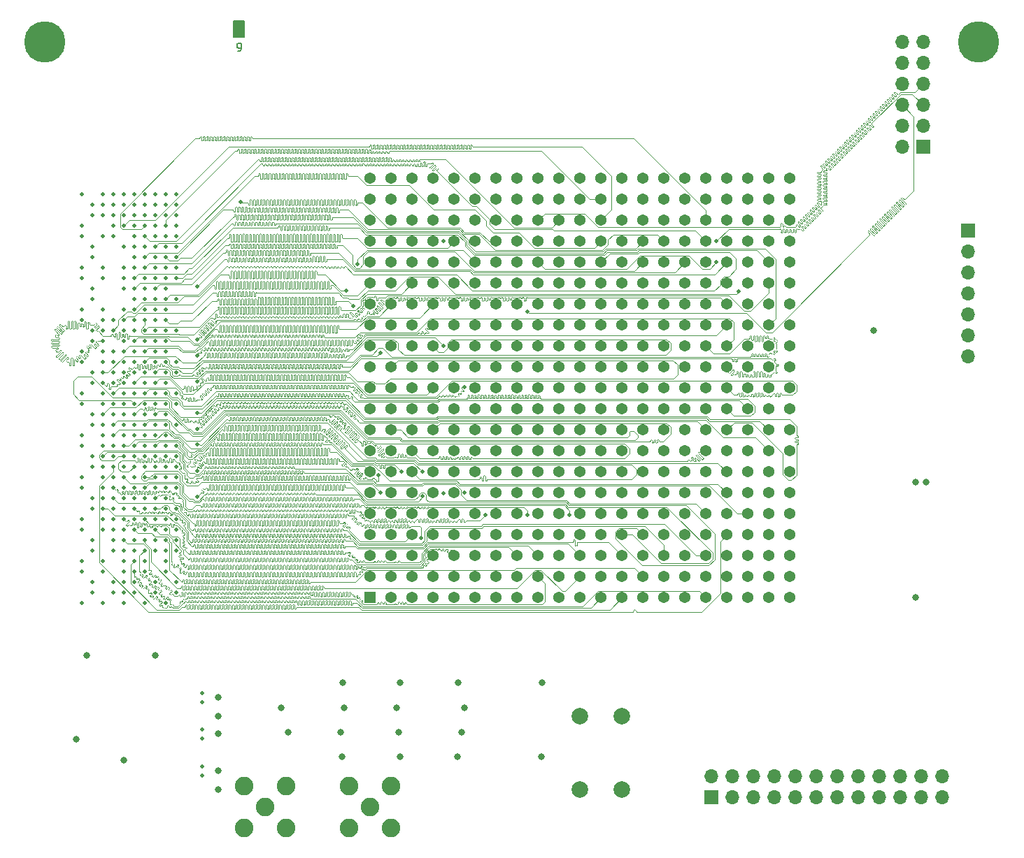
<source format=gbr>
G04 #@! TF.GenerationSoftware,KiCad,Pcbnew,(6.0.9-0)*
G04 #@! TF.CreationDate,2022-12-22T20:55:46-05:00*
G04 #@! TF.ProjectId,ember-pcb,656d6265-722d-4706-9362-2e6b69636164,rev?*
G04 #@! TF.SameCoordinates,Original*
G04 #@! TF.FileFunction,Copper,L10,Inr*
G04 #@! TF.FilePolarity,Positive*
%FSLAX46Y46*%
G04 Gerber Fmt 4.6, Leading zero omitted, Abs format (unit mm)*
G04 Created by KiCad (PCBNEW (6.0.9-0)) date 2022-12-22 20:55:46*
%MOMM*%
%LPD*%
G01*
G04 APERTURE LIST*
G04 #@! TA.AperFunction,NonConductor*
%ADD10C,0.200000*%
G04 #@! TD*
%ADD11C,0.150000*%
G04 #@! TA.AperFunction,NonConductor*
%ADD12C,0.150000*%
G04 #@! TD*
G04 #@! TA.AperFunction,ComponentPad*
%ADD13C,5.000000*%
G04 #@! TD*
G04 #@! TA.AperFunction,ComponentPad*
%ADD14R,1.700000X1.700000*%
G04 #@! TD*
G04 #@! TA.AperFunction,ComponentPad*
%ADD15O,1.700000X1.700000*%
G04 #@! TD*
G04 #@! TA.AperFunction,ComponentPad*
%ADD16C,2.000000*%
G04 #@! TD*
G04 #@! TA.AperFunction,ComponentPad*
%ADD17C,2.250000*%
G04 #@! TD*
G04 #@! TA.AperFunction,ComponentPad*
%ADD18C,0.500000*%
G04 #@! TD*
G04 #@! TA.AperFunction,ComponentPad*
%ADD19R,1.368000X1.368000*%
G04 #@! TD*
G04 #@! TA.AperFunction,ComponentPad*
%ADD20C,1.368000*%
G04 #@! TD*
G04 #@! TA.AperFunction,ViaPad*
%ADD21C,0.800000*%
G04 #@! TD*
G04 #@! TA.AperFunction,ViaPad*
%ADD22C,0.508000*%
G04 #@! TD*
G04 #@! TA.AperFunction,Conductor*
%ADD23C,0.101600*%
G04 #@! TD*
G04 APERTURE END LIST*
D10*
X95280000Y-48470000D02*
X96550000Y-48470000D01*
X96550000Y-48470000D02*
X96550000Y-50375000D01*
X96550000Y-50375000D02*
X95280000Y-50375000D01*
X95280000Y-50375000D02*
X95280000Y-48470000D01*
G36*
X95280000Y-48470000D02*
G01*
X96550000Y-48470000D01*
X96550000Y-50375000D01*
X95280000Y-50375000D01*
X95280000Y-48470000D01*
G37*
D11*
D12*
X95724523Y-52097380D02*
X95915000Y-52097380D01*
X96010238Y-52049761D01*
X96057857Y-52002142D01*
X96153095Y-51859285D01*
X96200714Y-51668809D01*
X96200714Y-51287857D01*
X96153095Y-51192619D01*
X96105476Y-51145000D01*
X96010238Y-51097380D01*
X95819761Y-51097380D01*
X95724523Y-51145000D01*
X95676904Y-51192619D01*
X95629285Y-51287857D01*
X95629285Y-51525952D01*
X95676904Y-51621190D01*
X95724523Y-51668809D01*
X95819761Y-51716428D01*
X96010238Y-51716428D01*
X96105476Y-51668809D01*
X96153095Y-51621190D01*
X96200714Y-51525952D01*
D13*
G04 #@! TO.N,GND*
G04 #@! TO.C,H1*
X72420000Y-51010000D03*
G04 #@! TD*
D14*
G04 #@! TO.N,/core_pwr*
G04 #@! TO.C,J4*
X153060000Y-142455000D03*
D15*
G04 #@! TO.N,/vdd_fsm*
X153060000Y-139915000D03*
G04 #@! TO.N,/core_pwr*
X155600000Y-142455000D03*
G04 #@! TO.N,/vdd*
X155600000Y-139915000D03*
G04 #@! TO.N,/core_pwr*
X158140000Y-142455000D03*
G04 #@! TO.N,/vdd_dac*
X158140000Y-139915000D03*
G04 #@! TO.N,/core_pwr*
X160680000Y-142455000D03*
G04 #@! TO.N,/vsa*
X160680000Y-139915000D03*
G04 #@! TO.N,unconnected-(J4-Pad9)*
X163220000Y-142455000D03*
G04 #@! TO.N,unconnected-(J4-Pad10)*
X163220000Y-139915000D03*
G04 #@! TO.N,/io_pwr*
X165760000Y-142455000D03*
G04 #@! TO.N,/vddio_fsm*
X165760000Y-139915000D03*
G04 #@! TO.N,/io_pwr*
X168300000Y-142455000D03*
G04 #@! TO.N,/vddio*
X168300000Y-139915000D03*
G04 #@! TO.N,/io_pwr*
X170840000Y-142455000D03*
G04 #@! TO.N,/vddio_dac*
X170840000Y-139915000D03*
G04 #@! TO.N,unconnected-(J4-Pad17)*
X173380000Y-142455000D03*
G04 #@! TO.N,unconnected-(J4-Pad18)*
X173380000Y-139915000D03*
G04 #@! TO.N,GND*
X175920000Y-142455000D03*
X175920000Y-139915000D03*
X178460000Y-142455000D03*
X178460000Y-139915000D03*
X181000000Y-142455000D03*
X181000000Y-139915000D03*
G04 #@! TD*
D16*
G04 #@! TO.N,Net-(C1-Pad1)*
G04 #@! TO.C,FB1*
X137165000Y-132710000D03*
G04 #@! TO.N,/core_pwr*
X142245000Y-132710000D03*
G04 #@! TD*
D14*
G04 #@! TO.N,/wl_source_pin*
G04 #@! TO.C,J5*
X184180000Y-73865000D03*
D15*
G04 #@! TO.N,/bl_source_pin*
X184180000Y-76405000D03*
G04 #@! TO.N,/sl_source_pin*
X184180000Y-78945000D03*
G04 #@! TO.N,/iref_test*
X184180000Y-81485000D03*
G04 #@! TO.N,/vdd_test*
X184180000Y-84025000D03*
G04 #@! TO.N,/vadj*
X184180000Y-86565000D03*
G04 #@! TO.N,GND*
X184180000Y-89105000D03*
G04 #@! TD*
D16*
G04 #@! TO.N,Net-(C6-Pad1)*
G04 #@! TO.C,FB2*
X137165000Y-141600000D03*
G04 #@! TO.N,/io_pwr*
X142245000Y-141600000D03*
G04 #@! TD*
D17*
G04 #@! TO.N,GND*
G04 #@! TO.C,J6*
X99065000Y-143720000D03*
G04 #@! TO.N,Net-(J6-Pad2)*
X101605000Y-146260000D03*
X96525000Y-141180000D03*
X96525000Y-146260000D03*
X101605000Y-141180000D03*
G04 #@! TD*
D18*
G04 #@! TO.N,GND*
G04 #@! TO.C,U4*
X91475000Y-139835000D03*
X91475000Y-138735000D03*
G04 #@! TD*
D14*
G04 #@! TO.N,/sc*
G04 #@! TO.C,J2*
X178719000Y-63710000D03*
D15*
G04 #@! TO.N,/rst_n*
X176179000Y-63710000D03*
G04 #@! TO.N,/sclk*
X178719000Y-61170000D03*
G04 #@! TO.N,/rram_busy*
X176179000Y-61170000D03*
G04 #@! TO.N,/mosi*
X178719000Y-58630000D03*
G04 #@! TO.N,/mclk_pause*
X176179000Y-58630000D03*
G04 #@! TO.N,/miso*
X178719000Y-56090000D03*
G04 #@! TO.N,unconnected-(J2-Pad8)*
X176179000Y-56090000D03*
G04 #@! TO.N,GND*
X178719000Y-53550000D03*
X176179000Y-53550000D03*
G04 #@! TO.N,unconnected-(J2-Pad11)*
X178719000Y-51010000D03*
G04 #@! TO.N,unconnected-(J2-Pad12)*
X176179000Y-51010000D03*
G04 #@! TD*
D17*
G04 #@! TO.N,GND*
G04 #@! TO.C,J3*
X111765000Y-143720000D03*
G04 #@! TO.N,Net-(J3-Pad2)*
X114305000Y-141180000D03*
X114305000Y-146260000D03*
X109225000Y-141180000D03*
X109225000Y-146260000D03*
G04 #@! TD*
D19*
G04 #@! TO.N,GND*
G04 #@! TO.C,U1*
X111790000Y-118320000D03*
D20*
G04 #@! TO.N,/di_36*
X114330000Y-118320000D03*
G04 #@! TO.N,/vddio_dac*
X116870000Y-118320000D03*
G04 #@! TO.N,/iref_test*
X119410000Y-118320000D03*
G04 #@! TO.N,/vdd_fsm*
X121950000Y-118320000D03*
G04 #@! TO.N,GND*
X124490000Y-118320000D03*
G04 #@! TO.N,/di_47*
X127030000Y-118320000D03*
G04 #@! TO.N,/vdd_dac*
X129570000Y-118320000D03*
G04 #@! TO.N,/vddio_dac*
X132110000Y-118320000D03*
G04 #@! TO.N,/vddio*
X134650000Y-118320000D03*
G04 #@! TO.N,/vsa*
X137190000Y-118320000D03*
G04 #@! TO.N,/read_ref_4*
X139730000Y-118320000D03*
G04 #@! TO.N,/rram_addr_0*
X142270000Y-118320000D03*
G04 #@! TO.N,/rram_addr_2*
X144810000Y-118320000D03*
G04 #@! TO.N,GND*
X147350000Y-118320000D03*
G04 #@! TO.N,/vdd_fsm*
X149890000Y-118320000D03*
G04 #@! TO.N,/rram_addr_10*
X152430000Y-118320000D03*
G04 #@! TO.N,/vddio_dac*
X154970000Y-118320000D03*
G04 #@! TO.N,/rram_busy*
X157510000Y-118320000D03*
G04 #@! TO.N,GND*
X160050000Y-118320000D03*
G04 #@! TO.N,unconnected-(U1-PadA21)*
X162590000Y-118320000D03*
G04 #@! TO.N,/vddio*
X111790000Y-115780000D03*
G04 #@! TO.N,/di_34*
X114330000Y-115780000D03*
G04 #@! TO.N,/sl_source_pin*
X116870000Y-115780000D03*
G04 #@! TO.N,/vddio*
X119410000Y-115780000D03*
G04 #@! TO.N,/vdd*
X121950000Y-115780000D03*
G04 #@! TO.N,/vdd_test*
X124490000Y-115780000D03*
G04 #@! TO.N,/vddio_fsm*
X127030000Y-115780000D03*
G04 #@! TO.N,/bl_source_pin*
X129570000Y-115780000D03*
G04 #@! TO.N,/sa_en*
X132110000Y-115780000D03*
G04 #@! TO.N,/read_ref_1*
X134650000Y-115780000D03*
G04 #@! TO.N,/read_ref_2*
X137190000Y-115780000D03*
G04 #@! TO.N,/rram_addr_1*
X139730000Y-115780000D03*
G04 #@! TO.N,/vddio_fsm*
X142270000Y-115780000D03*
G04 #@! TO.N,/rram_addr_6*
X144810000Y-115780000D03*
G04 #@! TO.N,/vdd*
X147350000Y-115780000D03*
G04 #@! TO.N,/vddio*
X149890000Y-115780000D03*
G04 #@! TO.N,/vddio_fsm*
X152430000Y-115780000D03*
G04 #@! TO.N,/sl_en*
X154970000Y-115780000D03*
G04 #@! TO.N,/read_dac_config_0*
X157510000Y-115780000D03*
G04 #@! TO.N,/vdd_dac*
X160050000Y-115780000D03*
G04 #@! TO.N,unconnected-(U1-PadB21)*
X162590000Y-115780000D03*
G04 #@! TO.N,/vddio_fsm*
X111790000Y-113240000D03*
G04 #@! TO.N,/vdd_dac*
X114330000Y-113240000D03*
G04 #@! TO.N,GND*
X116870000Y-113240000D03*
G04 #@! TO.N,/di_37*
X119410000Y-113240000D03*
G04 #@! TO.N,/di_39*
X121950000Y-113240000D03*
G04 #@! TO.N,/di_41*
X124490000Y-113240000D03*
G04 #@! TO.N,/di_42*
X127030000Y-113240000D03*
G04 #@! TO.N,/di_44*
X129570000Y-113240000D03*
G04 #@! TO.N,/di_45*
X132110000Y-113240000D03*
G04 #@! TO.N,/set_rst*
X134650000Y-113240000D03*
G04 #@! TO.N,/read_ref_5*
X137190000Y-113240000D03*
G04 #@! TO.N,/rram_addr_4*
X139730000Y-113240000D03*
G04 #@! TO.N,/rram_addr_5*
X142270000Y-113240000D03*
G04 #@! TO.N,/rram_addr_8*
X144810000Y-113240000D03*
G04 #@! TO.N,/rram_addr_11*
X147350000Y-113240000D03*
G04 #@! TO.N,/rram_addr_13*
X149890000Y-113240000D03*
G04 #@! TO.N,/rram_addr_15*
X152430000Y-113240000D03*
G04 #@! TO.N,GND*
X154970000Y-113240000D03*
G04 #@! TO.N,/vddio*
X157510000Y-113240000D03*
G04 #@! TO.N,/vdd*
X160050000Y-113240000D03*
G04 #@! TO.N,unconnected-(U1-PadC21)*
X162590000Y-113240000D03*
G04 #@! TO.N,/di_27*
X111790000Y-110700000D03*
G04 #@! TO.N,/vdd*
X114330000Y-110700000D03*
G04 #@! TO.N,/di_32*
X116870000Y-110700000D03*
G04 #@! TO.N,/di_33*
X119410000Y-110700000D03*
G04 #@! TO.N,/di_35*
X121950000Y-110700000D03*
G04 #@! TO.N,/di_38*
X124490000Y-110700000D03*
G04 #@! TO.N,/di_40*
X127030000Y-110700000D03*
G04 #@! TO.N,/di_43*
X129570000Y-110700000D03*
G04 #@! TO.N,/di_46*
X132110000Y-110700000D03*
G04 #@! TO.N,/read_ref_0*
X134650000Y-110700000D03*
G04 #@! TO.N,/read_ref_3*
X137190000Y-110700000D03*
G04 #@! TO.N,/rram_addr_3*
X139730000Y-110700000D03*
G04 #@! TO.N,/rram_addr_7*
X142270000Y-110700000D03*
G04 #@! TO.N,/rram_addr_9*
X144810000Y-110700000D03*
G04 #@! TO.N,/rram_addr_12*
X147350000Y-110700000D03*
G04 #@! TO.N,/rram_addr_14*
X149890000Y-110700000D03*
G04 #@! TO.N,/we*
X152430000Y-110700000D03*
G04 #@! TO.N,/read_dac_config_2*
X154970000Y-110700000D03*
G04 #@! TO.N,/vddio_fsm*
X157510000Y-110700000D03*
G04 #@! TO.N,/vddio_dac*
X160050000Y-110700000D03*
G04 #@! TO.N,unconnected-(U1-PadD21)*
X162590000Y-110700000D03*
G04 #@! TO.N,/di_23*
X111790000Y-108160000D03*
G04 #@! TO.N,/vddio_dac*
X114330000Y-108160000D03*
G04 #@! TO.N,/di_30*
X116870000Y-108160000D03*
G04 #@! TO.N,/di_31*
X119410000Y-108160000D03*
G04 #@! TO.N,unconnected-(U1-PadE5)*
X121950000Y-108160000D03*
G04 #@! TO.N,unconnected-(U1-PadE6)*
X124490000Y-108160000D03*
G04 #@! TO.N,unconnected-(U1-PadE7)*
X127030000Y-108160000D03*
G04 #@! TO.N,unconnected-(U1-PadE8)*
X129570000Y-108160000D03*
G04 #@! TO.N,unconnected-(U1-PadE9)*
X132110000Y-108160000D03*
G04 #@! TO.N,unconnected-(U1-PadE10)*
X134650000Y-108160000D03*
G04 #@! TO.N,unconnected-(U1-PadE11)*
X137190000Y-108160000D03*
G04 #@! TO.N,unconnected-(U1-PadE12)*
X139730000Y-108160000D03*
G04 #@! TO.N,unconnected-(U1-PadE13)*
X142270000Y-108160000D03*
G04 #@! TO.N,unconnected-(U1-PadE14)*
X144810000Y-108160000D03*
G04 #@! TO.N,unconnected-(U1-PadE15)*
X147350000Y-108160000D03*
G04 #@! TO.N,unconnected-(U1-PadE16)*
X149890000Y-108160000D03*
G04 #@! TO.N,/read_dac_config_1*
X152430000Y-108160000D03*
G04 #@! TO.N,/wl_dac_config_0*
X154970000Y-108160000D03*
G04 #@! TO.N,/wl_dac_config_3*
X157510000Y-108160000D03*
G04 #@! TO.N,/wl_dac_config_5*
X160050000Y-108160000D03*
G04 #@! TO.N,unconnected-(U1-PadE21)*
X162590000Y-108160000D03*
G04 #@! TO.N,/vddio_fsm*
X111790000Y-105620000D03*
G04 #@! TO.N,/di_25*
X114330000Y-105620000D03*
G04 #@! TO.N,/di_28*
X116870000Y-105620000D03*
G04 #@! TO.N,/di_29*
X119410000Y-105620000D03*
G04 #@! TO.N,unconnected-(U1-PadF5)*
X121950000Y-105620000D03*
G04 #@! TO.N,unconnected-(U1-PadF6)*
X124490000Y-105620000D03*
G04 #@! TO.N,unconnected-(U1-PadF7)*
X127030000Y-105620000D03*
G04 #@! TO.N,unconnected-(U1-PadF8)*
X129570000Y-105620000D03*
G04 #@! TO.N,unconnected-(U1-PadF9)*
X132110000Y-105620000D03*
G04 #@! TO.N,unconnected-(U1-PadF10)*
X134650000Y-105620000D03*
G04 #@! TO.N,unconnected-(U1-PadF11)*
X137190000Y-105620000D03*
G04 #@! TO.N,unconnected-(U1-PadF12)*
X139730000Y-105620000D03*
G04 #@! TO.N,unconnected-(U1-PadF13)*
X142270000Y-105620000D03*
G04 #@! TO.N,unconnected-(U1-PadF14)*
X144810000Y-105620000D03*
G04 #@! TO.N,unconnected-(U1-PadF15)*
X147350000Y-105620000D03*
G04 #@! TO.N,unconnected-(U1-PadF16)*
X149890000Y-105620000D03*
G04 #@! TO.N,/read_dac_config_3*
X152430000Y-105620000D03*
G04 #@! TO.N,/wl_dac_config_2*
X154970000Y-105620000D03*
G04 #@! TO.N,/wl_dac_config_7*
X157510000Y-105620000D03*
G04 #@! TO.N,/vdd_fsm*
X160050000Y-105620000D03*
G04 #@! TO.N,unconnected-(U1-PadF21)*
X162590000Y-105620000D03*
G04 #@! TO.N,/di_18*
X111790000Y-103080000D03*
G04 #@! TO.N,/vdd_fsm*
X114330000Y-103080000D03*
G04 #@! TO.N,/di_24*
X116870000Y-103080000D03*
G04 #@! TO.N,/di_26*
X119410000Y-103080000D03*
G04 #@! TO.N,unconnected-(U1-PadG5)*
X121950000Y-103080000D03*
G04 #@! TO.N,unconnected-(U1-PadG6)*
X124490000Y-103080000D03*
G04 #@! TO.N,unconnected-(U1-PadG7)*
X127030000Y-103080000D03*
G04 #@! TO.N,unconnected-(U1-PadG8)*
X129570000Y-103080000D03*
G04 #@! TO.N,unconnected-(U1-PadG9)*
X132110000Y-103080000D03*
G04 #@! TO.N,unconnected-(U1-PadG10)*
X134650000Y-103080000D03*
G04 #@! TO.N,unconnected-(U1-PadG11)*
X137190000Y-103080000D03*
G04 #@! TO.N,unconnected-(U1-PadG12)*
X139730000Y-103080000D03*
G04 #@! TO.N,unconnected-(U1-PadG13)*
X142270000Y-103080000D03*
G04 #@! TO.N,unconnected-(U1-PadG14)*
X144810000Y-103080000D03*
G04 #@! TO.N,unconnected-(U1-PadG15)*
X147350000Y-103080000D03*
G04 #@! TO.N,unconnected-(U1-PadG16)*
X149890000Y-103080000D03*
G04 #@! TO.N,/wl_dac_config_1*
X152430000Y-103080000D03*
G04 #@! TO.N,/wl_dac_config_4*
X154970000Y-103080000D03*
G04 #@! TO.N,/vddio_fsm*
X157510000Y-103080000D03*
G04 #@! TO.N,GND*
X160050000Y-103080000D03*
G04 #@! TO.N,unconnected-(U1-PadG21)*
X162590000Y-103080000D03*
G04 #@! TO.N,/di_16*
X111790000Y-100540000D03*
G04 #@! TO.N,GND*
X114330000Y-100540000D03*
G04 #@! TO.N,/di_21*
X116870000Y-100540000D03*
G04 #@! TO.N,/di_22*
X119410000Y-100540000D03*
G04 #@! TO.N,unconnected-(U1-PadH5)*
X121950000Y-100540000D03*
G04 #@! TO.N,unconnected-(U1-PadH6)*
X124490000Y-100540000D03*
G04 #@! TO.N,unconnected-(U1-PadH7)*
X127030000Y-100540000D03*
G04 #@! TO.N,unconnected-(U1-PadH8)*
X129570000Y-100540000D03*
G04 #@! TO.N,unconnected-(U1-PadH9)*
X132110000Y-100540000D03*
G04 #@! TO.N,unconnected-(U1-PadH10)*
X134650000Y-100540000D03*
G04 #@! TO.N,unconnected-(U1-PadH11)*
X137190000Y-100540000D03*
G04 #@! TO.N,unconnected-(U1-PadH12)*
X139730000Y-100540000D03*
G04 #@! TO.N,unconnected-(U1-PadH13)*
X142270000Y-100540000D03*
G04 #@! TO.N,unconnected-(U1-PadH14)*
X144810000Y-100540000D03*
G04 #@! TO.N,unconnected-(U1-PadH15)*
X147350000Y-100540000D03*
G04 #@! TO.N,unconnected-(U1-PadH16)*
X149890000Y-100540000D03*
G04 #@! TO.N,/wl_dac_config_6*
X152430000Y-100540000D03*
G04 #@! TO.N,/wl_dac_en*
X154970000Y-100540000D03*
G04 #@! TO.N,/wl_source_pin*
X157510000Y-100540000D03*
G04 #@! TO.N,/sa_do_2*
X160050000Y-100540000D03*
G04 #@! TO.N,unconnected-(U1-PadH21)*
X162590000Y-100540000D03*
G04 #@! TO.N,/di_14*
X111790000Y-98000000D03*
G04 #@! TO.N,/di_17*
X114330000Y-98000000D03*
G04 #@! TO.N,/di_20*
X116870000Y-98000000D03*
G04 #@! TO.N,/di_19*
X119410000Y-98000000D03*
G04 #@! TO.N,unconnected-(U1-PadJ5)*
X121950000Y-98000000D03*
G04 #@! TO.N,unconnected-(U1-PadJ6)*
X124490000Y-98000000D03*
G04 #@! TO.N,unconnected-(U1-PadJ7)*
X127030000Y-98000000D03*
G04 #@! TO.N,unconnected-(U1-PadJ8)*
X129570000Y-98000000D03*
G04 #@! TO.N,unconnected-(U1-PadJ9)*
X132110000Y-98000000D03*
G04 #@! TO.N,unconnected-(U1-PadJ10)*
X134650000Y-98000000D03*
G04 #@! TO.N,unconnected-(U1-PadJ11)*
X137190000Y-98000000D03*
G04 #@! TO.N,unconnected-(U1-PadJ12)*
X139730000Y-98000000D03*
G04 #@! TO.N,unconnected-(U1-PadJ13)*
X142270000Y-98000000D03*
G04 #@! TO.N,unconnected-(U1-PadJ14)*
X144810000Y-98000000D03*
G04 #@! TO.N,unconnected-(U1-PadJ15)*
X147350000Y-98000000D03*
G04 #@! TO.N,unconnected-(U1-PadJ16)*
X149890000Y-98000000D03*
G04 #@! TO.N,/bleed_en*
X152430000Y-98000000D03*
G04 #@! TO.N,/wl_en*
X154970000Y-98000000D03*
G04 #@! TO.N,/sa_do_0*
X157510000Y-98000000D03*
G04 #@! TO.N,/sa_do_4*
X160050000Y-98000000D03*
G04 #@! TO.N,unconnected-(U1-PadJ21)*
X162590000Y-98000000D03*
G04 #@! TO.N,/vsa*
X111790000Y-95460000D03*
G04 #@! TO.N,/di_12*
X114330000Y-95460000D03*
G04 #@! TO.N,/di_15*
X116870000Y-95460000D03*
G04 #@! TO.N,/di_13*
X119410000Y-95460000D03*
G04 #@! TO.N,unconnected-(U1-PadK5)*
X121950000Y-95460000D03*
G04 #@! TO.N,unconnected-(U1-PadK6)*
X124490000Y-95460000D03*
G04 #@! TO.N,unconnected-(U1-PadK7)*
X127030000Y-95460000D03*
G04 #@! TO.N,unconnected-(U1-PadK8)*
X129570000Y-95460000D03*
G04 #@! TO.N,unconnected-(U1-PadK9)*
X132110000Y-95460000D03*
G04 #@! TO.N,unconnected-(U1-PadK10)*
X134650000Y-95460000D03*
G04 #@! TO.N,unconnected-(U1-PadK11)*
X137190000Y-95460000D03*
G04 #@! TO.N,unconnected-(U1-PadK12)*
X139730000Y-95460000D03*
G04 #@! TO.N,unconnected-(U1-PadK13)*
X142270000Y-95460000D03*
G04 #@! TO.N,unconnected-(U1-PadK14)*
X144810000Y-95460000D03*
G04 #@! TO.N,unconnected-(U1-PadK15)*
X147350000Y-95460000D03*
G04 #@! TO.N,unconnected-(U1-PadK16)*
X149890000Y-95460000D03*
G04 #@! TO.N,/sa_do_3*
X152430000Y-95460000D03*
G04 #@! TO.N,/sa_do_1*
X154970000Y-95460000D03*
G04 #@! TO.N,/sa_do_5*
X157510000Y-95460000D03*
G04 #@! TO.N,/vsa*
X160050000Y-95460000D03*
G04 #@! TO.N,unconnected-(U1-PadK21)*
X162590000Y-95460000D03*
G04 #@! TO.N,/vdd*
X111790000Y-92920000D03*
G04 #@! TO.N,/di_11*
X114330000Y-92920000D03*
G04 #@! TO.N,/di_9*
X116870000Y-92920000D03*
G04 #@! TO.N,/di_10*
X119410000Y-92920000D03*
G04 #@! TO.N,unconnected-(U1-PadL5)*
X121950000Y-92920000D03*
G04 #@! TO.N,unconnected-(U1-PadL6)*
X124490000Y-92920000D03*
G04 #@! TO.N,unconnected-(U1-PadL7)*
X127030000Y-92920000D03*
G04 #@! TO.N,unconnected-(U1-PadL8)*
X129570000Y-92920000D03*
G04 #@! TO.N,unconnected-(U1-PadL9)*
X132110000Y-92920000D03*
G04 #@! TO.N,unconnected-(U1-PadL10)*
X134650000Y-92920000D03*
G04 #@! TO.N,unconnected-(U1-PadL11)*
X137190000Y-92920000D03*
G04 #@! TO.N,unconnected-(U1-PadL12)*
X139730000Y-92920000D03*
G04 #@! TO.N,unconnected-(U1-PadL13)*
X142270000Y-92920000D03*
G04 #@! TO.N,unconnected-(U1-PadL14)*
X144810000Y-92920000D03*
G04 #@! TO.N,unconnected-(U1-PadL15)*
X147350000Y-92920000D03*
G04 #@! TO.N,unconnected-(U1-PadL16)*
X149890000Y-92920000D03*
G04 #@! TO.N,/sa_do_7*
X152430000Y-92920000D03*
G04 #@! TO.N,/sa_do_8*
X154970000Y-92920000D03*
G04 #@! TO.N,/sa_do_6*
X157510000Y-92920000D03*
G04 #@! TO.N,/vdd*
X160050000Y-92920000D03*
G04 #@! TO.N,unconnected-(U1-PadL21)*
X162590000Y-92920000D03*
G04 #@! TO.N,/vddio_dac*
X111790000Y-90380000D03*
G04 #@! TO.N,/di_7*
X114330000Y-90380000D03*
G04 #@! TO.N,/di_5*
X116870000Y-90380000D03*
G04 #@! TO.N,/di_6*
X119410000Y-90380000D03*
G04 #@! TO.N,unconnected-(U1-PadM5)*
X121950000Y-90380000D03*
G04 #@! TO.N,unconnected-(U1-PadM6)*
X124490000Y-90380000D03*
G04 #@! TO.N,unconnected-(U1-PadM7)*
X127030000Y-90380000D03*
G04 #@! TO.N,unconnected-(U1-PadM8)*
X129570000Y-90380000D03*
G04 #@! TO.N,unconnected-(U1-PadM9)*
X132110000Y-90380000D03*
G04 #@! TO.N,unconnected-(U1-PadM10)*
X134650000Y-90380000D03*
G04 #@! TO.N,unconnected-(U1-PadM11)*
X137190000Y-90380000D03*
G04 #@! TO.N,unconnected-(U1-PadM12)*
X139730000Y-90380000D03*
G04 #@! TO.N,unconnected-(U1-PadM13)*
X142270000Y-90380000D03*
G04 #@! TO.N,unconnected-(U1-PadM14)*
X144810000Y-90380000D03*
G04 #@! TO.N,unconnected-(U1-PadM15)*
X147350000Y-90380000D03*
G04 #@! TO.N,unconnected-(U1-PadM16)*
X149890000Y-90380000D03*
G04 #@! TO.N,/sa_do_11*
X152430000Y-90380000D03*
G04 #@! TO.N,/sa_do_12*
X154970000Y-90380000D03*
G04 #@! TO.N,/sa_do_9*
X157510000Y-90380000D03*
G04 #@! TO.N,/vddio_dac*
X160050000Y-90380000D03*
G04 #@! TO.N,unconnected-(U1-PadM21)*
X162590000Y-90380000D03*
G04 #@! TO.N,/vddio*
X111790000Y-87840000D03*
G04 #@! TO.N,/di_8*
X114330000Y-87840000D03*
G04 #@! TO.N,/di_4*
X116870000Y-87840000D03*
G04 #@! TO.N,/di_2*
X119410000Y-87840000D03*
G04 #@! TO.N,unconnected-(U1-PadN5)*
X121950000Y-87840000D03*
G04 #@! TO.N,unconnected-(U1-PadN6)*
X124490000Y-87840000D03*
G04 #@! TO.N,unconnected-(U1-PadN7)*
X127030000Y-87840000D03*
G04 #@! TO.N,unconnected-(U1-PadN8)*
X129570000Y-87840000D03*
G04 #@! TO.N,unconnected-(U1-PadN9)*
X132110000Y-87840000D03*
G04 #@! TO.N,unconnected-(U1-PadN10)*
X134650000Y-87840000D03*
G04 #@! TO.N,unconnected-(U1-PadN11)*
X137190000Y-87840000D03*
G04 #@! TO.N,unconnected-(U1-PadN12)*
X139730000Y-87840000D03*
G04 #@! TO.N,unconnected-(U1-PadN13)*
X142270000Y-87840000D03*
G04 #@! TO.N,unconnected-(U1-PadN14)*
X144810000Y-87840000D03*
G04 #@! TO.N,unconnected-(U1-PadN15)*
X147350000Y-87840000D03*
G04 #@! TO.N,unconnected-(U1-PadN16)*
X149890000Y-87840000D03*
G04 #@! TO.N,/sa_do_14*
X152430000Y-87840000D03*
G04 #@! TO.N,/sa_do_13*
X154970000Y-87840000D03*
G04 #@! TO.N,GND*
X157510000Y-87840000D03*
G04 #@! TO.N,/vddio*
X160050000Y-87840000D03*
G04 #@! TO.N,unconnected-(U1-PadN21)*
X162590000Y-87840000D03*
G04 #@! TO.N,GND*
X111790000Y-85300000D03*
G04 #@! TO.N,/vddio_fsm*
X114330000Y-85300000D03*
G04 #@! TO.N,/di_0*
X116870000Y-85300000D03*
G04 #@! TO.N,/clamp_ref_5*
X119410000Y-85300000D03*
G04 #@! TO.N,unconnected-(U1-PadP5)*
X121950000Y-85300000D03*
G04 #@! TO.N,unconnected-(U1-PadP6)*
X124490000Y-85300000D03*
G04 #@! TO.N,unconnected-(U1-PadP7)*
X127030000Y-85300000D03*
G04 #@! TO.N,unconnected-(U1-PadP8)*
X129570000Y-85300000D03*
G04 #@! TO.N,unconnected-(U1-PadP9)*
X132110000Y-85300000D03*
G04 #@! TO.N,unconnected-(U1-PadP10)*
X134650000Y-85300000D03*
G04 #@! TO.N,unconnected-(U1-PadP11)*
X137190000Y-85300000D03*
G04 #@! TO.N,unconnected-(U1-PadP12)*
X139730000Y-85300000D03*
G04 #@! TO.N,unconnected-(U1-PadP13)*
X142270000Y-85300000D03*
G04 #@! TO.N,unconnected-(U1-PadP14)*
X144810000Y-85300000D03*
G04 #@! TO.N,unconnected-(U1-PadP15)*
X147350000Y-85300000D03*
G04 #@! TO.N,unconnected-(U1-PadP16)*
X149890000Y-85300000D03*
G04 #@! TO.N,/sa_do_18*
X152430000Y-85300000D03*
G04 #@! TO.N,/sa_do_16*
X154970000Y-85300000D03*
G04 #@! TO.N,/vdd_fsm*
X157510000Y-85300000D03*
G04 #@! TO.N,/sa_do_10*
X160050000Y-85300000D03*
G04 #@! TO.N,unconnected-(U1-PadP21)*
X162590000Y-85300000D03*
G04 #@! TO.N,/vdd_fsm*
X111790000Y-82760000D03*
G04 #@! TO.N,/di_3*
X114330000Y-82760000D03*
G04 #@! TO.N,/rst_n*
X116870000Y-82760000D03*
G04 #@! TO.N,/clamp_ref_3*
X119410000Y-82760000D03*
G04 #@! TO.N,unconnected-(U1-PadR5)*
X121950000Y-82760000D03*
G04 #@! TO.N,unconnected-(U1-PadR6)*
X124490000Y-82760000D03*
G04 #@! TO.N,unconnected-(U1-PadR7)*
X127030000Y-82760000D03*
G04 #@! TO.N,unconnected-(U1-PadR8)*
X129570000Y-82760000D03*
G04 #@! TO.N,unconnected-(U1-PadR9)*
X132110000Y-82760000D03*
G04 #@! TO.N,unconnected-(U1-PadR10)*
X134650000Y-82760000D03*
G04 #@! TO.N,unconnected-(U1-PadR11)*
X137190000Y-82760000D03*
G04 #@! TO.N,unconnected-(U1-PadR12)*
X139730000Y-82760000D03*
G04 #@! TO.N,unconnected-(U1-PadR13)*
X142270000Y-82760000D03*
G04 #@! TO.N,unconnected-(U1-PadR14)*
X144810000Y-82760000D03*
G04 #@! TO.N,unconnected-(U1-PadR15)*
X147350000Y-82760000D03*
G04 #@! TO.N,unconnected-(U1-PadR16)*
X149890000Y-82760000D03*
G04 #@! TO.N,/sa_do_21*
X152430000Y-82760000D03*
G04 #@! TO.N,/sa_do_20*
X154970000Y-82760000D03*
G04 #@! TO.N,/sa_do_17*
X157510000Y-82760000D03*
G04 #@! TO.N,/vddio_fsm*
X160050000Y-82760000D03*
G04 #@! TO.N,unconnected-(U1-PadR21)*
X162590000Y-82760000D03*
G04 #@! TO.N,/di_1*
X111790000Y-80220000D03*
G04 #@! TO.N,/bl_en*
X114330000Y-80220000D03*
G04 #@! TO.N,/clamp_ref_4*
X116870000Y-80220000D03*
G04 #@! TO.N,/clamp_ref_1*
X119410000Y-80220000D03*
G04 #@! TO.N,unconnected-(U1-PadS5)*
X121950000Y-80220000D03*
G04 #@! TO.N,unconnected-(U1-PadS6)*
X124490000Y-80220000D03*
G04 #@! TO.N,unconnected-(U1-PadS7)*
X127030000Y-80220000D03*
G04 #@! TO.N,unconnected-(U1-PadS8)*
X129570000Y-80220000D03*
G04 #@! TO.N,unconnected-(U1-PadS9)*
X132110000Y-80220000D03*
G04 #@! TO.N,unconnected-(U1-PadS10)*
X134650000Y-80220000D03*
G04 #@! TO.N,unconnected-(U1-PadS11)*
X137190000Y-80220000D03*
G04 #@! TO.N,unconnected-(U1-PadS12)*
X139730000Y-80220000D03*
G04 #@! TO.N,unconnected-(U1-PadS13)*
X142270000Y-80220000D03*
G04 #@! TO.N,unconnected-(U1-PadS14)*
X144810000Y-80220000D03*
G04 #@! TO.N,unconnected-(U1-PadS15)*
X147350000Y-80220000D03*
G04 #@! TO.N,unconnected-(U1-PadS16)*
X149890000Y-80220000D03*
G04 #@! TO.N,/sa_do_23*
X152430000Y-80220000D03*
G04 #@! TO.N,/sa_do_22*
X154970000Y-80220000D03*
G04 #@! TO.N,/vddio_dac*
X157510000Y-80220000D03*
G04 #@! TO.N,/sa_do_15*
X160050000Y-80220000D03*
G04 #@! TO.N,unconnected-(U1-PadS21)*
X162590000Y-80220000D03*
G04 #@! TO.N,/vddio_dac*
X111790000Y-77680000D03*
G04 #@! TO.N,/vddio_fsm*
X114330000Y-77680000D03*
G04 #@! TO.N,/clamp_ref_2*
X116870000Y-77680000D03*
G04 #@! TO.N,/bsl_dac_en*
X119410000Y-77680000D03*
G04 #@! TO.N,/bsl_dac_config_4*
X121950000Y-77680000D03*
G04 #@! TO.N,/bsl_dac_config_2*
X124490000Y-77680000D03*
G04 #@! TO.N,/bsl_dac_config_0*
X127030000Y-77680000D03*
G04 #@! TO.N,/mclk_pause*
X129570000Y-77680000D03*
G04 #@! TO.N,/mosi*
X132110000Y-77680000D03*
G04 #@! TO.N,/heartbeat*
X134650000Y-77680000D03*
G04 #@! TO.N,/sa_do_45*
X137190000Y-77680000D03*
G04 #@! TO.N,/sa_do_39*
X139730000Y-77680000D03*
G04 #@! TO.N,/sa_do_36*
X142270000Y-77680000D03*
G04 #@! TO.N,/sa_do_32*
X144810000Y-77680000D03*
G04 #@! TO.N,/sa_do_29*
X147350000Y-77680000D03*
G04 #@! TO.N,/sa_do_27*
X149890000Y-77680000D03*
G04 #@! TO.N,/sa_do_25*
X152430000Y-77680000D03*
G04 #@! TO.N,/sa_do_24*
X154970000Y-77680000D03*
G04 #@! TO.N,/vdd*
X157510000Y-77680000D03*
G04 #@! TO.N,/sa_do_19*
X160050000Y-77680000D03*
G04 #@! TO.N,unconnected-(U1-PadT21)*
X162590000Y-77680000D03*
G04 #@! TO.N,/vdd*
X111790000Y-75140000D03*
G04 #@! TO.N,/vddio*
X114330000Y-75140000D03*
G04 #@! TO.N,GND*
X116870000Y-75140000D03*
G04 #@! TO.N,/read_dac_en*
X119410000Y-75140000D03*
G04 #@! TO.N,/bsl_dac_config_3*
X121950000Y-75140000D03*
G04 #@! TO.N,/bsl_dac_config_1*
X124490000Y-75140000D03*
G04 #@! TO.N,/aclk*
X127030000Y-75140000D03*
G04 #@! TO.N,/sclk*
X129570000Y-75140000D03*
G04 #@! TO.N,/sc*
X132110000Y-75140000D03*
G04 #@! TO.N,/man*
X134650000Y-75140000D03*
G04 #@! TO.N,/sa_do_43*
X137190000Y-75140000D03*
G04 #@! TO.N,/sa_do_38*
X139730000Y-75140000D03*
G04 #@! TO.N,/sa_do_37*
X142270000Y-75140000D03*
G04 #@! TO.N,/sa_do_34*
X144810000Y-75140000D03*
G04 #@! TO.N,/sa_do_33*
X147350000Y-75140000D03*
G04 #@! TO.N,/sa_do_30*
X149890000Y-75140000D03*
G04 #@! TO.N,/sa_do_28*
X152430000Y-75140000D03*
G04 #@! TO.N,GND*
X154970000Y-75140000D03*
G04 #@! TO.N,/vdd_dac*
X157510000Y-75140000D03*
G04 #@! TO.N,/vddio_fsm*
X160050000Y-75140000D03*
G04 #@! TO.N,unconnected-(U1-PadU21)*
X162590000Y-75140000D03*
G04 #@! TO.N,/vdd_dac*
X111790000Y-72600000D03*
G04 #@! TO.N,/clamp_ref_0*
X114330000Y-72600000D03*
G04 #@! TO.N,/vddio*
X116870000Y-72600000D03*
G04 #@! TO.N,/vsa*
X119410000Y-72600000D03*
G04 #@! TO.N,/vdd_fsm*
X121950000Y-72600000D03*
G04 #@! TO.N,/sl_source_pin*
X124490000Y-72600000D03*
G04 #@! TO.N,GND*
X127030000Y-72600000D03*
G04 #@! TO.N,/vddio_fsm*
X129570000Y-72600000D03*
G04 #@! TO.N,/miso*
X132110000Y-72600000D03*
G04 #@! TO.N,/sa_rdy*
X134650000Y-72600000D03*
G04 #@! TO.N,/sa_do_47*
X137190000Y-72600000D03*
G04 #@! TO.N,/sa_do_41*
X139730000Y-72600000D03*
G04 #@! TO.N,/sa_do_42*
X142270000Y-72600000D03*
G04 #@! TO.N,/vdd*
X144810000Y-72600000D03*
G04 #@! TO.N,/vddio_fsm*
X147350000Y-72600000D03*
G04 #@! TO.N,/vddio_dac*
X149890000Y-72600000D03*
G04 #@! TO.N,/sa_do_31*
X152430000Y-72600000D03*
G04 #@! TO.N,/vddio_fsm*
X154970000Y-72600000D03*
G04 #@! TO.N,/sa_do_26*
X157510000Y-72600000D03*
G04 #@! TO.N,/vddio*
X160050000Y-72600000D03*
G04 #@! TO.N,unconnected-(U1-PadV21)*
X162590000Y-72600000D03*
G04 #@! TO.N,GND*
X111790000Y-70060000D03*
G04 #@! TO.N,/vddio_fsm*
X114330000Y-70060000D03*
G04 #@! TO.N,/bl_source_pin*
X116870000Y-70060000D03*
G04 #@! TO.N,/vddio_dac*
X119410000Y-70060000D03*
G04 #@! TO.N,/vddio_fsm*
X121950000Y-70060000D03*
G04 #@! TO.N,/vdd*
X124490000Y-70060000D03*
G04 #@! TO.N,/sa_clk*
X127030000Y-70060000D03*
G04 #@! TO.N,/byp*
X129570000Y-70060000D03*
G04 #@! TO.N,/vdd_dac*
X132110000Y-70060000D03*
G04 #@! TO.N,/vddio_dac*
X134650000Y-70060000D03*
G04 #@! TO.N,/vddio*
X137190000Y-70060000D03*
G04 #@! TO.N,/sa_do_46*
X139730000Y-70060000D03*
G04 #@! TO.N,/sa_do_44*
X142270000Y-70060000D03*
G04 #@! TO.N,/sa_do_40*
X144810000Y-70060000D03*
G04 #@! TO.N,GND*
X147350000Y-70060000D03*
G04 #@! TO.N,/sa_do_35*
X149890000Y-70060000D03*
G04 #@! TO.N,/vdd_fsm*
X152430000Y-70060000D03*
G04 #@! TO.N,/vsa*
X154970000Y-70060000D03*
G04 #@! TO.N,/vddio*
X157510000Y-70060000D03*
G04 #@! TO.N,GND*
X160050000Y-70060000D03*
G04 #@! TO.N,unconnected-(U1-PadW21)*
X162590000Y-70060000D03*
G04 #@! TO.N,unconnected-(U1-PadX1)*
X111790000Y-67520000D03*
G04 #@! TO.N,unconnected-(U1-PadX2)*
X114330000Y-67520000D03*
G04 #@! TO.N,unconnected-(U1-PadX3)*
X116870000Y-67520000D03*
G04 #@! TO.N,unconnected-(U1-PadX4)*
X119410000Y-67520000D03*
G04 #@! TO.N,unconnected-(U1-PadX5)*
X121950000Y-67520000D03*
G04 #@! TO.N,unconnected-(U1-PadX6)*
X124490000Y-67520000D03*
G04 #@! TO.N,unconnected-(U1-PadX7)*
X127030000Y-67520000D03*
G04 #@! TO.N,unconnected-(U1-PadX8)*
X129570000Y-67520000D03*
G04 #@! TO.N,unconnected-(U1-PadX9)*
X132110000Y-67520000D03*
G04 #@! TO.N,unconnected-(U1-PadX10)*
X134650000Y-67520000D03*
G04 #@! TO.N,unconnected-(U1-PadX11)*
X137190000Y-67520000D03*
G04 #@! TO.N,unconnected-(U1-PadX12)*
X139730000Y-67520000D03*
G04 #@! TO.N,unconnected-(U1-PadX13)*
X142270000Y-67520000D03*
G04 #@! TO.N,unconnected-(U1-PadX14)*
X144810000Y-67520000D03*
G04 #@! TO.N,unconnected-(U1-PadX15)*
X147350000Y-67520000D03*
G04 #@! TO.N,unconnected-(U1-PadX16)*
X149890000Y-67520000D03*
G04 #@! TO.N,unconnected-(U1-PadX17)*
X152430000Y-67520000D03*
G04 #@! TO.N,unconnected-(U1-PadX18)*
X154970000Y-67520000D03*
G04 #@! TO.N,unconnected-(U1-PadX19)*
X157510000Y-67520000D03*
G04 #@! TO.N,unconnected-(U1-PadX20)*
X160050000Y-67520000D03*
G04 #@! TO.N,unconnected-(U1-PadX21)*
X162590000Y-67520000D03*
G04 #@! TD*
D18*
G04 #@! TO.N,GND*
G04 #@! TO.C,U2*
X91475000Y-129845000D03*
X91475000Y-130945000D03*
G04 #@! TD*
D13*
G04 #@! TO.N,GND*
G04 #@! TO.C,H2*
X185450000Y-51010000D03*
G04 #@! TD*
D18*
G04 #@! TO.N,GND*
G04 #@! TO.C,U3*
X91475000Y-134290000D03*
X91475000Y-135390000D03*
G04 #@! TD*
D21*
G04 #@! TO.N,Net-(J1-PadD1)*
X85755000Y-125305000D03*
G04 #@! TO.N,Net-(J3-Pad2)*
X76235000Y-135460000D03*
D22*
G04 #@! TO.N,GND*
X87025000Y-94825000D03*
X76865000Y-110065000D03*
X83215000Y-82125000D03*
D21*
X93380000Y-130395000D03*
D22*
X85755000Y-108795000D03*
X83215000Y-112605000D03*
X87025000Y-69425000D03*
X78135000Y-116415000D03*
X79405000Y-89745000D03*
D21*
X108215000Y-134595000D03*
D22*
X88295000Y-108795000D03*
X79405000Y-69425000D03*
X85755000Y-93555000D03*
X85755000Y-116415000D03*
X80675000Y-73235000D03*
X85755000Y-74505000D03*
X84485000Y-115145000D03*
X80675000Y-92285000D03*
X87025000Y-83395000D03*
X78135000Y-101175000D03*
X87025000Y-113875000D03*
X78135000Y-91015000D03*
X78135000Y-85935000D03*
X88295000Y-70695000D03*
D21*
X123225000Y-131650000D03*
D22*
X88295000Y-93555000D03*
X79405000Y-99905000D03*
X76865000Y-69425000D03*
X83215000Y-89745000D03*
X87025000Y-115145000D03*
X81945000Y-113875000D03*
X78135000Y-96095000D03*
X88295000Y-112605000D03*
X87025000Y-79585000D03*
X76865000Y-103715000D03*
X85755000Y-112605000D03*
X81945000Y-102445000D03*
X81945000Y-87205000D03*
X87025000Y-118955000D03*
X78135000Y-106255000D03*
X85755000Y-101175000D03*
X88295000Y-116415000D03*
X80675000Y-88475000D03*
X84485000Y-110065000D03*
X80675000Y-99905000D03*
X79405000Y-115145000D03*
X84485000Y-94825000D03*
X81945000Y-71965000D03*
X83215000Y-70695000D03*
X79405000Y-113875000D03*
X79405000Y-118955000D03*
D21*
X115200000Y-134595000D03*
D22*
X81945000Y-118955000D03*
X81945000Y-94825000D03*
X87025000Y-87205000D03*
X84485000Y-106255000D03*
X85755000Y-78315000D03*
X85755000Y-97365000D03*
X81945000Y-69425000D03*
X76865000Y-94825000D03*
X88295000Y-74505000D03*
X78135000Y-107525000D03*
X81945000Y-91015000D03*
X88295000Y-82125000D03*
X76865000Y-89745000D03*
X85755000Y-70695000D03*
X78135000Y-102445000D03*
X87025000Y-110065000D03*
X79405000Y-104985000D03*
X78135000Y-80855000D03*
X80675000Y-112605000D03*
D21*
X122820000Y-134595000D03*
X101865000Y-134595000D03*
X177830000Y-118320000D03*
X108620000Y-131650000D03*
D22*
X76865000Y-118955000D03*
X84485000Y-102445000D03*
X76865000Y-88475000D03*
X83215000Y-116415000D03*
X79405000Y-83395000D03*
X88295000Y-78315000D03*
X76865000Y-78315000D03*
X87025000Y-106255000D03*
X81945000Y-83395000D03*
X83215000Y-108795000D03*
X88295000Y-85935000D03*
X84485000Y-71965000D03*
X84485000Y-75775000D03*
X83215000Y-74505000D03*
X78135000Y-112605000D03*
X83215000Y-78315000D03*
X84485000Y-113875000D03*
X88295000Y-97365000D03*
X79405000Y-110065000D03*
X84485000Y-91015000D03*
X79405000Y-98635000D03*
D21*
X101000000Y-131650000D03*
D22*
X83215000Y-101175000D03*
X83215000Y-117685000D03*
X80675000Y-70695000D03*
X84485000Y-98635000D03*
X78135000Y-97365000D03*
X76865000Y-98635000D03*
X78135000Y-77045000D03*
X76865000Y-73235000D03*
X84485000Y-69425000D03*
X79405000Y-71965000D03*
X81945000Y-115145000D03*
X80675000Y-117685000D03*
X76865000Y-79585000D03*
X85755000Y-85935000D03*
X81945000Y-106255000D03*
X80675000Y-107525000D03*
X88295000Y-89745000D03*
X81945000Y-79585000D03*
X76865000Y-84665000D03*
X76865000Y-104985000D03*
X76865000Y-115145000D03*
X79405000Y-103715000D03*
X76865000Y-74505000D03*
X87025000Y-98635000D03*
X78135000Y-117685000D03*
X78135000Y-87205000D03*
X85755000Y-117685000D03*
X79405000Y-78315000D03*
X76865000Y-99905000D03*
X84485000Y-83395000D03*
X79405000Y-108795000D03*
X79405000Y-93555000D03*
X79405000Y-94825000D03*
X78135000Y-111335000D03*
X78135000Y-71965000D03*
X79405000Y-84665000D03*
X76865000Y-93555000D03*
X87025000Y-75775000D03*
X80675000Y-103715000D03*
X87025000Y-71965000D03*
X87025000Y-91015000D03*
X80675000Y-116415000D03*
X78135000Y-75775000D03*
X78135000Y-92285000D03*
X79405000Y-88475000D03*
D21*
X114970000Y-131650000D03*
D22*
X76865000Y-108795000D03*
D21*
X93380000Y-134825000D03*
D22*
X79405000Y-79585000D03*
D21*
X77500000Y-125305000D03*
X93380000Y-139270000D03*
D22*
X76865000Y-83395000D03*
X78135000Y-70695000D03*
X76865000Y-113875000D03*
X80675000Y-111335000D03*
X85755000Y-82125000D03*
X88295000Y-104985000D03*
X83215000Y-85935000D03*
X81945000Y-75775000D03*
X83215000Y-97365000D03*
X78135000Y-82125000D03*
X83215000Y-104985000D03*
X88295000Y-101175000D03*
X84485000Y-79585000D03*
X85755000Y-104985000D03*
X88295000Y-117685000D03*
X80675000Y-84665000D03*
X85755000Y-89745000D03*
X80675000Y-96095000D03*
X84485000Y-87205000D03*
X79405000Y-74505000D03*
X87025000Y-102445000D03*
X81945000Y-98635000D03*
X81945000Y-110065000D03*
X83215000Y-93555000D03*
X84485000Y-118955000D03*
D21*
G04 #@! TO.N,+3.3V*
X93380000Y-141557500D03*
D22*
X80675000Y-71965000D03*
X80675000Y-69425000D03*
X79405000Y-70695000D03*
D21*
X93380000Y-132667500D03*
D22*
X80675000Y-74505000D03*
D21*
X81950000Y-138000000D03*
D22*
G04 #@! TO.N,/mosi*
X153700000Y-75140000D03*
X153700000Y-77680000D03*
G04 #@! TO.N,/read_dac_config_1*
X79405000Y-101175000D03*
G04 #@! TO.N,/read_dac_config_0*
X80675000Y-110065000D03*
D21*
G04 #@! TO.N,/byp*
X179100000Y-104350000D03*
G04 #@! TO.N,/man*
X177830000Y-104350000D03*
D22*
G04 #@! TO.N,/di_42*
X80675000Y-108795000D03*
G04 #@! TO.N,/clamp_ref_1*
X87025000Y-85935000D03*
G04 #@! TO.N,/clamp_ref_2*
X85755000Y-84665000D03*
G04 #@! TO.N,/clamp_ref_3*
X83215000Y-87205000D03*
G04 #@! TO.N,/clamp_ref_4*
X84485000Y-85935000D03*
G04 #@! TO.N,/wl_dac_config_0*
X80675000Y-101175000D03*
D21*
G04 #@! TO.N,/core_pwr*
X108445000Y-128650000D03*
X122415000Y-128650000D03*
X132575000Y-128650000D03*
X115430000Y-128650000D03*
G04 #@! TO.N,/io_pwr*
X132520000Y-137595000D03*
X122360000Y-137595000D03*
X108390000Y-137595000D03*
X115375000Y-137595000D03*
D22*
G04 #@! TO.N,/di_47*
X81945000Y-116415000D03*
G04 #@! TO.N,/di_21*
X80675000Y-97365000D03*
G04 #@! TO.N,/rram_addr_0*
X83215000Y-113875000D03*
G04 #@! TO.N,/di_8*
X80675000Y-89745000D03*
G04 #@! TO.N,/di_36*
X81945000Y-117685000D03*
G04 #@! TO.N,/rram_addr_2*
X81945000Y-112605000D03*
G04 #@! TO.N,/sa_en*
X81945000Y-111335000D03*
G04 #@! TO.N,/di_44*
X81945000Y-108795000D03*
G04 #@! TO.N,/di_43*
X81945000Y-104985000D03*
G04 #@! TO.N,/di_22*
X81945000Y-97365000D03*
G04 #@! TO.N,/rram_addr_6*
X87025000Y-111335000D03*
G04 #@! TO.N,/di_14*
X81945000Y-96095000D03*
G04 #@! TO.N,/di_4*
X81945000Y-89745000D03*
G04 #@! TO.N,/di_37*
X83215000Y-110065000D03*
G04 #@! TO.N,/di_39*
X85755000Y-110065000D03*
G04 #@! TO.N,/sa_do_13*
X81945000Y-88475000D03*
G04 #@! TO.N,/sa_do_36*
X81945000Y-80855000D03*
G04 #@! TO.N,/sa_do_41*
X81945000Y-73235000D03*
G04 #@! TO.N,/set_rst*
X87025000Y-108795000D03*
G04 #@! TO.N,/read_ref_5*
X79405000Y-107525000D03*
G04 #@! TO.N,/rram_addr_4*
X81945000Y-107525000D03*
G04 #@! TO.N,/rram_addr_5*
X83215000Y-107525000D03*
G04 #@! TO.N,/read_ref_4*
X83215000Y-115145000D03*
G04 #@! TO.N,/rram_addr_11*
X85755000Y-107525000D03*
G04 #@! TO.N,/read_ref_1*
X83215000Y-111335000D03*
G04 #@! TO.N,/rram_addr_15*
X88295000Y-107525000D03*
G04 #@! TO.N,/di_27*
X79405000Y-106255000D03*
G04 #@! TO.N,/di_32*
X80675000Y-106255000D03*
G04 #@! TO.N,/di_33*
X83215000Y-106255000D03*
G04 #@! TO.N,/di_35*
X85755000Y-106255000D03*
X117908985Y-111103985D03*
G04 #@! TO.N,/di_38*
X118140000Y-106001000D03*
X90835000Y-106128000D03*
G04 #@! TO.N,/di_40*
X80675000Y-104985000D03*
X125760000Y-108287000D03*
G04 #@! TO.N,/rram_addr_3*
X83215000Y-103715000D03*
G04 #@! TO.N,/di_46*
X130840000Y-108287000D03*
X84485000Y-104985000D03*
G04 #@! TO.N,/read_ref_0*
X87025000Y-104985000D03*
G04 #@! TO.N,/read_ref_3*
X81945000Y-103715000D03*
X135920000Y-108287000D03*
G04 #@! TO.N,/di_23*
X113060000Y-105620000D03*
X83215000Y-102445000D03*
G04 #@! TO.N,/rram_addr_7*
X84485000Y-103715000D03*
G04 #@! TO.N,/rram_addr_9*
X85755000Y-103715000D03*
G04 #@! TO.N,/di_26*
X83215000Y-98635000D03*
G04 #@! TO.N,/di_0*
X83215000Y-88475000D03*
G04 #@! TO.N,/we*
X79405000Y-102445000D03*
G04 #@! TO.N,/read_dac_config_2*
X80675000Y-102445000D03*
G04 #@! TO.N,/bsl_dac_config_2*
X110266000Y-77934000D03*
X108869000Y-81109000D03*
X83215000Y-83395000D03*
G04 #@! TO.N,/sa_do_32*
X83215000Y-80855000D03*
G04 #@! TO.N,/sa_do_19*
X83215000Y-79585000D03*
G04 #@! TO.N,/sa_do_43*
X83215000Y-77045000D03*
G04 #@! TO.N,/sa_do_30*
X83215000Y-75775000D03*
G04 #@! TO.N,/wl_dac_config_3*
X81945000Y-101175000D03*
G04 #@! TO.N,/wl_dac_config_5*
X84485000Y-101175000D03*
G04 #@! TO.N,/di_25*
X112806000Y-103461000D03*
X87025000Y-101175000D03*
X90835000Y-102953000D03*
G04 #@! TO.N,/di_28*
X118140000Y-103080000D03*
X81945000Y-99905000D03*
G04 #@! TO.N,/di_29*
X115600000Y-103080000D03*
X83215000Y-99905000D03*
G04 #@! TO.N,/sa_do_42*
X83215000Y-73235000D03*
G04 #@! TO.N,/wl_dac_config_2*
X85755000Y-99905000D03*
G04 #@! TO.N,/sa_do_44*
X83215000Y-71965000D03*
G04 #@! TO.N,/di_18*
X88295000Y-99905000D03*
G04 #@! TO.N,/di_24*
X80675000Y-98635000D03*
G04 #@! TO.N,/rram_addr_10*
X84485000Y-112605000D03*
G04 #@! TO.N,/read_ref_2*
X84485000Y-111335000D03*
G04 #@! TO.N,/di_45*
X84485000Y-108795000D03*
G04 #@! TO.N,/di_16*
X79405000Y-97365000D03*
G04 #@! TO.N,/rram_addr_8*
X84485000Y-107525000D03*
G04 #@! TO.N,/read_dac_config_3*
X84485000Y-99905000D03*
G04 #@! TO.N,/wl_dac_config_6*
X84485000Y-97365000D03*
G04 #@! TO.N,/wl_dac_en*
X87025000Y-97365000D03*
G04 #@! TO.N,/sa_do_2*
X79405000Y-96095000D03*
G04 #@! TO.N,/di_2*
X84485000Y-89745000D03*
G04 #@! TO.N,/di_17*
X83215000Y-96095000D03*
G04 #@! TO.N,/di_20*
X84485000Y-96095000D03*
G04 #@! TO.N,/di_19*
X85755000Y-96095000D03*
G04 #@! TO.N,/bleed_en*
X87025000Y-96095000D03*
X90835000Y-97873000D03*
G04 #@! TO.N,/wl_en*
X90835000Y-95968000D03*
G04 #@! TO.N,/sa_do_0*
X80675000Y-94825000D03*
G04 #@! TO.N,/sa_do_4*
X83215000Y-94825000D03*
G04 #@! TO.N,/di_12*
X85755000Y-94825000D03*
G04 #@! TO.N,/di_15*
X88295000Y-94825000D03*
G04 #@! TO.N,/di_13*
X123220000Y-92832849D03*
X80675000Y-93555000D03*
G04 #@! TO.N,/sa_do_3*
X81945000Y-93555000D03*
G04 #@! TO.N,/sa_do_1*
X84485000Y-93555000D03*
G04 #@! TO.N,/clamp_ref_5*
X84485000Y-88475000D03*
G04 #@! TO.N,/di_11*
X79405000Y-92285000D03*
X112985600Y-88676400D03*
G04 #@! TO.N,/di_9*
X81945000Y-92285000D03*
G04 #@! TO.N,/di_10*
X83215000Y-92285000D03*
G04 #@! TO.N,/sa_do_7*
X84485000Y-92285000D03*
G04 #@! TO.N,/sa_do_10*
X84485000Y-78315000D03*
G04 #@! TO.N,/sa_do_6*
X87025000Y-92285000D03*
G04 #@! TO.N,/di_7*
X90835000Y-92158000D03*
G04 #@! TO.N,/di_5*
X120680000Y-87840000D03*
X79405000Y-91015000D03*
G04 #@! TO.N,/di_6*
X80675000Y-91015000D03*
G04 #@! TO.N,/sa_do_11*
X83215000Y-91015000D03*
G04 #@! TO.N,/sa_do_12*
X85755000Y-91015000D03*
G04 #@! TO.N,/sa_do_9*
X88295000Y-91015000D03*
G04 #@! TO.N,/sa_do_38*
X84485000Y-77045000D03*
G04 #@! TO.N,/sa_rdy*
X84485000Y-74505000D03*
G04 #@! TO.N,/sa_do_31*
X84485000Y-73235000D03*
G04 #@! TO.N,/rram_addr_1*
X85755000Y-111335000D03*
G04 #@! TO.N,/di_30*
X85755000Y-102445000D03*
X120680000Y-105707151D03*
G04 #@! TO.N,/wl_dac_config_1*
X85755000Y-98635000D03*
G04 #@! TO.N,/sa_do_18*
X85755000Y-88475000D03*
G04 #@! TO.N,/sa_do_16*
X90835000Y-88983000D03*
X87025000Y-88475000D03*
G04 #@! TO.N,/sa_do_8*
X85755000Y-92285000D03*
G04 #@! TO.N,/di_3*
X79405000Y-87205000D03*
G04 #@! TO.N,/sa_do_21*
X85755000Y-87205000D03*
G04 #@! TO.N,/sa_do_20*
X90835000Y-87078000D03*
G04 #@! TO.N,/sa_do_17*
X79405000Y-85935000D03*
G04 #@! TO.N,/di_1*
X80675000Y-85935000D03*
G04 #@! TO.N,/bl_en*
X81945000Y-85935000D03*
G04 #@! TO.N,/sa_do_23*
X81945000Y-84665000D03*
X156367000Y-81236000D03*
G04 #@! TO.N,/sa_do_22*
X83215000Y-84665000D03*
G04 #@! TO.N,/sa_do_15*
X84485000Y-84665000D03*
G04 #@! TO.N,/bsl_dac_en*
X87025000Y-84665000D03*
X109758000Y-83014000D03*
G04 #@! TO.N,/bsl_dac_config_4*
X120680000Y-75140000D03*
X87025000Y-78315000D03*
G04 #@! TO.N,/sa_do_27*
X85755000Y-80855000D03*
G04 #@! TO.N,/bsl_dac_config_0*
X85755000Y-83395000D03*
G04 #@! TO.N,/sa_do_45*
X84485000Y-82125000D03*
G04 #@! TO.N,/sa_do_39*
X87025000Y-82125000D03*
G04 #@! TO.N,/read_dac_en*
X85755000Y-79585000D03*
G04 #@! TO.N,/sa_do_37*
X85755000Y-77045000D03*
G04 #@! TO.N,/sa_do_29*
X84485000Y-80855000D03*
G04 #@! TO.N,/sa_do_28*
X85755000Y-75775000D03*
G04 #@! TO.N,/sa_do_26*
X85755000Y-73235000D03*
G04 #@! TO.N,/sa_do_24*
X90835000Y-80601000D03*
G04 #@! TO.N,/sa_do_40*
X85755000Y-71965000D03*
G04 #@! TO.N,/di_34*
X87025000Y-112605000D03*
G04 #@! TO.N,/bsl_dac_config_3*
X88295000Y-79585000D03*
G04 #@! TO.N,/bsl_dac_config_1*
X81945000Y-78315000D03*
G04 #@! TO.N,/aclk*
X96101182Y-70381818D03*
G04 #@! TO.N,/rram_addr_13*
X87025000Y-107525000D03*
G04 #@! TO.N,/rram_addr_12*
X87025000Y-103715000D03*
G04 #@! TO.N,/wl_dac_config_7*
X87025000Y-99905000D03*
G04 #@! TO.N,/sa_do_5*
X87025000Y-93555000D03*
G04 #@! TO.N,/sa_do_14*
X87025000Y-89745000D03*
G04 #@! TO.N,/sa_do_25*
X87025000Y-80855000D03*
G04 #@! TO.N,/sa_do_34*
X87025000Y-77045000D03*
G04 #@! TO.N,/sa_do_47*
X87025000Y-74505000D03*
G04 #@! TO.N,/sa_do_46*
X87025000Y-73235000D03*
G04 #@! TO.N,/sl_en*
X88295000Y-111335000D03*
G04 #@! TO.N,/di_41*
X88295000Y-110065000D03*
G04 #@! TO.N,/rram_addr_14*
X88295000Y-103715000D03*
G04 #@! TO.N,/di_31*
X88295000Y-102445000D03*
X123220000Y-105620000D03*
G04 #@! TO.N,/wl_dac_config_4*
X90835000Y-99778000D03*
G04 #@! TO.N,/mclk_pause*
X130840000Y-83649000D03*
G04 #@! TO.N,/sa_do_33*
X88295000Y-77045000D03*
G04 #@! TO.N,/clamp_ref_0*
X88295000Y-75775000D03*
G04 #@! TO.N,/sa_do_35*
X88295000Y-71965000D03*
D21*
G04 #@! TO.N,/heartbeat*
X172750000Y-85935000D03*
D22*
G04 #@! TO.N,/sa_clk*
X88295000Y-73235000D03*
G04 #@! TO.N,/vadj*
X84485000Y-70695000D03*
X81945000Y-70695000D03*
X87025000Y-70695000D03*
X85755000Y-69425000D03*
X88295000Y-69425000D03*
X83215000Y-69425000D03*
G04 #@! TD*
D23*
G04 #@! TO.N,/mosi*
X167030209Y-66288156D02*
X167031989Y-66286379D01*
X172702353Y-61180405D02*
X172702353Y-61180406D01*
X172491999Y-60826368D02*
X176022768Y-57295600D01*
X164829060Y-73131531D02*
X164618705Y-72921176D01*
X171342522Y-61975843D02*
X171342523Y-61975844D01*
X167817080Y-66065679D02*
X167606725Y-65855324D01*
X166704800Y-68253000D02*
X167002286Y-68253000D01*
X163900284Y-73639600D02*
X164110638Y-73849954D01*
X170480415Y-62837950D02*
X170480416Y-62837951D01*
X170403401Y-63479358D02*
X170193046Y-63269003D01*
X165691167Y-72269424D02*
X165480812Y-72059069D01*
X165116429Y-72844161D02*
X165116429Y-72844162D01*
X167894094Y-65424271D02*
X167894095Y-65424272D01*
X162947400Y-74038686D02*
X162947400Y-73741200D01*
X165403798Y-72556793D02*
X165193443Y-72346438D01*
X167028433Y-66573747D02*
X167028432Y-66573748D01*
X167817080Y-66065678D02*
X167817080Y-66065679D01*
X164254322Y-73706269D02*
X164043967Y-73495914D01*
X164331336Y-73064861D02*
X164331337Y-73064862D01*
X169905677Y-63412688D02*
X169905678Y-63412689D01*
X165768181Y-71628016D02*
X165768182Y-71628017D01*
X166055550Y-71340647D02*
X166055551Y-71340648D01*
X176022768Y-57295600D02*
X177384600Y-57295600D01*
X168679187Y-65203572D02*
X168468832Y-64993217D01*
X165978536Y-71982054D02*
X165978536Y-71982055D01*
X172127615Y-61755143D02*
X172127615Y-61755144D01*
X164043968Y-73352231D02*
X164043969Y-73352231D01*
X168899887Y-64562165D02*
X169110241Y-64772519D01*
X166553274Y-71407317D02*
X166342919Y-71196962D01*
X166704800Y-69472200D02*
X167002286Y-69472200D01*
X166603200Y-66729000D02*
X166603200Y-66715168D01*
X168468833Y-64849534D02*
X168468834Y-64849534D01*
X166265905Y-71694686D02*
X166055550Y-71484331D01*
X168612518Y-64849534D02*
X168822872Y-65059888D01*
X167002286Y-70081800D02*
X166704800Y-70081800D01*
X164906074Y-72490123D02*
X164906075Y-72490124D01*
X166055551Y-71340648D02*
X166055552Y-71340648D01*
X168756202Y-64562165D02*
X168756203Y-64562165D01*
X164475022Y-73064862D02*
X164685376Y-73275216D01*
X166704800Y-67846600D02*
X167002286Y-67846600D01*
X167606725Y-65711640D02*
X167606726Y-65711641D01*
X152863600Y-78516400D02*
X153700000Y-77680000D01*
X162337800Y-73741200D02*
X162337800Y-74038686D01*
X170116032Y-63766727D02*
X169905677Y-63556372D01*
X161525000Y-73741200D02*
X161525000Y-74038686D01*
X153700000Y-75140000D02*
X155200400Y-73639600D01*
X168966556Y-64916202D02*
X168966556Y-64916203D01*
X165691167Y-72269423D02*
X165691167Y-72269424D01*
X161931400Y-73741200D02*
X161931400Y-74038686D01*
X171917260Y-61401105D02*
X171917261Y-61401106D01*
X171055154Y-62263213D02*
X171055155Y-62263213D01*
X169253925Y-64628834D02*
X169043570Y-64418479D01*
X167175673Y-66286379D02*
X167386027Y-66496733D01*
X172127615Y-61755144D02*
X171917260Y-61544789D01*
X170767785Y-62550582D02*
X170767786Y-62550582D01*
X167002286Y-69269000D02*
X166704800Y-69269000D01*
X165768182Y-71628017D02*
X165768183Y-71628017D01*
X166704800Y-67033800D02*
X167002286Y-67033800D01*
X165403798Y-72556792D02*
X165403798Y-72556793D01*
X172414984Y-61467775D02*
X172204629Y-61257420D01*
X168037780Y-65424272D02*
X168248134Y-65634626D01*
X164541691Y-73418899D02*
X164541691Y-73418900D01*
X168679187Y-65203571D02*
X168679187Y-65203572D01*
X164618705Y-72777492D02*
X164618706Y-72777493D01*
X171342523Y-61975844D02*
X171342524Y-61975844D01*
X165911867Y-71628017D02*
X166122221Y-71838371D01*
X170480416Y-62837951D02*
X170480417Y-62837951D01*
X167030208Y-66288156D02*
X167030209Y-66288156D01*
X167319356Y-65999009D02*
X167319357Y-65999010D01*
X169618309Y-63700058D02*
X169618310Y-63700058D01*
X151996400Y-78516400D02*
X152863600Y-78516400D01*
X171198839Y-62263213D02*
X171409193Y-62473567D01*
X162744200Y-73741200D02*
X162744200Y-74038686D01*
X165193444Y-72202755D02*
X165193445Y-72202755D01*
X168468832Y-64849533D02*
X168468833Y-64849534D01*
X164618706Y-72777493D02*
X164618707Y-72777493D01*
X171552877Y-62329882D02*
X171342522Y-62119527D01*
X164043967Y-73352230D02*
X164043968Y-73352231D01*
X171629891Y-61688474D02*
X171629892Y-61688475D01*
X171486208Y-61975844D02*
X171696562Y-62186198D01*
X164762391Y-72777493D02*
X164972745Y-72987847D01*
X171773577Y-61688475D02*
X171983931Y-61898829D01*
X170690770Y-63191989D02*
X170480415Y-62981634D01*
X168325149Y-65136903D02*
X168535503Y-65347257D01*
X169330940Y-63987427D02*
X169330941Y-63987427D01*
X170978139Y-62904620D02*
X170767784Y-62694265D01*
X169905678Y-63412689D02*
X169905679Y-63412689D01*
X166553274Y-71407316D02*
X166553274Y-71407317D01*
X169828663Y-64054095D02*
X169828663Y-64054096D01*
X172204630Y-61113737D02*
X172204631Y-61113737D01*
X155200400Y-73639600D02*
X161423400Y-73639600D01*
X170624101Y-62837951D02*
X170834455Y-63048305D01*
X166199236Y-71340648D02*
X166409590Y-71551002D01*
X171917261Y-61401106D02*
X171917262Y-61401106D01*
X170978139Y-62904619D02*
X170978139Y-62904620D01*
X165193443Y-72202754D02*
X165193444Y-72202755D01*
X169618308Y-63700057D02*
X169618309Y-63700058D01*
X171265508Y-62617250D02*
X171265508Y-62617251D01*
X167529711Y-66353047D02*
X167529711Y-66353048D01*
X164541691Y-73418900D02*
X164331336Y-73208545D01*
X150323600Y-76843600D02*
X151996400Y-78516400D01*
X169043570Y-64274795D02*
X169043571Y-64274796D01*
X167002286Y-70488200D02*
X166704800Y-70488200D01*
X170116032Y-63766726D02*
X170116032Y-63766727D01*
X167002286Y-68862600D02*
X166704800Y-68862600D01*
X165978536Y-71982055D02*
X165768181Y-71771700D01*
X170690770Y-63191988D02*
X170690770Y-63191989D01*
X144463551Y-76843600D02*
X150323600Y-76843600D01*
X170193047Y-63125320D02*
X170193048Y-63125320D01*
X167894095Y-65424272D02*
X167894096Y-65424272D01*
X165624498Y-71915386D02*
X165834852Y-72125740D01*
X161728200Y-74038686D02*
X161728200Y-73741200D01*
X166704800Y-70691400D02*
X167002286Y-70691400D01*
X172348315Y-61113737D02*
X172558669Y-61324091D01*
X166704800Y-67440200D02*
X167002286Y-67440200D01*
X169828663Y-64054096D02*
X169618308Y-63843741D01*
X169187256Y-64274796D02*
X169397610Y-64485150D01*
X165049760Y-72490124D02*
X165260114Y-72700478D01*
X169474625Y-63987427D02*
X169684979Y-64197781D01*
X166704800Y-70285000D02*
X167002286Y-70285000D01*
X164187653Y-73352231D02*
X164398007Y-73562585D01*
X170911470Y-62550582D02*
X171121824Y-62760936D01*
X170193046Y-63125319D02*
X170193047Y-63125320D01*
X172702353Y-61180406D02*
X172491998Y-60970051D01*
X132946400Y-78516400D02*
X142790751Y-78516400D01*
X167002286Y-66830600D02*
X166704800Y-66830600D01*
X171840246Y-62042512D02*
X171840246Y-62042513D01*
X168966556Y-64916203D02*
X168756201Y-64705848D01*
X170403401Y-63479357D02*
X170403401Y-63479358D01*
X165480812Y-71915385D02*
X165480813Y-71915386D01*
X132110000Y-77680000D02*
X132946400Y-78516400D01*
X166265905Y-71694685D02*
X166265905Y-71694686D01*
X163353800Y-74038686D02*
X163353800Y-73741200D01*
X166704800Y-68659400D02*
X167002286Y-68659400D01*
X172204629Y-61113736D02*
X172204630Y-61113737D01*
X172491998Y-60826367D02*
X172491999Y-60826368D01*
X164906075Y-72490124D02*
X164906076Y-72490124D01*
X166342919Y-71053278D02*
X166342920Y-71053279D01*
X164829060Y-73131530D02*
X164829060Y-73131531D01*
X167606726Y-65711641D02*
X167606727Y-65711641D01*
X166603200Y-66715168D02*
X166744620Y-66573748D01*
X169761994Y-63700058D02*
X169972348Y-63910412D01*
X170336732Y-63125320D02*
X170547086Y-63335674D01*
X165116429Y-72844162D02*
X164906074Y-72633807D01*
X169043571Y-64274796D02*
X169043572Y-64274796D01*
X169541294Y-64341465D02*
X169330939Y-64131110D01*
X167030209Y-66430064D02*
X167030209Y-66430063D01*
X167002286Y-69675400D02*
X166704800Y-69675400D01*
X166704800Y-69878600D02*
X167002286Y-69878600D01*
X172414984Y-61467774D02*
X172414984Y-61467775D01*
X171629892Y-61688475D02*
X171629893Y-61688475D01*
X163455400Y-73639600D02*
X163505400Y-73639600D01*
X162541000Y-74038686D02*
X162541000Y-73741200D01*
X164331337Y-73064862D02*
X164331338Y-73064862D01*
X167002286Y-68456200D02*
X166704800Y-68456200D01*
X167002286Y-68049800D02*
X166704800Y-68049800D01*
X166704800Y-69065800D02*
X167002286Y-69065800D01*
X170767784Y-62550581D02*
X170767785Y-62550582D01*
X168181463Y-65136902D02*
X168181464Y-65136903D01*
X167319357Y-65999010D02*
X167319358Y-65999010D01*
X168756201Y-64562164D02*
X168756202Y-64562165D01*
X142790751Y-78516400D02*
X144463551Y-76843600D01*
X167028432Y-66573748D02*
X167030209Y-66571970D01*
X167002286Y-67643400D02*
X166704800Y-67643400D01*
X163150600Y-73741200D02*
X163150600Y-74038686D01*
X169541294Y-64341464D02*
X169541294Y-64341465D01*
X167002286Y-67237000D02*
X166704800Y-67237000D01*
X171552877Y-62329881D02*
X171552877Y-62329882D01*
X177384600Y-57295600D02*
X178719000Y-58630000D01*
X168104449Y-65778309D02*
X168104449Y-65778310D01*
X168391818Y-65490940D02*
X168391818Y-65490941D01*
X171840246Y-62042513D02*
X171629891Y-61832158D01*
X170049363Y-63412689D02*
X170259717Y-63623043D01*
X171055153Y-62263212D02*
X171055154Y-62263213D01*
X169330939Y-63987426D02*
X169330940Y-63987427D01*
X163505400Y-73639600D02*
X163756600Y-73639600D01*
X167463042Y-65999010D02*
X167673396Y-66209364D01*
X168181464Y-65136903D02*
X168181465Y-65136903D01*
X167750411Y-65711641D02*
X167960765Y-65921995D01*
X166342920Y-71053279D02*
X166603200Y-70793000D01*
X169253925Y-64628833D02*
X169253925Y-64628834D01*
X167529711Y-66353048D02*
X167319356Y-66142693D01*
X162134600Y-74038686D02*
X162134600Y-73741200D01*
X168391818Y-65490941D02*
X168181463Y-65280586D01*
X168104449Y-65778310D02*
X167894094Y-65567955D01*
X165480813Y-71915386D02*
X165480814Y-71915386D01*
X171265508Y-62617251D02*
X171055153Y-62406896D01*
X172060946Y-61401106D02*
X172271300Y-61611460D01*
X164254322Y-73706268D02*
X164254322Y-73706269D01*
X165337129Y-72202755D02*
X165547483Y-72413109D01*
X165978535Y-72125739D02*
G75*
G02*
X165834853Y-72125739I-71841J71841D01*
G01*
X167103900Y-68964200D02*
G75*
G02*
X167002286Y-69065800I-101600J0D01*
G01*
X164254333Y-73706257D02*
G75*
G02*
X164254322Y-73849954I-71833J-71843D01*
G01*
X169761993Y-63700059D02*
G75*
G03*
X169618311Y-63700059I-71841J-71841D01*
G01*
X170049362Y-63412690D02*
G75*
G03*
X169905680Y-63412690I-71841J-71841D01*
G01*
X164331333Y-73064858D02*
G75*
G03*
X164331336Y-73208545I71867J-71842D01*
G01*
X169474624Y-63987428D02*
G75*
G03*
X169330942Y-63987428I-71841J-71841D01*
G01*
X166603200Y-70386600D02*
G75*
G03*
X166704800Y-70488200I101600J0D01*
G01*
X167606743Y-65711658D02*
G75*
G03*
X167606725Y-65855324I71857J-71842D01*
G01*
X167002286Y-70488214D02*
G75*
G02*
X167103886Y-70589800I14J-101586D01*
G01*
X166704800Y-69878600D02*
G75*
G03*
X166603200Y-69980200I0J-101600D01*
G01*
X165337128Y-72202756D02*
G75*
G03*
X165193446Y-72202756I-71841J-71841D01*
G01*
X167103900Y-67338600D02*
G75*
G02*
X167002286Y-67440200I-101600J0D01*
G01*
X171629876Y-61688459D02*
G75*
G03*
X171629892Y-61832157I71824J-71841D01*
G01*
X166603200Y-67541800D02*
G75*
G03*
X166704800Y-67643400I101600J0D01*
G01*
X165624497Y-71915387D02*
G75*
G03*
X165480815Y-71915387I-71841J-71841D01*
G01*
X172702352Y-61324090D02*
G75*
G02*
X172558670Y-61324090I-71841J71841D01*
G01*
X171055200Y-62263259D02*
G75*
G03*
X171055154Y-62406895I71800J-71841D01*
G01*
X164254321Y-73849953D02*
G75*
G02*
X164110639Y-73849953I-71841J71841D01*
G01*
X167103900Y-67745000D02*
G75*
G02*
X167002286Y-67846600I-101600J0D01*
G01*
X162236200Y-73639600D02*
G75*
G03*
X162134600Y-73741200I0J-101600D01*
G01*
X171342538Y-61975859D02*
G75*
G03*
X171342523Y-62119526I71862J-71841D01*
G01*
X169828701Y-64054057D02*
G75*
G02*
X169828663Y-64197781I-71901J-71843D01*
G01*
X170403400Y-63623042D02*
G75*
G02*
X170259718Y-63623042I-71841J71841D01*
G01*
X162540986Y-74038686D02*
G75*
G02*
X162439400Y-74140286I-101586J-14D01*
G01*
X163150600Y-73741200D02*
G75*
G03*
X163049000Y-73639600I-101600J0D01*
G01*
X166704800Y-68253000D02*
G75*
G03*
X166603200Y-68354600I0J-101600D01*
G01*
X163049000Y-73639600D02*
G75*
G03*
X162947400Y-73741200I0J-101600D01*
G01*
X162947386Y-74038686D02*
G75*
G02*
X162845800Y-74140286I-101586J-14D01*
G01*
X168679186Y-65347256D02*
G75*
G02*
X168535504Y-65347256I-71841J71841D01*
G01*
X166603200Y-66729000D02*
G75*
G03*
X166704800Y-66830600I101600J0D01*
G01*
X169828662Y-64197780D02*
G75*
G02*
X169684980Y-64197780I-71841J71841D01*
G01*
X166704800Y-67033800D02*
G75*
G03*
X166603200Y-67135400I0J-101600D01*
G01*
X166603200Y-67948200D02*
G75*
G03*
X166704800Y-68049800I101600J0D01*
G01*
X168966555Y-65059887D02*
G75*
G02*
X168822873Y-65059887I-71841J71841D01*
G01*
X164475021Y-73064863D02*
G75*
G03*
X164331339Y-73064863I-71841J-71841D01*
G01*
X170911469Y-62550583D02*
G75*
G03*
X170767787Y-62550583I-71841J-71841D01*
G01*
X167750410Y-65711642D02*
G75*
G03*
X167606728Y-65711642I-71841J-71841D01*
G01*
X167002286Y-69269014D02*
G75*
G02*
X167103886Y-69370600I14J-101586D01*
G01*
X166603200Y-68354600D02*
G75*
G03*
X166704800Y-68456200I101600J0D01*
G01*
X165911866Y-71628018D02*
G75*
G03*
X165768184Y-71628018I-71841J-71841D01*
G01*
X170403401Y-63479357D02*
G75*
G02*
X170403401Y-63623043I-71801J-71843D01*
G01*
X165403833Y-72556757D02*
G75*
G02*
X165403798Y-72700478I-71833J-71843D01*
G01*
X169330972Y-63987459D02*
G75*
G03*
X169330940Y-64131109I71828J-71841D01*
G01*
X166704800Y-70285000D02*
G75*
G03*
X166603200Y-70386600I0J-101600D01*
G01*
X170480423Y-62837958D02*
G75*
G03*
X170480415Y-62981634I71877J-71842D01*
G01*
X166199235Y-71340649D02*
G75*
G03*
X166055553Y-71340649I-71841J-71841D01*
G01*
X169541301Y-64341457D02*
G75*
G02*
X169541294Y-64485150I-71901J-71843D01*
G01*
X167002286Y-69675414D02*
G75*
G02*
X167103886Y-69777000I14J-101586D01*
G01*
X167030226Y-66430047D02*
G75*
G02*
X167030209Y-66571970I-70926J-70953D01*
G01*
X164906110Y-72490159D02*
G75*
G03*
X164906075Y-72633806I71790J-71841D01*
G01*
X167002286Y-68456214D02*
G75*
G02*
X167103886Y-68557800I14J-101586D01*
G01*
X171840245Y-62186197D02*
G75*
G02*
X171696563Y-62186197I-71841J71841D01*
G01*
X166553273Y-71551001D02*
G75*
G02*
X166409591Y-71551001I-71841J71841D01*
G01*
X168468857Y-64849558D02*
G75*
G03*
X168468832Y-64993217I71843J-71842D01*
G01*
X163900283Y-73639601D02*
G75*
G03*
X163756601Y-73639601I-71841J-71841D01*
G01*
X163252200Y-74140300D02*
G75*
G02*
X163150600Y-74038686I0J101600D01*
G01*
X168325148Y-65136904D02*
G75*
G03*
X168181466Y-65136904I-71841J-71841D01*
G01*
X168756196Y-64562159D02*
G75*
G03*
X168756202Y-64705847I71804J-71841D01*
G01*
X162337800Y-73741200D02*
G75*
G03*
X162236200Y-73639600I-101600J0D01*
G01*
X166886525Y-66573749D02*
G75*
G03*
X166744621Y-66573749I-70952J-70951D01*
G01*
X167319405Y-65999059D02*
G75*
G03*
X167319356Y-66142693I71795J-71841D01*
G01*
X170690801Y-63191957D02*
G75*
G02*
X170690770Y-63335674I-71901J-71843D01*
G01*
X166704800Y-67846600D02*
G75*
G03*
X166603200Y-67948200I0J-101600D01*
G01*
X170193086Y-63125359D02*
G75*
G03*
X170193047Y-63269002I71814J-71841D01*
G01*
X168899886Y-64562166D02*
G75*
G03*
X168756204Y-64562166I-71841J-71841D01*
G01*
X162134586Y-74038686D02*
G75*
G02*
X162033000Y-74140286I-101586J-14D01*
G01*
X165116433Y-72844157D02*
G75*
G02*
X165116429Y-72987847I-71833J-71843D01*
G01*
X172127614Y-61898828D02*
G75*
G02*
X171983932Y-61898828I-71841J71841D01*
G01*
X168037779Y-65424273D02*
G75*
G03*
X167894097Y-65424273I-71841J-71841D01*
G01*
X166603200Y-69573800D02*
G75*
G03*
X166704800Y-69675400I101600J0D01*
G01*
X172060945Y-61401107D02*
G75*
G03*
X171917263Y-61401107I-71841J-71841D01*
G01*
X166603200Y-69167400D02*
G75*
G03*
X166704800Y-69269000I101600J0D01*
G01*
X170767762Y-62550559D02*
G75*
G03*
X170767785Y-62694264I71838J-71841D01*
G01*
X161931400Y-73741200D02*
G75*
G03*
X161829800Y-73639600I-101600J0D01*
G01*
X172491989Y-60826358D02*
G75*
G03*
X172491998Y-60970051I71811J-71842D01*
G01*
X163455400Y-73639600D02*
G75*
G03*
X163353800Y-73741200I0J-101600D01*
G01*
X167817101Y-66065657D02*
G75*
G02*
X167817080Y-66209364I-71901J-71843D01*
G01*
X169253901Y-64628857D02*
G75*
G02*
X169253925Y-64772519I-71801J-71843D01*
G01*
X165049759Y-72490125D02*
G75*
G03*
X164906077Y-72490125I-71841J-71841D01*
G01*
X168391817Y-65634625D02*
G75*
G02*
X168248135Y-65634625I-71841J71841D01*
G01*
X167002286Y-68049814D02*
G75*
G02*
X167103886Y-68151400I14J-101586D01*
G01*
X166553233Y-71407357D02*
G75*
G02*
X166553274Y-71551002I-71833J-71843D01*
G01*
X170116031Y-63910411D02*
G75*
G02*
X169972349Y-63910411I-71841J71841D01*
G01*
X165116428Y-72987846D02*
G75*
G02*
X164972746Y-72987846I-71841J71841D01*
G01*
X168104401Y-65778357D02*
G75*
G02*
X168104449Y-65921995I-71801J-71843D01*
G01*
X171552876Y-62473566D02*
G75*
G02*
X171409194Y-62473566I-71841J71841D01*
G01*
X172348314Y-61113738D02*
G75*
G03*
X172204632Y-61113738I-71841J-71841D01*
G01*
X171265501Y-62617257D02*
G75*
G02*
X171265508Y-62760936I-71801J-71843D01*
G01*
X168181419Y-65136858D02*
G75*
G03*
X168181463Y-65280586I71881J-71842D01*
G01*
X167103900Y-68151400D02*
G75*
G02*
X167002286Y-68253000I-101600J0D01*
G01*
X164187652Y-73352232D02*
G75*
G03*
X164043970Y-73352232I-71841J-71841D01*
G01*
X164762390Y-72777494D02*
G75*
G03*
X164618708Y-72777494I-71841J-71841D01*
G01*
X166603200Y-69980200D02*
G75*
G03*
X166704800Y-70081800I101600J0D01*
G01*
X170116001Y-63766757D02*
G75*
G02*
X170116032Y-63910412I-71801J-71843D01*
G01*
X167103900Y-70589800D02*
G75*
G02*
X167002286Y-70691400I-101600J0D01*
G01*
X168966601Y-64916157D02*
G75*
G02*
X168966556Y-65059888I-71901J-71843D01*
G01*
X170978138Y-63048304D02*
G75*
G02*
X170834456Y-63048304I-71841J71841D01*
G01*
X170978101Y-62904657D02*
G75*
G02*
X170978139Y-63048305I-71801J-71843D01*
G01*
X161829800Y-73639600D02*
G75*
G03*
X161728200Y-73741200I0J-101600D01*
G01*
X167894081Y-65424258D02*
G75*
G03*
X167894094Y-65567955I71819J-71842D01*
G01*
X167175672Y-66286380D02*
G75*
G03*
X167031990Y-66286380I-71841J-71841D01*
G01*
X168612517Y-64849535D02*
G75*
G03*
X168468835Y-64849535I-71841J-71841D01*
G01*
X166704800Y-68659400D02*
G75*
G03*
X166603200Y-68761000I0J-101600D01*
G01*
X170624100Y-62837952D02*
G75*
G03*
X170480418Y-62837952I-71841J-71841D01*
G01*
X167103900Y-69777000D02*
G75*
G02*
X167002286Y-69878600I-101600J0D01*
G01*
X166603200Y-67135400D02*
G75*
G03*
X166704800Y-67237000I101600J0D01*
G01*
X167002286Y-68862614D02*
G75*
G02*
X167103886Y-68964200I14J-101586D01*
G01*
X165193448Y-72202759D02*
G75*
G03*
X165193444Y-72346437I71852J-71841D01*
G01*
X164043996Y-73352259D02*
G75*
G03*
X164043968Y-73495913I71804J-71841D01*
G01*
X166603200Y-68761000D02*
G75*
G03*
X166704800Y-68862600I101600J0D01*
G01*
X170690769Y-63335673D02*
G75*
G02*
X170547087Y-63335673I-71841J71841D01*
G01*
X172204652Y-61113759D02*
G75*
G03*
X172204630Y-61257419I71848J-71841D01*
G01*
X169905647Y-63412659D02*
G75*
G03*
X169905678Y-63556371I71853J-71841D01*
G01*
X169541293Y-64485149D02*
G75*
G02*
X169397611Y-64485149I-71841J71841D01*
G01*
X172415001Y-61467757D02*
G75*
G02*
X172414984Y-61611460I-71901J-71843D01*
G01*
X162744200Y-73741200D02*
G75*
G03*
X162642600Y-73639600I-101600J0D01*
G01*
X168679201Y-65203557D02*
G75*
G02*
X168679187Y-65347257I-71901J-71843D01*
G01*
X171265507Y-62760935D02*
G75*
G02*
X171121825Y-62760935I-71841J71841D01*
G01*
X165768224Y-71628059D02*
G75*
G03*
X165768182Y-71771699I71776J-71841D01*
G01*
X167002286Y-67237014D02*
G75*
G02*
X167103886Y-67338600I14J-101586D01*
G01*
X165691133Y-72269457D02*
G75*
G02*
X165691167Y-72413109I-71833J-71843D01*
G01*
X167529710Y-66496732D02*
G75*
G02*
X167386028Y-66496732I-71841J71841D01*
G01*
X162439400Y-74140300D02*
G75*
G02*
X162337800Y-74038686I0J101600D01*
G01*
X167002286Y-66830614D02*
G75*
G02*
X167103886Y-66932200I14J-101586D01*
G01*
X167463041Y-65999011D02*
G75*
G03*
X167319359Y-65999011I-71841J-71841D01*
G01*
X162642600Y-73639600D02*
G75*
G03*
X162541000Y-73741200I0J-101600D01*
G01*
X171917214Y-61401059D02*
G75*
G03*
X171917261Y-61544788I71886J-71841D01*
G01*
X162033000Y-74140300D02*
G75*
G02*
X161931400Y-74038686I0J101600D01*
G01*
X166704800Y-69065800D02*
G75*
G03*
X166603200Y-69167400I0J-101600D01*
G01*
X172702401Y-61180357D02*
G75*
G02*
X172702353Y-61324091I-71901J-71843D01*
G01*
X171198838Y-62263214D02*
G75*
G03*
X171055156Y-62263214I-71841J-71841D01*
G01*
X166704800Y-69472200D02*
G75*
G03*
X166603200Y-69573800I0J-101600D01*
G01*
X167103900Y-66932200D02*
G75*
G02*
X167002286Y-67033800I-101600J0D01*
G01*
X167103900Y-70183400D02*
G75*
G02*
X167002286Y-70285000I-101600J0D01*
G01*
X170336731Y-63125321D02*
G75*
G03*
X170193049Y-63125321I-71841J-71841D01*
G01*
X172127601Y-61755157D02*
G75*
G02*
X172127615Y-61898829I-71801J-71843D01*
G01*
X161728186Y-74038686D02*
G75*
G02*
X161626600Y-74140286I-101586J-14D01*
G01*
X161525000Y-73741200D02*
G75*
G03*
X161423400Y-73639600I-101600J0D01*
G01*
X167002286Y-67643414D02*
G75*
G02*
X167103886Y-67745000I14J-101586D01*
G01*
X168104448Y-65921994D02*
G75*
G02*
X167960766Y-65921994I-71841J71841D01*
G01*
X164829059Y-73275215D02*
G75*
G02*
X164685377Y-73275215I-71841J71841D01*
G01*
X162845800Y-74140300D02*
G75*
G02*
X162744200Y-74038686I0J101600D01*
G01*
X165691166Y-72413108D02*
G75*
G02*
X165547484Y-72413108I-71841J71841D01*
G01*
X166704800Y-67440200D02*
G75*
G03*
X166603200Y-67541800I0J-101600D01*
G01*
X169618310Y-63700059D02*
G75*
G03*
X169618309Y-63843740I71790J-71841D01*
G01*
X167030199Y-66288147D02*
G75*
G03*
X167030209Y-66430063I71001J-70953D01*
G01*
X169253924Y-64772518D02*
G75*
G02*
X169110242Y-64772518I-71841J71841D01*
G01*
X171840201Y-62042557D02*
G75*
G02*
X171840246Y-62186198I-71801J-71843D01*
G01*
X164618672Y-72777459D02*
G75*
G03*
X164618706Y-72921175I71828J-71841D01*
G01*
X161626600Y-74140300D02*
G75*
G02*
X161525000Y-74038686I0J101600D01*
G01*
X166265904Y-71838370D02*
G75*
G02*
X166122222Y-71838370I-71841J71841D01*
G01*
X166704800Y-70691400D02*
G75*
G03*
X166603200Y-70793000I0J-101600D01*
G01*
X167002286Y-70081814D02*
G75*
G02*
X167103886Y-70183400I14J-101586D01*
G01*
X169043533Y-64274758D02*
G75*
G03*
X169043570Y-64418479I71867J-71842D01*
G01*
X166055562Y-71340659D02*
G75*
G03*
X166055551Y-71484330I71838J-71841D01*
G01*
X172414983Y-61611459D02*
G75*
G02*
X172271301Y-61611459I-71841J71841D01*
G01*
X171552901Y-62329857D02*
G75*
G02*
X171552877Y-62473567I-71901J-71843D01*
G01*
X165978533Y-71982057D02*
G75*
G02*
X165978536Y-72125740I-71833J-71843D01*
G01*
X167103900Y-68557800D02*
G75*
G02*
X167002286Y-68659400I-101600J0D01*
G01*
X165403797Y-72700477D02*
G75*
G02*
X165260115Y-72700477I-71841J71841D01*
G01*
X168391801Y-65490957D02*
G75*
G02*
X168391818Y-65634626I-71801J-71843D01*
G01*
X164541732Y-73418858D02*
G75*
G02*
X164541690Y-73562584I-71932J-71842D01*
G01*
X167817079Y-66209363D02*
G75*
G02*
X167673397Y-66209363I-71841J71841D01*
G01*
X164541690Y-73562584D02*
G75*
G02*
X164398008Y-73562584I-71841J71841D01*
G01*
X164829033Y-73131557D02*
G75*
G02*
X164829060Y-73275216I-71833J-71843D01*
G01*
X167103900Y-69370600D02*
G75*
G02*
X167002286Y-69472200I-101600J0D01*
G01*
X167529701Y-66353057D02*
G75*
G02*
X167529711Y-66496733I-71801J-71843D01*
G01*
X169187255Y-64274797D02*
G75*
G03*
X169043573Y-64274797I-71841J-71841D01*
G01*
X166265933Y-71694657D02*
G75*
G02*
X166265905Y-71838371I-71833J-71843D01*
G01*
X167028454Y-66573768D02*
G75*
G02*
X166886526Y-66573748I-70954J70968D01*
G01*
X166342899Y-71053258D02*
G75*
G03*
X166342919Y-71196962I71901J-71842D01*
G01*
X165480785Y-71915358D02*
G75*
G03*
X165480812Y-72059069I71915J-71842D01*
G01*
X163353786Y-74038686D02*
G75*
G02*
X163252200Y-74140286I-101586J-14D01*
G01*
X171773576Y-61688476D02*
G75*
G03*
X171629894Y-61688476I-71841J-71841D01*
G01*
X171486207Y-61975845D02*
G75*
G03*
X171342525Y-61975845I-71841J-71841D01*
G01*
G04 #@! TO.N,/read_dac_config_1*
X92541769Y-103207000D02*
X92541769Y-103005353D01*
X100263369Y-103258624D02*
X100263369Y-103207000D01*
X98434569Y-103207000D02*
X98434569Y-103258624D01*
X93964169Y-103005353D02*
X93964169Y-103207000D01*
X88742800Y-101684779D02*
X89149200Y-102091179D01*
X91932169Y-103005353D02*
X91932169Y-103207000D01*
X98892592Y-103310247D02*
X98992546Y-103310247D01*
X92948169Y-103258624D02*
X92948169Y-103207000D01*
X98486192Y-103310247D02*
X98586146Y-103310247D01*
X101737392Y-103310247D02*
X101837346Y-103310247D01*
X101482569Y-103207000D02*
X101482569Y-103005353D01*
X88742800Y-100989515D02*
X88742800Y-101684779D01*
X91092369Y-103588000D02*
X91473369Y-103207000D01*
X97012169Y-103207000D02*
X97012169Y-103005353D01*
X93557769Y-103207000D02*
X93557769Y-103258624D01*
X99653769Y-103005353D02*
X99653769Y-103207000D01*
X101279369Y-103005353D02*
X101279369Y-103207000D01*
X135920304Y-106917200D02*
X151187200Y-106917200D01*
X94828592Y-103310247D02*
X94928546Y-103310247D01*
X94370569Y-103005353D02*
X94370569Y-103207000D01*
X92744969Y-103005353D02*
X92744969Y-103207000D01*
X95792969Y-103207000D02*
X95792969Y-103005353D01*
X103514569Y-103207000D02*
X103514569Y-103005353D01*
X112102768Y-104375400D02*
X112458368Y-104731000D01*
X103311369Y-103207000D02*
X103311369Y-103258624D01*
X93964169Y-103207000D02*
X93964169Y-103258624D01*
X95386569Y-103207000D02*
X95386569Y-103005353D01*
X93760969Y-103258624D02*
X93760969Y-103207000D01*
X94573769Y-103258624D02*
X94573769Y-103207000D01*
X93151369Y-103207000D02*
X93151369Y-103258624D01*
X98840969Y-103207000D02*
X98840969Y-103258624D01*
X96605769Y-103207000D02*
X96605769Y-103005353D01*
X99705392Y-103310247D02*
X99805346Y-103310247D01*
X101482569Y-103258624D02*
X101482569Y-103207000D01*
X100518192Y-103310247D02*
X100618146Y-103310247D01*
X97824969Y-103207000D02*
X97824969Y-103005353D01*
X102701769Y-103258624D02*
X102701769Y-103207000D01*
X99044169Y-103207000D02*
X99044169Y-103005353D01*
X99653769Y-103207000D02*
X99653769Y-103258624D01*
X100669769Y-103207000D02*
X100669769Y-103005353D01*
X101888969Y-103207000D02*
X101888969Y-103005353D01*
X91728192Y-103258624D02*
X91728192Y-103258623D01*
X122093249Y-104580400D02*
X122786400Y-105273551D01*
X99856969Y-103207000D02*
X99856969Y-103005353D01*
X95234992Y-103310247D02*
X95334946Y-103310247D01*
X102295369Y-103258624D02*
X102295369Y-103207000D01*
X97266992Y-103310247D02*
X97366946Y-103310247D01*
X103108169Y-103207000D02*
X103108169Y-103005353D01*
X103514569Y-103258624D02*
X103514569Y-103207000D01*
X98637769Y-103207000D02*
X98637769Y-103005353D01*
X90581000Y-103588000D02*
X91092369Y-103588000D01*
X101076169Y-103258624D02*
X101076169Y-103207000D01*
X118106632Y-104731000D02*
X118257232Y-104580400D01*
X112458368Y-104731000D02*
X118106632Y-104731000D01*
X103717769Y-103005353D02*
X103717769Y-103105400D01*
X118257232Y-104580400D02*
X122093249Y-104580400D01*
X92541769Y-103258624D02*
X92541769Y-103207000D01*
X96402569Y-103005353D02*
X96402569Y-103207000D01*
X122786400Y-105823200D02*
X123474000Y-106510800D01*
X95792969Y-103258624D02*
X95792969Y-103207000D01*
X103311369Y-103005353D02*
X103311369Y-103207000D01*
X94980169Y-103258624D02*
X94980169Y-103207000D01*
X97012169Y-103258624D02*
X97012169Y-103207000D01*
X96860592Y-103310247D02*
X96960546Y-103310247D01*
X97824969Y-103258624D02*
X97824969Y-103207000D01*
X97621769Y-103207000D02*
X97621769Y-103258624D01*
X100263369Y-103207000D02*
X100263369Y-103005353D01*
X89946000Y-103842000D02*
X90327000Y-103842000D01*
X89555600Y-103451600D02*
X89946000Y-103842000D01*
X101279369Y-103207000D02*
X101279369Y-103258624D01*
X95183369Y-103005353D02*
X95183369Y-103207000D01*
X93354569Y-103258624D02*
X93354569Y-103207000D01*
X97673392Y-103310247D02*
X97773346Y-103310247D01*
X94370569Y-103207000D02*
X94370569Y-103258624D01*
X99044169Y-103258624D02*
X99044169Y-103207000D01*
X99856969Y-103258624D02*
X99856969Y-103207000D01*
X92338569Y-103005353D02*
X92338569Y-103207000D01*
X96454192Y-103310247D02*
X96554146Y-103310247D01*
X95641392Y-103310247D02*
X95741346Y-103310247D01*
X100060169Y-103005353D02*
X100060169Y-103207000D01*
X102904969Y-103005353D02*
X102904969Y-103207000D01*
X98637769Y-103258624D02*
X98637769Y-103207000D01*
X100872969Y-103207000D02*
X100872969Y-103258624D01*
X91932169Y-103207000D02*
X91932169Y-103258624D01*
X96047792Y-103310247D02*
X96147746Y-103310247D01*
X102701769Y-103207000D02*
X102701769Y-103005353D01*
X135513904Y-106510800D02*
X135920304Y-106917200D01*
X95589769Y-103207000D02*
X95589769Y-103258624D01*
X94573769Y-103207000D02*
X94573769Y-103005353D01*
X123474000Y-106510800D02*
X135513904Y-106510800D01*
X99450569Y-103258624D02*
X99450569Y-103207000D01*
X100669769Y-103258624D02*
X100669769Y-103207000D01*
X97418569Y-103258624D02*
X97418569Y-103207000D01*
X89149200Y-102741832D02*
X89555600Y-103148232D01*
X93354569Y-103207000D02*
X93354569Y-103005353D01*
X95183369Y-103207000D02*
X95183369Y-103258624D01*
X93202992Y-103310247D02*
X93302946Y-103310247D01*
X91983792Y-103310247D02*
X92083746Y-103310247D01*
X94980169Y-103207000D02*
X94980169Y-103005353D01*
X98028169Y-103005353D02*
X98028169Y-103207000D01*
X92338569Y-103207000D02*
X92338569Y-103258624D01*
X99450569Y-103207000D02*
X99450569Y-103005353D01*
X97215369Y-103207000D02*
X97215369Y-103258624D01*
X100111792Y-103310247D02*
X100211746Y-103310247D01*
X97621769Y-103005353D02*
X97621769Y-103207000D01*
X94167369Y-103207000D02*
X94167369Y-103005353D01*
X102550192Y-103310247D02*
X102650146Y-103310247D01*
X102904969Y-103207000D02*
X102904969Y-103258624D01*
X102295369Y-103207000D02*
X102295369Y-103005353D01*
X79405000Y-101175000D02*
X79913000Y-100667000D01*
X100060169Y-103207000D02*
X100060169Y-103258624D01*
X99247369Y-103207000D02*
X99247369Y-103258624D01*
X96199369Y-103207000D02*
X96199369Y-103005353D01*
X96402569Y-103207000D02*
X96402569Y-103258624D01*
X92390192Y-103310247D02*
X92490146Y-103310247D01*
X92796592Y-103310247D02*
X92896546Y-103310247D01*
X100466569Y-103005353D02*
X100466569Y-103207000D01*
X99298992Y-103310247D02*
X99398946Y-103310247D01*
X100872969Y-103005353D02*
X100872969Y-103207000D01*
X94776969Y-103005353D02*
X94776969Y-103207000D01*
X102498569Y-103207000D02*
X102498569Y-103258624D01*
X94422192Y-103310247D02*
X94522146Y-103310247D01*
X98840969Y-103005353D02*
X98840969Y-103207000D01*
X102498569Y-103005353D02*
X102498569Y-103207000D01*
X89555600Y-103148232D02*
X89555600Y-103451600D01*
X100924592Y-103310247D02*
X101024546Y-103310247D01*
X90327000Y-103842000D02*
X90581000Y-103588000D01*
X96605769Y-103258624D02*
X96605769Y-103207000D01*
X96808969Y-103207000D02*
X96808969Y-103258624D01*
X100466569Y-103207000D02*
X100466569Y-103258624D01*
X94167369Y-103258624D02*
X94167369Y-103207000D01*
X94015792Y-103310247D02*
X94115746Y-103310247D01*
X91728192Y-103258623D02*
X91728192Y-103207000D01*
X103362992Y-103310247D02*
X103462946Y-103310247D01*
X92744969Y-103207000D02*
X92744969Y-103258624D01*
X92135369Y-103258624D02*
X92135369Y-103207000D01*
X92948169Y-103207000D02*
X92948169Y-103005353D01*
X103819369Y-103207000D02*
X109056264Y-103207000D01*
X98028169Y-103207000D02*
X98028169Y-103258624D01*
X101076169Y-103207000D02*
X101076169Y-103005353D01*
X79913000Y-100667000D02*
X88420285Y-100667000D01*
X91728192Y-103207000D02*
X91728969Y-103207000D01*
X97418569Y-103207000D02*
X97418569Y-103005353D01*
X122786400Y-105273551D02*
X122786400Y-105823200D01*
X98231369Y-103258624D02*
X98231369Y-103207000D01*
X91524992Y-103258623D02*
X91524992Y-103258624D01*
X103108169Y-103258624D02*
X103108169Y-103207000D01*
X93557769Y-103005353D02*
X93557769Y-103207000D01*
X97215369Y-103005353D02*
X97215369Y-103207000D01*
X96199369Y-103258624D02*
X96199369Y-103207000D01*
X92135369Y-103207000D02*
X92135369Y-103005353D01*
X93151369Y-103005353D02*
X93151369Y-103207000D01*
X98079792Y-103310247D02*
X98179746Y-103310247D01*
X99247369Y-103005353D02*
X99247369Y-103207000D01*
X89149200Y-102091179D02*
X89149200Y-102741832D01*
X98231369Y-103207000D02*
X98231369Y-103005353D01*
X98434569Y-103005353D02*
X98434569Y-103207000D01*
X96808969Y-103005353D02*
X96808969Y-103207000D01*
X93609392Y-103310247D02*
X93709346Y-103310247D01*
X88420285Y-100667000D02*
X88742800Y-100989515D01*
X94776969Y-103207000D02*
X94776969Y-103258624D01*
X102956592Y-103310247D02*
X103056546Y-103310247D01*
X151187200Y-106917200D02*
X152430000Y-108160000D01*
X110224664Y-104375400D02*
X112102768Y-104375400D01*
X102092169Y-103207000D02*
X102092169Y-103258624D01*
X101888969Y-103258624D02*
X101888969Y-103207000D01*
X101330992Y-103310247D02*
X101430946Y-103310247D01*
X95996169Y-103207000D02*
X95996169Y-103258624D01*
X95386569Y-103258624D02*
X95386569Y-103207000D01*
X91576615Y-103310247D02*
X91676569Y-103310247D01*
X93760969Y-103207000D02*
X93760969Y-103005353D01*
X95589769Y-103005353D02*
X95589769Y-103207000D01*
X101685769Y-103005353D02*
X101685769Y-103207000D01*
X102092169Y-103005353D02*
X102092169Y-103207000D01*
X102143792Y-103310247D02*
X102243746Y-103310247D01*
X101685769Y-103207000D02*
X101685769Y-103258624D01*
X109056264Y-103207000D02*
X110224664Y-104375400D01*
X91728969Y-103207000D02*
X91728969Y-103005353D01*
X95996169Y-103005353D02*
X95996169Y-103207000D01*
X92643369Y-102903769D02*
G75*
G03*
X92541769Y-103005353I31J-101631D01*
G01*
X98486192Y-103310231D02*
G75*
G02*
X98434569Y-103258624I8J51631D01*
G01*
X101584169Y-102903769D02*
G75*
G03*
X101482569Y-103005353I31J-101631D01*
G01*
X94268969Y-102903769D02*
G75*
G03*
X94167369Y-103005353I31J-101631D01*
G01*
X101076147Y-103258624D02*
G75*
G02*
X101024546Y-103310247I-51647J24D01*
G01*
X98028247Y-103005353D02*
G75*
G03*
X97926569Y-102903753I-101647J-47D01*
G01*
X97926569Y-102903769D02*
G75*
G03*
X97824969Y-103005353I31J-101631D01*
G01*
X95894569Y-102903769D02*
G75*
G03*
X95792969Y-103005353I31J-101631D01*
G01*
X97215447Y-103005353D02*
G75*
G03*
X97113769Y-102903753I-101647J-47D01*
G01*
X95183447Y-103005353D02*
G75*
G03*
X95081769Y-102903753I-101647J-47D01*
G01*
X99705392Y-103310231D02*
G75*
G02*
X99653769Y-103258624I8J51631D01*
G01*
X103209769Y-102903769D02*
G75*
G03*
X103108169Y-103005353I31J-101631D01*
G01*
X100111792Y-103310231D02*
G75*
G02*
X100060169Y-103258624I8J51631D01*
G01*
X102295347Y-103258624D02*
G75*
G02*
X102243746Y-103310247I-51647J24D01*
G01*
X99958569Y-102903769D02*
G75*
G03*
X99856969Y-103005353I31J-101631D01*
G01*
X100263347Y-103258624D02*
G75*
G02*
X100211746Y-103310247I-51647J24D01*
G01*
X95641392Y-103310231D02*
G75*
G02*
X95589769Y-103258624I8J51631D01*
G01*
X98079792Y-103310231D02*
G75*
G02*
X98028169Y-103258624I8J51631D01*
G01*
X102701747Y-103258624D02*
G75*
G02*
X102650146Y-103310247I-51647J24D01*
G01*
X100466647Y-103005353D02*
G75*
G03*
X100364969Y-102903753I-101647J-47D01*
G01*
X97673392Y-103310231D02*
G75*
G02*
X97621769Y-103258624I8J51631D01*
G01*
X92390192Y-103310231D02*
G75*
G02*
X92338569Y-103258624I8J51631D01*
G01*
X100669747Y-103258624D02*
G75*
G02*
X100618146Y-103310247I-51647J24D01*
G01*
X95996247Y-103005353D02*
G75*
G03*
X95894569Y-102903753I-101647J-47D01*
G01*
X92745047Y-103005353D02*
G75*
G03*
X92643369Y-102903753I-101647J-47D01*
G01*
X99044147Y-103258624D02*
G75*
G02*
X98992546Y-103310247I-51647J24D01*
G01*
X95488169Y-102903769D02*
G75*
G03*
X95386569Y-103005353I31J-101631D01*
G01*
X101685847Y-103005353D02*
G75*
G03*
X101584169Y-102903753I-101647J-47D01*
G01*
X93557847Y-103005353D02*
G75*
G03*
X93456169Y-102903753I-101647J-47D01*
G01*
X101990569Y-102903769D02*
G75*
G03*
X101888969Y-103005353I31J-101631D01*
G01*
X91983792Y-103310231D02*
G75*
G02*
X91932169Y-103258624I8J51631D01*
G01*
X96809047Y-103005353D02*
G75*
G03*
X96707369Y-102903753I-101647J-47D01*
G01*
X102956592Y-103310231D02*
G75*
G02*
X102904969Y-103258624I8J51631D01*
G01*
X101330992Y-103310231D02*
G75*
G02*
X101279369Y-103258624I8J51631D01*
G01*
X92236969Y-102903769D02*
G75*
G03*
X92135369Y-103005353I31J-101631D01*
G01*
X98841047Y-103005353D02*
G75*
G03*
X98739369Y-102903753I-101647J-47D01*
G01*
X102396969Y-102903769D02*
G75*
G03*
X102295369Y-103005353I31J-101631D01*
G01*
X97520169Y-102903769D02*
G75*
G03*
X97418569Y-103005353I31J-101631D01*
G01*
X98332969Y-102903769D02*
G75*
G03*
X98231369Y-103005353I31J-101631D01*
G01*
X96047792Y-103310231D02*
G75*
G02*
X95996169Y-103258624I8J51631D01*
G01*
X91728247Y-103258624D02*
G75*
G02*
X91676569Y-103310247I-51647J24D01*
G01*
X91576615Y-103310208D02*
G75*
G02*
X91524992Y-103258624I-15J51608D01*
G01*
X95234992Y-103310231D02*
G75*
G02*
X95183369Y-103258624I8J51631D01*
G01*
X96454192Y-103310231D02*
G75*
G02*
X96402569Y-103258624I8J51631D01*
G01*
X97113769Y-102903769D02*
G75*
G03*
X97012169Y-103005353I31J-101631D01*
G01*
X93151447Y-103005353D02*
G75*
G03*
X93049769Y-102903753I-101647J-47D01*
G01*
X93354547Y-103258624D02*
G75*
G02*
X93302946Y-103310247I-51647J24D01*
G01*
X98739369Y-102903769D02*
G75*
G03*
X98637769Y-103005353I31J-101631D01*
G01*
X99298992Y-103310231D02*
G75*
G02*
X99247369Y-103258624I8J51631D01*
G01*
X92948147Y-103258624D02*
G75*
G02*
X92896546Y-103310247I-51647J24D01*
G01*
X97418547Y-103258624D02*
G75*
G02*
X97366946Y-103310247I-51647J24D01*
G01*
X93456169Y-102903769D02*
G75*
G03*
X93354569Y-103005353I31J-101631D01*
G01*
X91525000Y-103258623D02*
G75*
G03*
X91473369Y-103207000I-51600J23D01*
G01*
X91932247Y-103005353D02*
G75*
G03*
X91830569Y-102903753I-101647J-47D01*
G01*
X103717847Y-103005353D02*
G75*
G03*
X103616169Y-102903753I-101647J-47D01*
G01*
X100873047Y-103005353D02*
G75*
G03*
X100771369Y-102903753I-101647J-47D01*
G01*
X93049769Y-102903769D02*
G75*
G03*
X92948169Y-103005353I31J-101631D01*
G01*
X92541747Y-103258624D02*
G75*
G02*
X92490146Y-103310247I-51647J24D01*
G01*
X95386547Y-103258624D02*
G75*
G02*
X95334946Y-103310247I-51647J24D01*
G01*
X101737392Y-103310231D02*
G75*
G02*
X101685769Y-103258624I8J51631D01*
G01*
X94015792Y-103310231D02*
G75*
G02*
X93964169Y-103258624I8J51631D01*
G01*
X92796592Y-103310231D02*
G75*
G02*
X92744969Y-103258624I8J51631D01*
G01*
X93202992Y-103310231D02*
G75*
G02*
X93151369Y-103258624I8J51631D01*
G01*
X93964247Y-103005353D02*
G75*
G03*
X93862569Y-102903753I-101647J-47D01*
G01*
X94828592Y-103310231D02*
G75*
G02*
X94776969Y-103258624I8J51631D01*
G01*
X93609392Y-103310231D02*
G75*
G02*
X93557769Y-103258624I8J51631D01*
G01*
X95792947Y-103258624D02*
G75*
G02*
X95741346Y-103310247I-51647J24D01*
G01*
X103819369Y-103207031D02*
G75*
G02*
X103717769Y-103105400I31J101631D01*
G01*
X96402647Y-103005353D02*
G75*
G03*
X96300969Y-102903753I-101647J-47D01*
G01*
X92338647Y-103005353D02*
G75*
G03*
X92236969Y-102903753I-101647J-47D01*
G01*
X99856947Y-103258624D02*
G75*
G02*
X99805346Y-103310247I-51647J24D01*
G01*
X100924592Y-103310231D02*
G75*
G02*
X100872969Y-103258624I8J51631D01*
G01*
X97266992Y-103310231D02*
G75*
G02*
X97215369Y-103258624I8J51631D01*
G01*
X99145769Y-102903769D02*
G75*
G03*
X99044169Y-103005353I31J-101631D01*
G01*
X101177769Y-102903769D02*
G75*
G03*
X101076169Y-103005353I31J-101631D01*
G01*
X91830569Y-102903769D02*
G75*
G03*
X91728969Y-103005353I31J-101631D01*
G01*
X102905047Y-103005353D02*
G75*
G03*
X102803369Y-102903753I-101647J-47D01*
G01*
X99450547Y-103258624D02*
G75*
G02*
X99398946Y-103310247I-51647J24D01*
G01*
X100771369Y-102903769D02*
G75*
G03*
X100669769Y-103005353I31J-101631D01*
G01*
X97621847Y-103005353D02*
G75*
G03*
X97520169Y-102903753I-101647J-47D01*
G01*
X103108147Y-103258624D02*
G75*
G02*
X103056546Y-103310247I-51647J24D01*
G01*
X100518192Y-103310231D02*
G75*
G02*
X100466569Y-103258624I8J51631D01*
G01*
X94167347Y-103258624D02*
G75*
G02*
X94115746Y-103310247I-51647J24D01*
G01*
X96199347Y-103258624D02*
G75*
G02*
X96147746Y-103310247I-51647J24D01*
G01*
X97012147Y-103258624D02*
G75*
G02*
X96960546Y-103310247I-51647J24D01*
G01*
X97824947Y-103258624D02*
G75*
G02*
X97773346Y-103310247I-51647J24D01*
G01*
X102550192Y-103310231D02*
G75*
G02*
X102498569Y-103258624I8J51631D01*
G01*
X94777047Y-103005353D02*
G75*
G03*
X94675369Y-102903753I-101647J-47D01*
G01*
X99552169Y-102903769D02*
G75*
G03*
X99450569Y-103005353I31J-101631D01*
G01*
X101888947Y-103258624D02*
G75*
G02*
X101837346Y-103310247I-51647J24D01*
G01*
X94980147Y-103258624D02*
G75*
G02*
X94928546Y-103310247I-51647J24D01*
G01*
X95081769Y-102903769D02*
G75*
G03*
X94980169Y-103005353I31J-101631D01*
G01*
X96605747Y-103258624D02*
G75*
G02*
X96554146Y-103310247I-51647J24D01*
G01*
X102143792Y-103310231D02*
G75*
G02*
X102092169Y-103258624I8J51631D01*
G01*
X95589847Y-103005353D02*
G75*
G03*
X95488169Y-102903753I-101647J-47D01*
G01*
X100060247Y-103005353D02*
G75*
G03*
X99958569Y-102903753I-101647J-47D01*
G01*
X93862569Y-102903769D02*
G75*
G03*
X93760969Y-103005353I31J-101631D01*
G01*
X102092247Y-103005353D02*
G75*
G03*
X101990569Y-102903753I-101647J-47D01*
G01*
X96707369Y-102903769D02*
G75*
G03*
X96605769Y-103005353I31J-101631D01*
G01*
X94675369Y-102903769D02*
G75*
G03*
X94573769Y-103005353I31J-101631D01*
G01*
X98637747Y-103258624D02*
G75*
G02*
X98586146Y-103310247I-51647J24D01*
G01*
X92135347Y-103258624D02*
G75*
G02*
X92083746Y-103310247I-51647J24D01*
G01*
X98892592Y-103310231D02*
G75*
G02*
X98840969Y-103258624I8J51631D01*
G01*
X103362992Y-103310231D02*
G75*
G02*
X103311369Y-103258624I8J51631D01*
G01*
X99247447Y-103005353D02*
G75*
G03*
X99145769Y-102903753I-101647J-47D01*
G01*
X99653847Y-103005353D02*
G75*
G03*
X99552169Y-102903753I-101647J-47D01*
G01*
X103616169Y-102903769D02*
G75*
G03*
X103514569Y-103005353I31J-101631D01*
G01*
X103514547Y-103258624D02*
G75*
G02*
X103462946Y-103310247I-51647J24D01*
G01*
X101279447Y-103005353D02*
G75*
G03*
X101177769Y-102903753I-101647J-47D01*
G01*
X100364969Y-102903769D02*
G75*
G03*
X100263369Y-103005353I31J-101631D01*
G01*
X94422192Y-103310231D02*
G75*
G02*
X94370569Y-103258624I8J51631D01*
G01*
X93760947Y-103258624D02*
G75*
G02*
X93709346Y-103310247I-51647J24D01*
G01*
X102498647Y-103005353D02*
G75*
G03*
X102396969Y-102903753I-101647J-47D01*
G01*
X103311447Y-103005353D02*
G75*
G03*
X103209769Y-102903753I-101647J-47D01*
G01*
X102803369Y-102903769D02*
G75*
G03*
X102701769Y-103005353I31J-101631D01*
G01*
X94370647Y-103005353D02*
G75*
G03*
X94268969Y-102903753I-101647J-47D01*
G01*
X94573747Y-103258624D02*
G75*
G02*
X94522146Y-103310247I-51647J24D01*
G01*
X96860592Y-103310231D02*
G75*
G02*
X96808969Y-103258624I8J51631D01*
G01*
X101482547Y-103258624D02*
G75*
G02*
X101430946Y-103310247I-51647J24D01*
G01*
X96300969Y-102903769D02*
G75*
G03*
X96199369Y-103005353I31J-101631D01*
G01*
X98434647Y-103005353D02*
G75*
G03*
X98332969Y-102903753I-101647J-47D01*
G01*
X98231347Y-103258624D02*
G75*
G02*
X98179746Y-103310247I-51647J24D01*
G01*
G04 #@! TO.N,/clamp_ref_3*
X101477600Y-86111888D02*
X101477600Y-85404112D01*
X94568800Y-86111888D02*
X94568800Y-85404112D01*
X93349600Y-86111888D02*
X93349600Y-85909600D01*
X99852000Y-86111888D02*
X99852000Y-85404112D01*
X97820000Y-86111888D02*
X97820000Y-85404112D01*
X103916000Y-86111888D02*
X103916000Y-85404112D01*
X93248000Y-85808000D02*
X92997369Y-85808000D01*
X107776800Y-85404112D02*
X107776800Y-86211888D01*
X99648800Y-85404112D02*
X99648800Y-86111888D01*
X107167200Y-86211888D02*
X107167200Y-85404112D01*
X102900000Y-85404112D02*
X102900000Y-86111888D01*
X100258400Y-86111888D02*
X100258400Y-85404112D01*
X93552800Y-85404112D02*
X93552800Y-86111888D01*
X95788000Y-86111888D02*
X95788000Y-85404112D01*
X103509600Y-86111888D02*
X103509600Y-85404112D01*
X102290400Y-86111888D02*
X102290400Y-85404112D01*
X83642800Y-86777200D02*
X83215000Y-87205000D01*
X107573600Y-86211888D02*
X107573600Y-85404112D01*
X96194400Y-86111888D02*
X96194400Y-85404112D01*
X93756000Y-86111888D02*
X93756000Y-85404112D01*
X90416632Y-87709000D02*
X89912632Y-87205000D01*
X96600800Y-86111888D02*
X96600800Y-85404112D01*
X104322400Y-86111888D02*
X104322400Y-85404112D01*
X103103200Y-86111888D02*
X103103200Y-85404112D01*
X105948000Y-86111888D02*
X105948000Y-85404112D01*
X110099151Y-85808000D02*
X108081600Y-85808000D01*
X95178400Y-85404112D02*
X95178400Y-86111888D01*
X97413600Y-86111888D02*
X97413600Y-85404112D01*
X104728800Y-86111888D02*
X104728800Y-85404112D01*
X102696800Y-86111888D02*
X102696800Y-85404112D01*
X87658285Y-87205000D02*
X87230485Y-86777200D01*
X98226400Y-86111888D02*
X98226400Y-85404112D01*
X98429600Y-85404112D02*
X98429600Y-86111888D01*
X100868000Y-85404112D02*
X100868000Y-86111888D01*
X98023200Y-85404112D02*
X98023200Y-86111888D01*
X105338400Y-85404112D02*
X105338400Y-86111888D01*
X98632800Y-86111888D02*
X98632800Y-85404112D01*
X105135200Y-86111888D02*
X105135200Y-85404112D01*
X106964000Y-85404112D02*
X106964000Y-86211888D01*
X94162400Y-86111888D02*
X94162400Y-85404112D01*
X98836000Y-85404112D02*
X98836000Y-86111888D01*
X104119200Y-85404112D02*
X104119200Y-86111888D01*
X103306400Y-85404112D02*
X103306400Y-86111888D01*
X106760800Y-86211888D02*
X106760800Y-85404112D01*
X102493600Y-85404112D02*
X102493600Y-86111888D01*
X96804000Y-85404112D02*
X96804000Y-86111888D01*
X103712800Y-85404112D02*
X103712800Y-86111888D01*
X101680800Y-85404112D02*
X101680800Y-86111888D01*
X102087200Y-85404112D02*
X102087200Y-86111888D01*
X106151200Y-85404112D02*
X106151200Y-86111888D01*
X87230485Y-86777200D02*
X85577799Y-86777200D01*
X95991200Y-85404112D02*
X95991200Y-86111888D01*
X119410000Y-82760000D02*
X117759000Y-84411000D01*
X106354400Y-86211888D02*
X106354400Y-85404112D01*
X100461600Y-85404112D02*
X100461600Y-86111888D01*
X95381600Y-86111888D02*
X95381600Y-85404112D01*
X107370400Y-85404112D02*
X107370400Y-86211888D01*
X101274400Y-85404112D02*
X101274400Y-86111888D01*
X111496151Y-84411000D02*
X110099151Y-85808000D01*
X100055200Y-85404112D02*
X100055200Y-86111888D01*
X84709001Y-86824000D02*
X84662201Y-86777200D01*
X99039200Y-86111888D02*
X99039200Y-85404112D01*
X101884000Y-86111888D02*
X101884000Y-85404112D01*
X95584800Y-85404112D02*
X95584800Y-86111888D01*
X94975200Y-86111888D02*
X94975200Y-85404112D01*
X84662201Y-86777200D02*
X83642800Y-86777200D01*
X99445600Y-86111888D02*
X99445600Y-85404112D01*
X104932000Y-85404112D02*
X104932000Y-86111888D01*
X94365600Y-85404112D02*
X94365600Y-86111888D01*
X93959200Y-85404112D02*
X93959200Y-86111888D01*
X105744800Y-85404112D02*
X105744800Y-86111888D01*
X91096369Y-87709000D02*
X90416632Y-87709000D01*
X104525600Y-85404112D02*
X104525600Y-86111888D01*
X97616800Y-85404112D02*
X97616800Y-86111888D01*
X100664800Y-86111888D02*
X100664800Y-85404112D01*
X106557600Y-85404112D02*
X106557600Y-86211888D01*
X99242400Y-85404112D02*
X99242400Y-86111888D01*
X117759000Y-84411000D02*
X111496151Y-84411000D01*
X97210400Y-85404112D02*
X97210400Y-86111888D01*
X107980000Y-85706400D02*
X107980000Y-85404112D01*
X97007200Y-86111888D02*
X97007200Y-85404112D01*
X85577799Y-86777200D02*
X85530999Y-86824000D01*
X101071200Y-86111888D02*
X101071200Y-85404112D01*
X105541600Y-86111888D02*
X105541600Y-85404112D01*
X96397600Y-85404112D02*
X96397600Y-86111888D01*
X89912632Y-87205000D02*
X87658285Y-87205000D01*
X85530999Y-86824000D02*
X84709001Y-86824000D01*
X94772000Y-85404112D02*
X94772000Y-86111888D01*
X92997369Y-85808000D02*
X91096369Y-87709000D01*
X106252800Y-85302500D02*
G75*
G02*
X106354400Y-85404112I0J-101600D01*
G01*
X100156800Y-85302500D02*
G75*
G02*
X100258400Y-85404112I0J-101600D01*
G01*
X93349612Y-86111888D02*
G75*
G03*
X93451200Y-86213488I101588J-12D01*
G01*
X102493612Y-85404112D02*
G75*
G02*
X102595200Y-85302512I101588J12D01*
G01*
X94060800Y-85302500D02*
G75*
G02*
X94162400Y-85404112I0J-101600D01*
G01*
X104322412Y-86111888D02*
G75*
G03*
X104424000Y-86213488I101588J-12D01*
G01*
X95381612Y-86111888D02*
G75*
G03*
X95483200Y-86213488I101588J-12D01*
G01*
X104220800Y-85302500D02*
G75*
G02*
X104322400Y-85404112I0J-101600D01*
G01*
X101680812Y-85404112D02*
G75*
G02*
X101782400Y-85302512I101588J12D01*
G01*
X98531200Y-85302500D02*
G75*
G02*
X98632800Y-85404112I0J-101600D01*
G01*
X95788012Y-86111888D02*
G75*
G03*
X95889600Y-86213488I101588J-12D01*
G01*
X96092800Y-85302500D02*
G75*
G02*
X96194400Y-85404112I0J-101600D01*
G01*
X99953600Y-86213500D02*
G75*
G03*
X100055200Y-86111888I0J101600D01*
G01*
X98734400Y-86213500D02*
G75*
G03*
X98836000Y-86111888I0J101600D01*
G01*
X95889600Y-86213500D02*
G75*
G03*
X95991200Y-86111888I0J101600D01*
G01*
X96296000Y-86213500D02*
G75*
G03*
X96397600Y-86111888I0J101600D01*
G01*
X103204800Y-86213500D02*
G75*
G03*
X103306400Y-86111888I0J101600D01*
G01*
X107878400Y-85302500D02*
G75*
G02*
X107980000Y-85404112I0J-101600D01*
G01*
X96600812Y-86111888D02*
G75*
G03*
X96702400Y-86213488I101588J-12D01*
G01*
X104424000Y-86213500D02*
G75*
G03*
X104525600Y-86111888I0J101600D01*
G01*
X101071212Y-86111888D02*
G75*
G03*
X101172800Y-86213488I101588J-12D01*
G01*
X100055212Y-85404112D02*
G75*
G02*
X100156800Y-85302512I101588J12D01*
G01*
X97413612Y-86111888D02*
G75*
G03*
X97515200Y-86213488I101588J-12D01*
G01*
X106354412Y-86211888D02*
G75*
G03*
X106456000Y-86313488I101588J-12D01*
G01*
X107167212Y-86211888D02*
G75*
G03*
X107268800Y-86313488I101588J-12D01*
G01*
X102290412Y-86111888D02*
G75*
G03*
X102392000Y-86213488I101588J-12D01*
G01*
X105643200Y-86213500D02*
G75*
G03*
X105744800Y-86111888I0J101600D01*
G01*
X96397612Y-85404112D02*
G75*
G02*
X96499200Y-85302512I101588J12D01*
G01*
X99750400Y-85302500D02*
G75*
G02*
X99852000Y-85404112I0J-101600D01*
G01*
X98937600Y-85302500D02*
G75*
G02*
X99039200Y-85404112I0J-101600D01*
G01*
X104728812Y-86111888D02*
G75*
G03*
X104830400Y-86213488I101588J-12D01*
G01*
X105846400Y-85302500D02*
G75*
G02*
X105948000Y-85404112I0J-101600D01*
G01*
X94162412Y-86111888D02*
G75*
G03*
X94264000Y-86213488I101588J-12D01*
G01*
X106557612Y-85404112D02*
G75*
G02*
X106659200Y-85302512I101588J12D01*
G01*
X101579200Y-86213500D02*
G75*
G03*
X101680800Y-86111888I0J101600D01*
G01*
X93857600Y-86213500D02*
G75*
G03*
X93959200Y-86111888I0J101600D01*
G01*
X95178412Y-85404112D02*
G75*
G02*
X95280000Y-85302512I101588J12D01*
G01*
X97921600Y-86213500D02*
G75*
G03*
X98023200Y-86111888I0J101600D01*
G01*
X97007212Y-86111888D02*
G75*
G03*
X97108800Y-86213488I101588J-12D01*
G01*
X107268800Y-86313500D02*
G75*
G03*
X107370400Y-86211888I0J101600D01*
G01*
X95584812Y-85404112D02*
G75*
G02*
X95686400Y-85302512I101588J12D01*
G01*
X94975212Y-86111888D02*
G75*
G03*
X95076800Y-86213488I101588J-12D01*
G01*
X95686400Y-85302500D02*
G75*
G02*
X95788000Y-85404112I0J-101600D01*
G01*
X104627200Y-85302500D02*
G75*
G02*
X104728800Y-85404112I0J-101600D01*
G01*
X97108800Y-86213500D02*
G75*
G03*
X97210400Y-86111888I0J101600D01*
G01*
X102087212Y-85404112D02*
G75*
G02*
X102188800Y-85302512I101588J12D01*
G01*
X102595200Y-85302500D02*
G75*
G02*
X102696800Y-85404112I0J-101600D01*
G01*
X107776812Y-85404112D02*
G75*
G02*
X107878400Y-85302512I101588J12D01*
G01*
X99445612Y-86111888D02*
G75*
G03*
X99547200Y-86213488I101588J-12D01*
G01*
X101172800Y-86213500D02*
G75*
G03*
X101274400Y-86111888I0J101600D01*
G01*
X93451200Y-86213500D02*
G75*
G03*
X93552800Y-86111888I0J101600D01*
G01*
X94264000Y-86213500D02*
G75*
G03*
X94365600Y-86111888I0J101600D01*
G01*
X105236800Y-86213500D02*
G75*
G03*
X105338400Y-86111888I0J101600D01*
G01*
X95076800Y-86213500D02*
G75*
G03*
X95178400Y-86111888I0J101600D01*
G01*
X103814400Y-85302500D02*
G75*
G02*
X103916000Y-85404112I0J-101600D01*
G01*
X105948012Y-86111888D02*
G75*
G03*
X106049600Y-86213488I101588J-12D01*
G01*
X107065600Y-85302500D02*
G75*
G02*
X107167200Y-85404112I0J-101600D01*
G01*
X98836012Y-85404112D02*
G75*
G02*
X98937600Y-85302512I101588J12D01*
G01*
X100868012Y-85404112D02*
G75*
G02*
X100969600Y-85302512I101588J12D01*
G01*
X98023212Y-85404112D02*
G75*
G02*
X98124800Y-85302512I101588J12D01*
G01*
X99140800Y-86213500D02*
G75*
G03*
X99242400Y-86111888I0J101600D01*
G01*
X104525612Y-85404112D02*
G75*
G02*
X104627200Y-85302512I101588J12D01*
G01*
X98124800Y-85302500D02*
G75*
G02*
X98226400Y-85404112I0J-101600D01*
G01*
X105033600Y-85302500D02*
G75*
G02*
X105135200Y-85404112I0J-101600D01*
G01*
X94568812Y-86111888D02*
G75*
G03*
X94670400Y-86213488I101588J-12D01*
G01*
X103001600Y-85302500D02*
G75*
G02*
X103103200Y-85404112I0J-101600D01*
G01*
X105135212Y-86111888D02*
G75*
G03*
X105236800Y-86213488I101588J-12D01*
G01*
X101477612Y-86111888D02*
G75*
G03*
X101579200Y-86213488I101588J-12D01*
G01*
X106659200Y-85302500D02*
G75*
G02*
X106760800Y-85404112I0J-101600D01*
G01*
X98226412Y-86111888D02*
G75*
G03*
X98328000Y-86213488I101588J-12D01*
G01*
X102696812Y-86111888D02*
G75*
G03*
X102798400Y-86213488I101588J-12D01*
G01*
X103306412Y-85404112D02*
G75*
G02*
X103408000Y-85302512I101588J12D01*
G01*
X93248000Y-85808000D02*
G75*
G02*
X93349600Y-85909600I0J-101600D01*
G01*
X93756012Y-86111888D02*
G75*
G03*
X93857600Y-86213488I101588J-12D01*
G01*
X99852012Y-86111888D02*
G75*
G03*
X99953600Y-86213488I101588J-12D01*
G01*
X95280000Y-85302500D02*
G75*
G02*
X95381600Y-85404112I0J-101600D01*
G01*
X100461612Y-85404112D02*
G75*
G02*
X100563200Y-85302512I101588J12D01*
G01*
X102900012Y-85404112D02*
G75*
G02*
X103001600Y-85302512I101588J12D01*
G01*
X94670400Y-86213500D02*
G75*
G03*
X94772000Y-86111888I0J101600D01*
G01*
X100360000Y-86213500D02*
G75*
G03*
X100461600Y-86111888I0J101600D01*
G01*
X105744812Y-85404112D02*
G75*
G02*
X105846400Y-85302512I101588J12D01*
G01*
X105440000Y-85302500D02*
G75*
G02*
X105541600Y-85404112I0J-101600D01*
G01*
X101782400Y-85302500D02*
G75*
G02*
X101884000Y-85404112I0J-101600D01*
G01*
X106964012Y-85404112D02*
G75*
G02*
X107065600Y-85302512I101588J12D01*
G01*
X104830400Y-86213500D02*
G75*
G03*
X104932000Y-86111888I0J101600D01*
G01*
X96905600Y-85302500D02*
G75*
G02*
X97007200Y-85404112I0J-101600D01*
G01*
X107675200Y-86313500D02*
G75*
G03*
X107776800Y-86211888I0J101600D01*
G01*
X107370412Y-85404112D02*
G75*
G02*
X107472000Y-85302512I101588J12D01*
G01*
X97210412Y-85404112D02*
G75*
G02*
X97312000Y-85302512I101588J12D01*
G01*
X100664812Y-86111888D02*
G75*
G03*
X100766400Y-86213488I101588J-12D01*
G01*
X103103212Y-86111888D02*
G75*
G03*
X103204800Y-86213488I101588J-12D01*
G01*
X100969600Y-85302500D02*
G75*
G02*
X101071200Y-85404112I0J-101600D01*
G01*
X103611200Y-86213500D02*
G75*
G03*
X103712800Y-86111888I0J101600D01*
G01*
X99039212Y-86111888D02*
G75*
G03*
X99140800Y-86213488I101588J-12D01*
G01*
X95991212Y-85404112D02*
G75*
G02*
X96092800Y-85302512I101588J12D01*
G01*
X98632812Y-86111888D02*
G75*
G03*
X98734400Y-86213488I101588J-12D01*
G01*
X104119212Y-85404112D02*
G75*
G02*
X104220800Y-85302512I101588J12D01*
G01*
X97718400Y-85302500D02*
G75*
G02*
X97820000Y-85404112I0J-101600D01*
G01*
X103408000Y-85302500D02*
G75*
G02*
X103509600Y-85404112I0J-101600D01*
G01*
X101884012Y-86111888D02*
G75*
G03*
X101985600Y-86213488I101588J-12D01*
G01*
X106049600Y-86213500D02*
G75*
G03*
X106151200Y-86111888I0J101600D01*
G01*
X94873600Y-85302500D02*
G75*
G02*
X94975200Y-85404112I0J-101600D01*
G01*
X98328000Y-86213500D02*
G75*
G03*
X98429600Y-86111888I0J101600D01*
G01*
X102188800Y-85302500D02*
G75*
G02*
X102290400Y-85404112I0J-101600D01*
G01*
X93654400Y-85302500D02*
G75*
G02*
X93756000Y-85404112I0J-101600D01*
G01*
X106456000Y-86313500D02*
G75*
G03*
X106557600Y-86211888I0J101600D01*
G01*
X104017600Y-86213500D02*
G75*
G03*
X104119200Y-86111888I0J101600D01*
G01*
X96702400Y-86213500D02*
G75*
G03*
X96804000Y-86111888I0J101600D01*
G01*
X97616812Y-85404112D02*
G75*
G02*
X97718400Y-85302512I101588J12D01*
G01*
X100563200Y-85302500D02*
G75*
G02*
X100664800Y-85404112I0J-101600D01*
G01*
X99242412Y-85404112D02*
G75*
G02*
X99344000Y-85302512I101588J12D01*
G01*
X101985600Y-86213500D02*
G75*
G03*
X102087200Y-86111888I0J101600D01*
G01*
X102798400Y-86213500D02*
G75*
G03*
X102900000Y-86111888I0J101600D01*
G01*
X100766400Y-86213500D02*
G75*
G03*
X100868000Y-86111888I0J101600D01*
G01*
X107573612Y-86211888D02*
G75*
G03*
X107675200Y-86313488I101588J-12D01*
G01*
X94365612Y-85404112D02*
G75*
G02*
X94467200Y-85302512I101588J12D01*
G01*
X102392000Y-86213500D02*
G75*
G03*
X102493600Y-86111888I0J101600D01*
G01*
X103916012Y-86111888D02*
G75*
G03*
X104017600Y-86213488I101588J-12D01*
G01*
X105541612Y-86111888D02*
G75*
G03*
X105643200Y-86213488I101588J-12D01*
G01*
X93552812Y-85404112D02*
G75*
G02*
X93654400Y-85302512I101588J12D01*
G01*
X97312000Y-85302500D02*
G75*
G02*
X97413600Y-85404112I0J-101600D01*
G01*
X98429612Y-85404112D02*
G75*
G02*
X98531200Y-85302512I101588J12D01*
G01*
X99344000Y-85302500D02*
G75*
G02*
X99445600Y-85404112I0J-101600D01*
G01*
X106151212Y-85404112D02*
G75*
G02*
X106252800Y-85302512I101588J12D01*
G01*
X99648812Y-85404112D02*
G75*
G02*
X99750400Y-85302512I101588J12D01*
G01*
X94467200Y-85302500D02*
G75*
G02*
X94568800Y-85404112I0J-101600D01*
G01*
X95483200Y-86213500D02*
G75*
G03*
X95584800Y-86111888I0J101600D01*
G01*
X103712812Y-85404112D02*
G75*
G02*
X103814400Y-85302512I101588J12D01*
G01*
X96804012Y-85404112D02*
G75*
G02*
X96905600Y-85302512I101588J12D01*
G01*
X94772012Y-85404112D02*
G75*
G02*
X94873600Y-85302512I101588J12D01*
G01*
X97820012Y-86111888D02*
G75*
G03*
X97921600Y-86213488I101588J-12D01*
G01*
X107472000Y-85302500D02*
G75*
G02*
X107573600Y-85404112I0J-101600D01*
G01*
X105338412Y-85404112D02*
G75*
G02*
X105440000Y-85302512I101588J12D01*
G01*
X106862400Y-86313500D02*
G75*
G03*
X106964000Y-86211888I0J101600D01*
G01*
X97515200Y-86213500D02*
G75*
G03*
X97616800Y-86111888I0J101600D01*
G01*
X100258412Y-86111888D02*
G75*
G03*
X100360000Y-86213488I101588J-12D01*
G01*
X104932012Y-85404112D02*
G75*
G02*
X105033600Y-85302512I101588J12D01*
G01*
X106760812Y-86211888D02*
G75*
G03*
X106862400Y-86313488I101588J-12D01*
G01*
X103509612Y-86111888D02*
G75*
G03*
X103611200Y-86213488I101588J-12D01*
G01*
X96194412Y-86111888D02*
G75*
G03*
X96296000Y-86213488I101588J-12D01*
G01*
X101274412Y-85404112D02*
G75*
G02*
X101376000Y-85302512I101588J12D01*
G01*
X96499200Y-85302500D02*
G75*
G02*
X96600800Y-85404112I0J-101600D01*
G01*
X101376000Y-85302500D02*
G75*
G02*
X101477600Y-85404112I0J-101600D01*
G01*
X93959212Y-85404112D02*
G75*
G02*
X94060800Y-85302512I101588J12D01*
G01*
X107980000Y-85706400D02*
G75*
G03*
X108081600Y-85808000I101600J0D01*
G01*
X99547200Y-86213500D02*
G75*
G03*
X99648800Y-86111888I0J101600D01*
G01*
G04 #@! TO.N,/clamp_ref_4*
X101071200Y-83924293D02*
X101071200Y-83169707D01*
X95584800Y-83169707D02*
X95584800Y-83924293D01*
X103509600Y-83924293D02*
X103509600Y-83169707D01*
X100461600Y-83169707D02*
X100461600Y-83924293D01*
X93552800Y-83169707D02*
X93552800Y-83924293D01*
X98023200Y-83169707D02*
X98023200Y-83924293D01*
X98632800Y-83924293D02*
X98632800Y-83169707D01*
X110647000Y-82887000D02*
X110647000Y-82252000D01*
X107167200Y-83924293D02*
X107167200Y-83169707D01*
X96397600Y-83169707D02*
X96397600Y-83924293D01*
X108284800Y-83522000D02*
X110012000Y-83522000D01*
X101680800Y-83169707D02*
X101680800Y-83924293D01*
X104932000Y-83169707D02*
X104932000Y-83924293D01*
X95788000Y-83924293D02*
X95788000Y-83169707D01*
X107370400Y-83169707D02*
X107370400Y-83924293D01*
X99852000Y-83924293D02*
X99852000Y-83169707D01*
X93756000Y-83924293D02*
X93756000Y-83169707D01*
X105135200Y-83924293D02*
X105135200Y-83169707D01*
X110647000Y-82252000D02*
X111381800Y-81517200D01*
X103103200Y-83924293D02*
X103103200Y-83169707D01*
X106151200Y-83169707D02*
X106151200Y-83924293D01*
X91105801Y-85507200D02*
X93091001Y-83522000D01*
X97413600Y-83924293D02*
X97413600Y-83169707D01*
X97616800Y-83169707D02*
X97616800Y-83924293D01*
X95178400Y-83169707D02*
X95178400Y-83924293D01*
X105744800Y-83169707D02*
X105744800Y-83924293D01*
X101884000Y-83924293D02*
X101884000Y-83169707D01*
X102696800Y-83924293D02*
X102696800Y-83169707D01*
X104728800Y-83924293D02*
X104728800Y-83169707D01*
X102290400Y-83924293D02*
X102290400Y-83169707D01*
X84485000Y-85935000D02*
X84912800Y-85507200D01*
X103916000Y-83924293D02*
X103916000Y-83169707D01*
X115572800Y-81517200D02*
X116870000Y-80220000D01*
X105541600Y-83924293D02*
X105541600Y-83169707D01*
X107776800Y-83169707D02*
X107776800Y-83924293D01*
X93091001Y-83522000D02*
X93248000Y-83522000D01*
X103712800Y-83169707D02*
X103712800Y-83924293D01*
X98836000Y-83169707D02*
X98836000Y-83924293D01*
X94772000Y-83169707D02*
X94772000Y-83924293D01*
X100055200Y-83169707D02*
X100055200Y-83924293D01*
X94568800Y-83924293D02*
X94568800Y-83169707D01*
X100868000Y-83169707D02*
X100868000Y-83924293D01*
X93349600Y-83420400D02*
X93349600Y-83169707D01*
X98429600Y-83169707D02*
X98429600Y-83924293D01*
X84912800Y-85507200D02*
X91105801Y-85507200D01*
X102900000Y-83169707D02*
X102900000Y-83924293D01*
X111381800Y-81517200D02*
X115572800Y-81517200D01*
X101274400Y-83169707D02*
X101274400Y-83924293D01*
X99039200Y-83924293D02*
X99039200Y-83169707D01*
X106760800Y-83924293D02*
X106760800Y-83169707D01*
X94365600Y-83169707D02*
X94365600Y-83924293D01*
X96804000Y-83169707D02*
X96804000Y-83924293D01*
X97820000Y-83924293D02*
X97820000Y-83169707D01*
X97210400Y-83169707D02*
X97210400Y-83924293D01*
X101477600Y-83924293D02*
X101477600Y-83169707D01*
X99648800Y-83169707D02*
X99648800Y-83924293D01*
X94975200Y-83924293D02*
X94975200Y-83169707D01*
X100664800Y-83924293D02*
X100664800Y-83169707D01*
X104322400Y-83924293D02*
X104322400Y-83169707D01*
X95381600Y-83924293D02*
X95381600Y-83169707D01*
X104119200Y-83169707D02*
X104119200Y-83924293D01*
X103306400Y-83169707D02*
X103306400Y-83924293D01*
X99445600Y-83924293D02*
X99445600Y-83169707D01*
X93959200Y-83169707D02*
X93959200Y-83924293D01*
X106354400Y-83924293D02*
X106354400Y-83169707D01*
X107980000Y-83924293D02*
X107980000Y-83119707D01*
X105338400Y-83169707D02*
X105338400Y-83924293D01*
X106557600Y-83169707D02*
X106557600Y-83924293D01*
X97007200Y-83924293D02*
X97007200Y-83169707D01*
X110012000Y-83522000D02*
X110647000Y-82887000D01*
X108183200Y-83119707D02*
X108183200Y-83420400D01*
X105948000Y-83924293D02*
X105948000Y-83169707D01*
X100258400Y-83924293D02*
X100258400Y-83169707D01*
X99242400Y-83169707D02*
X99242400Y-83924293D01*
X107573600Y-83924293D02*
X107573600Y-83169707D01*
X102493600Y-83169707D02*
X102493600Y-83924293D01*
X102087200Y-83169707D02*
X102087200Y-83924293D01*
X95991200Y-83169707D02*
X95991200Y-83924293D01*
X98226400Y-83924293D02*
X98226400Y-83169707D01*
X96194400Y-83924293D02*
X96194400Y-83169707D01*
X96600800Y-83924293D02*
X96600800Y-83169707D01*
X106964000Y-83169707D02*
X106964000Y-83924293D01*
X94162400Y-83924293D02*
X94162400Y-83169707D01*
X104525600Y-83169707D02*
X104525600Y-83924293D01*
X100461593Y-83169707D02*
G75*
G03*
X100360000Y-83068107I-101593J7D01*
G01*
X105947993Y-83924293D02*
G75*
G02*
X105846400Y-84025893I-101593J-7D01*
G01*
X106557593Y-83169707D02*
G75*
G03*
X106456000Y-83068107I-101593J7D01*
G01*
X102899993Y-83169707D02*
G75*
G03*
X102798400Y-83068107I-101593J7D01*
G01*
X94873600Y-84025900D02*
G75*
G02*
X94772000Y-83924293I0J101600D01*
G01*
X94467200Y-84025900D02*
G75*
G02*
X94365600Y-83924293I0J101600D01*
G01*
X102087193Y-83169707D02*
G75*
G03*
X101985600Y-83068107I-101593J7D01*
G01*
X102798400Y-83068100D02*
G75*
G03*
X102696800Y-83169707I0J-101600D01*
G01*
X108081600Y-83018100D02*
G75*
G03*
X107980000Y-83119707I0J-101600D01*
G01*
X100156800Y-84025900D02*
G75*
G02*
X100055200Y-83924293I0J101600D01*
G01*
X98328000Y-83068100D02*
G75*
G03*
X98226400Y-83169707I0J-101600D01*
G01*
X94771993Y-83169707D02*
G75*
G03*
X94670400Y-83068107I-101593J7D01*
G01*
X105541593Y-83924293D02*
G75*
G02*
X105440000Y-84025893I-101593J-7D01*
G01*
X96397593Y-83169707D02*
G75*
G03*
X96296000Y-83068107I-101593J7D01*
G01*
X106151193Y-83169707D02*
G75*
G03*
X106049600Y-83068107I-101593J7D01*
G01*
X107268800Y-83068100D02*
G75*
G03*
X107167200Y-83169707I0J-101600D01*
G01*
X93654400Y-84025900D02*
G75*
G02*
X93552800Y-83924293I0J101600D01*
G01*
X94365593Y-83169707D02*
G75*
G03*
X94264000Y-83068107I-101593J7D01*
G01*
X98429593Y-83169707D02*
G75*
G03*
X98328000Y-83068107I-101593J7D01*
G01*
X97515200Y-83068100D02*
G75*
G03*
X97413600Y-83169707I0J-101600D01*
G01*
X103001600Y-84025900D02*
G75*
G02*
X102900000Y-83924293I0J101600D01*
G01*
X95178393Y-83169707D02*
G75*
G03*
X95076800Y-83068107I-101593J7D01*
G01*
X103915993Y-83924293D02*
G75*
G02*
X103814400Y-84025893I-101593J-7D01*
G01*
X95076800Y-83068100D02*
G75*
G03*
X94975200Y-83169707I0J-101600D01*
G01*
X106963993Y-83169707D02*
G75*
G03*
X106862400Y-83068107I-101593J7D01*
G01*
X104830400Y-83068100D02*
G75*
G03*
X104728800Y-83169707I0J-101600D01*
G01*
X106862400Y-83068100D02*
G75*
G03*
X106760800Y-83169707I0J-101600D01*
G01*
X100867993Y-83169707D02*
G75*
G03*
X100766400Y-83068107I-101593J7D01*
G01*
X102595200Y-84025900D02*
G75*
G02*
X102493600Y-83924293I0J101600D01*
G01*
X104931993Y-83169707D02*
G75*
G03*
X104830400Y-83068107I-101593J7D01*
G01*
X94162393Y-83924293D02*
G75*
G02*
X94060800Y-84025893I-101593J-7D01*
G01*
X106354393Y-83924293D02*
G75*
G02*
X106252800Y-84025893I-101593J-7D01*
G01*
X97616793Y-83169707D02*
G75*
G03*
X97515200Y-83068107I-101593J7D01*
G01*
X104322393Y-83924293D02*
G75*
G02*
X104220800Y-84025893I-101593J-7D01*
G01*
X98734400Y-83068100D02*
G75*
G03*
X98632800Y-83169707I0J-101600D01*
G01*
X93755993Y-83924293D02*
G75*
G02*
X93654400Y-84025893I-101593J-7D01*
G01*
X97210393Y-83169707D02*
G75*
G03*
X97108800Y-83068107I-101593J7D01*
G01*
X100563200Y-84025900D02*
G75*
G02*
X100461600Y-83924293I0J101600D01*
G01*
X93552793Y-83169707D02*
G75*
G03*
X93451200Y-83068107I-101593J7D01*
G01*
X107065600Y-84025900D02*
G75*
G02*
X106964000Y-83924293I0J101600D01*
G01*
X98632793Y-83924293D02*
G75*
G02*
X98531200Y-84025893I-101593J-7D01*
G01*
X106760793Y-83924293D02*
G75*
G02*
X106659200Y-84025893I-101593J-7D01*
G01*
X95991193Y-83169707D02*
G75*
G03*
X95889600Y-83068107I-101593J7D01*
G01*
X95787993Y-83924293D02*
G75*
G02*
X95686400Y-84025893I-101593J-7D01*
G01*
X93451200Y-83068100D02*
G75*
G03*
X93349600Y-83169707I0J-101600D01*
G01*
X95483200Y-83068100D02*
G75*
G03*
X95381600Y-83169707I0J-101600D01*
G01*
X107472000Y-84025900D02*
G75*
G02*
X107370400Y-83924293I0J101600D01*
G01*
X96092800Y-84025900D02*
G75*
G02*
X95991200Y-83924293I0J101600D01*
G01*
X97921600Y-83068100D02*
G75*
G03*
X97820000Y-83169707I0J-101600D01*
G01*
X95686400Y-84025900D02*
G75*
G02*
X95584800Y-83924293I0J101600D01*
G01*
X96905600Y-84025900D02*
G75*
G02*
X96804000Y-83924293I0J101600D01*
G01*
X95381593Y-83924293D02*
G75*
G02*
X95280000Y-84025893I-101593J-7D01*
G01*
X94568793Y-83924293D02*
G75*
G02*
X94467200Y-84025893I-101593J-7D01*
G01*
X104119193Y-83169707D02*
G75*
G03*
X104017600Y-83068107I-101593J7D01*
G01*
X105033600Y-84025900D02*
G75*
G02*
X104932000Y-83924293I0J101600D01*
G01*
X100664793Y-83924293D02*
G75*
G02*
X100563200Y-84025893I-101593J-7D01*
G01*
X94060800Y-84025900D02*
G75*
G02*
X93959200Y-83924293I0J101600D01*
G01*
X107878400Y-84025900D02*
G75*
G02*
X107776800Y-83924293I0J101600D01*
G01*
X105135193Y-83924293D02*
G75*
G02*
X105033600Y-84025893I-101593J-7D01*
G01*
X94264000Y-83068100D02*
G75*
G03*
X94162400Y-83169707I0J-101600D01*
G01*
X101579200Y-83068100D02*
G75*
G03*
X101477600Y-83169707I0J-101600D01*
G01*
X105643200Y-83068100D02*
G75*
G03*
X105541600Y-83169707I0J-101600D01*
G01*
X94670400Y-83068100D02*
G75*
G03*
X94568800Y-83169707I0J-101600D01*
G01*
X103611200Y-83068100D02*
G75*
G03*
X103509600Y-83169707I0J-101600D01*
G01*
X99750400Y-84025900D02*
G75*
G02*
X99648800Y-83924293I0J101600D01*
G01*
X104525593Y-83169707D02*
G75*
G03*
X104424000Y-83068107I-101593J7D01*
G01*
X102392000Y-83068100D02*
G75*
G03*
X102290400Y-83169707I0J-101600D01*
G01*
X107370393Y-83169707D02*
G75*
G03*
X107268800Y-83068107I-101593J7D01*
G01*
X98226393Y-83924293D02*
G75*
G02*
X98124800Y-84025893I-101593J-7D01*
G01*
X104220800Y-84025900D02*
G75*
G02*
X104119200Y-83924293I0J101600D01*
G01*
X101376000Y-84025900D02*
G75*
G02*
X101274400Y-83924293I0J101600D01*
G01*
X94975193Y-83924293D02*
G75*
G02*
X94873600Y-84025893I-101593J-7D01*
G01*
X106659200Y-84025900D02*
G75*
G02*
X106557600Y-83924293I0J101600D01*
G01*
X95889600Y-83068100D02*
G75*
G03*
X95788000Y-83169707I0J-101600D01*
G01*
X100969600Y-84025900D02*
G75*
G02*
X100868000Y-83924293I0J101600D01*
G01*
X101680793Y-83169707D02*
G75*
G03*
X101579200Y-83068107I-101593J7D01*
G01*
X96194393Y-83924293D02*
G75*
G02*
X96092800Y-84025893I-101593J-7D01*
G01*
X105440000Y-84025900D02*
G75*
G02*
X105338400Y-83924293I0J101600D01*
G01*
X101477593Y-83924293D02*
G75*
G02*
X101376000Y-84025893I-101593J-7D01*
G01*
X93349600Y-83420400D02*
G75*
G02*
X93248000Y-83522000I-101600J0D01*
G01*
X93959193Y-83169707D02*
G75*
G03*
X93857600Y-83068107I-101593J7D01*
G01*
X96499200Y-84025900D02*
G75*
G02*
X96397600Y-83924293I0J101600D01*
G01*
X100055193Y-83169707D02*
G75*
G03*
X99953600Y-83068107I-101593J7D01*
G01*
X106252800Y-84025900D02*
G75*
G02*
X106151200Y-83924293I0J101600D01*
G01*
X96296000Y-83068100D02*
G75*
G03*
X96194400Y-83169707I0J-101600D01*
G01*
X97819993Y-83924293D02*
G75*
G02*
X97718400Y-84025893I-101593J-7D01*
G01*
X99344000Y-84025900D02*
G75*
G02*
X99242400Y-83924293I0J101600D01*
G01*
X93857600Y-83068100D02*
G75*
G03*
X93756000Y-83169707I0J-101600D01*
G01*
X103509593Y-83924293D02*
G75*
G02*
X103408000Y-84025893I-101593J-7D01*
G01*
X108284800Y-83522000D02*
G75*
G02*
X108183200Y-83420400I0J101600D01*
G01*
X101985600Y-83068100D02*
G75*
G03*
X101884000Y-83169707I0J-101600D01*
G01*
X101274393Y-83169707D02*
G75*
G03*
X101172800Y-83068107I-101593J7D01*
G01*
X104017600Y-83068100D02*
G75*
G03*
X103916000Y-83169707I0J-101600D01*
G01*
X97108800Y-83068100D02*
G75*
G03*
X97007200Y-83169707I0J-101600D01*
G01*
X96600793Y-83924293D02*
G75*
G02*
X96499200Y-84025893I-101593J-7D01*
G01*
X105744793Y-83169707D02*
G75*
G03*
X105643200Y-83068107I-101593J7D01*
G01*
X99242393Y-83169707D02*
G75*
G03*
X99140800Y-83068107I-101593J7D01*
G01*
X97718400Y-84025900D02*
G75*
G02*
X97616800Y-83924293I0J101600D01*
G01*
X99851993Y-83924293D02*
G75*
G02*
X99750400Y-84025893I-101593J-7D01*
G01*
X95280000Y-84025900D02*
G75*
G02*
X95178400Y-83924293I0J101600D01*
G01*
X103814400Y-84025900D02*
G75*
G02*
X103712800Y-83924293I0J101600D01*
G01*
X102188800Y-84025900D02*
G75*
G02*
X102087200Y-83924293I0J101600D01*
G01*
X103103193Y-83924293D02*
G75*
G02*
X103001600Y-84025893I-101593J-7D01*
G01*
X97312000Y-84025900D02*
G75*
G02*
X97210400Y-83924293I0J101600D01*
G01*
X99648793Y-83169707D02*
G75*
G03*
X99547200Y-83068107I-101593J7D01*
G01*
X100360000Y-83068100D02*
G75*
G03*
X100258400Y-83169707I0J-101600D01*
G01*
X103306393Y-83169707D02*
G75*
G03*
X103204800Y-83068107I-101593J7D01*
G01*
X102493593Y-83169707D02*
G75*
G03*
X102392000Y-83068107I-101593J7D01*
G01*
X107573593Y-83924293D02*
G75*
G02*
X107472000Y-84025893I-101593J-7D01*
G01*
X99445593Y-83924293D02*
G75*
G02*
X99344000Y-84025893I-101593J-7D01*
G01*
X99953600Y-83068100D02*
G75*
G03*
X99852000Y-83169707I0J-101600D01*
G01*
X107776793Y-83169707D02*
G75*
G03*
X107675200Y-83068107I-101593J7D01*
G01*
X99039193Y-83924293D02*
G75*
G02*
X98937600Y-84025893I-101593J-7D01*
G01*
X96803993Y-83169707D02*
G75*
G03*
X96702400Y-83068107I-101593J7D01*
G01*
X106049600Y-83068100D02*
G75*
G03*
X105948000Y-83169707I0J-101600D01*
G01*
X102290393Y-83924293D02*
G75*
G02*
X102188800Y-84025893I-101593J-7D01*
G01*
X101782400Y-84025900D02*
G75*
G02*
X101680800Y-83924293I0J101600D01*
G01*
X97007193Y-83924293D02*
G75*
G02*
X96905600Y-84025893I-101593J-7D01*
G01*
X107675200Y-83068100D02*
G75*
G03*
X107573600Y-83169707I0J-101600D01*
G01*
X99140800Y-83068100D02*
G75*
G03*
X99039200Y-83169707I0J-101600D01*
G01*
X101172800Y-83068100D02*
G75*
G03*
X101071200Y-83169707I0J-101600D01*
G01*
X101883993Y-83924293D02*
G75*
G02*
X101782400Y-84025893I-101593J-7D01*
G01*
X108183193Y-83119707D02*
G75*
G03*
X108081600Y-83018107I-101593J7D01*
G01*
X98124800Y-84025900D02*
G75*
G02*
X98023200Y-83924293I0J101600D01*
G01*
X98937600Y-84025900D02*
G75*
G02*
X98836000Y-83924293I0J101600D01*
G01*
X99547200Y-83068100D02*
G75*
G03*
X99445600Y-83169707I0J-101600D01*
G01*
X105338393Y-83169707D02*
G75*
G03*
X105236800Y-83068107I-101593J7D01*
G01*
X96702400Y-83068100D02*
G75*
G03*
X96600800Y-83169707I0J-101600D01*
G01*
X106456000Y-83068100D02*
G75*
G03*
X106354400Y-83169707I0J-101600D01*
G01*
X107979993Y-83924293D02*
G75*
G02*
X107878400Y-84025893I-101593J-7D01*
G01*
X100258393Y-83924293D02*
G75*
G02*
X100156800Y-84025893I-101593J-7D01*
G01*
X104728793Y-83924293D02*
G75*
G02*
X104627200Y-84025893I-101593J-7D01*
G01*
X98023193Y-83169707D02*
G75*
G03*
X97921600Y-83068107I-101593J7D01*
G01*
X104424000Y-83068100D02*
G75*
G03*
X104322400Y-83169707I0J-101600D01*
G01*
X103712793Y-83169707D02*
G75*
G03*
X103611200Y-83068107I-101593J7D01*
G01*
X104627200Y-84025900D02*
G75*
G02*
X104525600Y-83924293I0J101600D01*
G01*
X100766400Y-83068100D02*
G75*
G03*
X100664800Y-83169707I0J-101600D01*
G01*
X98835993Y-83169707D02*
G75*
G03*
X98734400Y-83068107I-101593J7D01*
G01*
X101071193Y-83924293D02*
G75*
G02*
X100969600Y-84025893I-101593J-7D01*
G01*
X103408000Y-84025900D02*
G75*
G02*
X103306400Y-83924293I0J101600D01*
G01*
X98531200Y-84025900D02*
G75*
G02*
X98429600Y-83924293I0J101600D01*
G01*
X105846400Y-84025900D02*
G75*
G02*
X105744800Y-83924293I0J101600D01*
G01*
X105236800Y-83068100D02*
G75*
G03*
X105135200Y-83169707I0J-101600D01*
G01*
X103204800Y-83068100D02*
G75*
G03*
X103103200Y-83169707I0J-101600D01*
G01*
X102696793Y-83924293D02*
G75*
G02*
X102595200Y-84025893I-101593J-7D01*
G01*
X107167193Y-83924293D02*
G75*
G02*
X107065600Y-84025893I-101593J-7D01*
G01*
X97413593Y-83924293D02*
G75*
G02*
X97312000Y-84025893I-101593J-7D01*
G01*
X95584793Y-83169707D02*
G75*
G03*
X95483200Y-83068107I-101593J7D01*
G01*
G04 #@! TO.N,/di_21*
X143159000Y-100833849D02*
X143159000Y-100246151D01*
X121213746Y-101531293D02*
X121314654Y-101531293D01*
X120807346Y-101531293D02*
X120908254Y-101531293D01*
X122917200Y-101278307D02*
X122917200Y-101429000D01*
X120553000Y-101480147D02*
X120553000Y-101429000D01*
X122306746Y-101352854D02*
X122306746Y-101352853D01*
X122714000Y-101429000D02*
X122714000Y-101278307D01*
X121441946Y-101276707D02*
X121492854Y-101276707D01*
X121875346Y-101480146D02*
X121875346Y-101480147D01*
X120959400Y-101480147D02*
X120959400Y-101429000D01*
X123526800Y-101480147D02*
X123526800Y-101429000D01*
X123323600Y-101278307D02*
X123323600Y-101429000D01*
X122917200Y-101429000D02*
X122917200Y-101480147D01*
X143159000Y-100246151D02*
X142563849Y-99651000D01*
X108025815Y-95993400D02*
X94249969Y-95993400D01*
X120959400Y-101429000D02*
X120959400Y-101278307D01*
X121620146Y-101531293D02*
X121721054Y-101531293D01*
X111327815Y-99295400D02*
X108025815Y-95993400D01*
X120146600Y-101327400D02*
X120146600Y-101278307D01*
X123781146Y-101531293D02*
X123882054Y-101531293D01*
X121365800Y-101480147D02*
X121365800Y-101429000D01*
X123526800Y-101429000D02*
X123526800Y-101278307D01*
X122968346Y-101531293D02*
X123069254Y-101531293D01*
X124009346Y-101276707D02*
X124060254Y-101276707D01*
X123120400Y-101429000D02*
X123120400Y-101278307D01*
X123730000Y-101429000D02*
X123730000Y-101480147D01*
X122510800Y-101429000D02*
X122510800Y-101480147D01*
X121162600Y-101429000D02*
X121162600Y-101480147D01*
X91536137Y-98707232D02*
X90238864Y-98707232D01*
X88655199Y-98330200D02*
X87676000Y-97351001D01*
X121569000Y-101352853D02*
X121569000Y-101429000D01*
X120756200Y-101429000D02*
X120756200Y-101480147D01*
X116870000Y-100540000D02*
X117759000Y-101429000D01*
X122714000Y-101480147D02*
X122714000Y-101429000D01*
X112015617Y-99295400D02*
X111327815Y-99295400D01*
X84908832Y-96653800D02*
X84705632Y-96857000D01*
X121823346Y-101429000D02*
X121824200Y-101429000D01*
X123374746Y-101531293D02*
X123475654Y-101531293D01*
X112371217Y-99651000D02*
X112015617Y-99295400D01*
X90238864Y-98707232D02*
X89861832Y-98330200D01*
X122078546Y-101480147D02*
X122078546Y-101480146D01*
X123933200Y-101480147D02*
X123933200Y-101429000D01*
X121926492Y-101531293D02*
X122027400Y-101531293D01*
X142563849Y-101429000D02*
X143159000Y-100833849D01*
X84705632Y-96857000D02*
X81183000Y-96857000D01*
X120349800Y-101278307D02*
X120349800Y-101327400D01*
X123323600Y-101429000D02*
X123323600Y-101480147D01*
X117759000Y-101429000D02*
X120045000Y-101429000D01*
X122129692Y-101429000D02*
X122230600Y-101429000D01*
X120349800Y-101327400D02*
X120349800Y-101480147D01*
X121365800Y-101429000D02*
X121365800Y-101352853D01*
X89861832Y-98330200D02*
X88655199Y-98330200D01*
X122382892Y-101276707D02*
X122433800Y-101276707D01*
X124136400Y-101352853D02*
X124136400Y-101352854D01*
X122509946Y-101429000D02*
X122510800Y-101429000D01*
X122509946Y-101352853D02*
X122509946Y-101429000D01*
X123120400Y-101480147D02*
X123120400Y-101429000D01*
X81183000Y-96857000D02*
X80675000Y-97365000D01*
X124212546Y-101429000D02*
X142563849Y-101429000D01*
X120756200Y-101278307D02*
X120756200Y-101429000D01*
X121569000Y-101429000D02*
X121569000Y-101480147D01*
X121162600Y-101278307D02*
X121162600Y-101429000D01*
X94249969Y-95993400D02*
X91536137Y-98707232D01*
X123933200Y-101429000D02*
X123933200Y-101352853D01*
X120553000Y-101429000D02*
X120553000Y-101278307D01*
X121772200Y-101480147D02*
X121772200Y-101480146D01*
X120400946Y-101531293D02*
X120501854Y-101531293D01*
X87676000Y-97351001D02*
X87676000Y-97095347D01*
X122561946Y-101531293D02*
X122662854Y-101531293D01*
X87676000Y-97095347D02*
X87234453Y-96653800D01*
X123730000Y-101278307D02*
X123730000Y-101429000D01*
X142563849Y-99651000D02*
X112371217Y-99651000D01*
X87234453Y-96653800D02*
X84908832Y-96653800D01*
X120959493Y-101480147D02*
G75*
G02*
X120908254Y-101531293I-51193J47D01*
G01*
X122078593Y-101480147D02*
G75*
G02*
X122027400Y-101531293I-51193J47D01*
G01*
X122968346Y-101531200D02*
G75*
G02*
X122917200Y-101480147I-46J51100D01*
G01*
X121823346Y-101429000D02*
G75*
G03*
X121772200Y-101480146I-46J-51100D01*
G01*
X120553093Y-101480147D02*
G75*
G02*
X120501854Y-101531293I-51193J47D01*
G01*
X123628400Y-101176700D02*
G75*
G03*
X123526800Y-101278307I0J-101600D01*
G01*
X121926492Y-101531254D02*
G75*
G02*
X121875346Y-101480147I8J51154D01*
G01*
X121441946Y-101276800D02*
G75*
G03*
X121365800Y-101352853I-46J-76100D01*
G01*
X121061000Y-101176700D02*
G75*
G03*
X120959400Y-101278307I0J-101600D01*
G01*
X122561946Y-101531200D02*
G75*
G02*
X122510800Y-101480147I-46J51100D01*
G01*
X123222000Y-101176700D02*
G75*
G03*
X123120400Y-101278307I0J-101600D01*
G01*
X123374746Y-101531200D02*
G75*
G02*
X123323600Y-101480147I-46J51100D01*
G01*
X123781146Y-101531200D02*
G75*
G02*
X123730000Y-101480147I-46J51100D01*
G01*
X124136493Y-101352853D02*
G75*
G03*
X124060254Y-101276707I-76193J-47D01*
G01*
X121772293Y-101480147D02*
G75*
G02*
X121721054Y-101531293I-51193J47D01*
G01*
X124212546Y-101429000D02*
G75*
G02*
X124136400Y-101352854I-46J76100D01*
G01*
X122306700Y-101352854D02*
G75*
G02*
X122230600Y-101429000I-76100J-46D01*
G01*
X120248200Y-101176700D02*
G75*
G03*
X120146600Y-101278307I0J-101600D01*
G01*
X121569093Y-101352853D02*
G75*
G03*
X121492854Y-101276707I-76193J-47D01*
G01*
X122509993Y-101352853D02*
G75*
G03*
X122433800Y-101276707I-76193J-47D01*
G01*
X122917193Y-101278307D02*
G75*
G03*
X122815600Y-101176707I-101593J7D01*
G01*
X120349793Y-101278307D02*
G75*
G03*
X120248200Y-101176707I-101593J7D01*
G01*
X120807346Y-101531200D02*
G75*
G02*
X120756200Y-101480147I-46J51100D01*
G01*
X121162593Y-101278307D02*
G75*
G03*
X121061000Y-101176707I-101593J7D01*
G01*
X122815600Y-101176700D02*
G75*
G03*
X122714000Y-101278307I0J-101600D01*
G01*
X120400946Y-101531200D02*
G75*
G02*
X120349800Y-101480147I-46J51100D01*
G01*
X120756193Y-101278307D02*
G75*
G03*
X120654600Y-101176707I-101593J7D01*
G01*
X122382892Y-101276746D02*
G75*
G03*
X122306746Y-101352853I8J-76154D01*
G01*
X121620146Y-101531200D02*
G75*
G02*
X121569000Y-101480147I-46J51100D01*
G01*
X122714093Y-101480147D02*
G75*
G02*
X122662854Y-101531293I-51193J47D01*
G01*
X120654600Y-101176700D02*
G75*
G03*
X120553000Y-101278307I0J-101600D01*
G01*
X124009346Y-101276800D02*
G75*
G03*
X123933200Y-101352853I-46J-76100D01*
G01*
X123729993Y-101278307D02*
G75*
G03*
X123628400Y-101176707I-101593J7D01*
G01*
X121875300Y-101480146D02*
G75*
G03*
X121824200Y-101429000I-51100J46D01*
G01*
X121365893Y-101480147D02*
G75*
G02*
X121314654Y-101531293I-51193J47D01*
G01*
X121213746Y-101531200D02*
G75*
G02*
X121162600Y-101480147I-46J51100D01*
G01*
X123323593Y-101278307D02*
G75*
G03*
X123222000Y-101176707I-101593J7D01*
G01*
X120146600Y-101327400D02*
G75*
G02*
X120045000Y-101429000I-101600J0D01*
G01*
X123120493Y-101480147D02*
G75*
G02*
X123069254Y-101531293I-51193J47D01*
G01*
X122129692Y-101428946D02*
G75*
G03*
X122078546Y-101480146I8J-51154D01*
G01*
X123933293Y-101480147D02*
G75*
G02*
X123882054Y-101531293I-51193J47D01*
G01*
X123526893Y-101480147D02*
G75*
G02*
X123475654Y-101531293I-51193J47D01*
G01*
G04 #@! TO.N,/rram_addr_0*
X101401400Y-119260545D02*
X101401400Y-119665455D01*
X110701096Y-119766000D02*
X140824000Y-119766000D01*
X90428600Y-119260545D02*
X90428600Y-119665455D01*
X91444600Y-119665455D02*
X91444600Y-119260545D01*
X98963000Y-119260545D02*
X98963000Y-119665455D01*
X95305400Y-119260545D02*
X95305400Y-119665455D01*
X94492600Y-119260545D02*
X94492600Y-119665455D01*
X102925400Y-119463000D02*
X110398096Y-119463000D01*
X94899000Y-119260545D02*
X94899000Y-119665455D01*
X110398096Y-119463000D02*
X110701096Y-119766000D01*
X140824000Y-119766000D02*
X142270000Y-118320000D01*
X96524600Y-119260545D02*
X96524600Y-119665455D01*
X100385400Y-119665455D02*
X100385400Y-119260545D01*
X99572600Y-119665455D02*
X99572600Y-119260545D01*
X89615800Y-119260545D02*
X89615800Y-119361400D01*
X83215000Y-113875000D02*
X82787200Y-114302800D01*
X95102200Y-119665455D02*
X95102200Y-119260545D01*
X93070200Y-119665455D02*
X93070200Y-119260545D01*
X89412600Y-119361400D02*
X89412600Y-119260545D01*
X95915000Y-119665455D02*
X95915000Y-119260545D01*
X97540600Y-119665455D02*
X97540600Y-119260545D01*
X94289400Y-119665455D02*
X94289400Y-119260545D01*
X101604600Y-119665455D02*
X101604600Y-119260545D01*
X98353400Y-119665455D02*
X98353400Y-119260545D01*
X102823800Y-119665455D02*
X102823800Y-119564600D01*
X99775800Y-119260545D02*
X99775800Y-119665455D01*
X100182200Y-119260545D02*
X100182200Y-119665455D01*
X99166200Y-119665455D02*
X99166200Y-119260545D01*
X92257400Y-119665455D02*
X92257400Y-119260545D01*
X101807800Y-119260545D02*
X101807800Y-119665455D01*
X96727800Y-119665455D02*
X96727800Y-119260545D01*
X85954200Y-119789200D02*
X88640537Y-119789200D01*
X98556600Y-119260545D02*
X98556600Y-119665455D01*
X89615800Y-119361400D02*
X89615800Y-119665455D01*
X96118200Y-119260545D02*
X96118200Y-119665455D01*
X92867000Y-119260545D02*
X92867000Y-119665455D01*
X82787200Y-116622200D02*
X85954200Y-119789200D01*
X97134200Y-119665455D02*
X97134200Y-119260545D01*
X91647800Y-119260545D02*
X91647800Y-119665455D01*
X93883000Y-119665455D02*
X93883000Y-119260545D01*
X82787200Y-114302800D02*
X82787200Y-116622200D01*
X92054200Y-119260545D02*
X92054200Y-119665455D01*
X90022200Y-119260545D02*
X90022200Y-119665455D01*
X88966737Y-119463000D02*
X89311000Y-119463000D01*
X102214200Y-119260545D02*
X102214200Y-119665455D01*
X93476600Y-119665455D02*
X93476600Y-119260545D01*
X90631800Y-119665455D02*
X90631800Y-119260545D01*
X99979000Y-119665455D02*
X99979000Y-119260545D01*
X100588600Y-119260545D02*
X100588600Y-119665455D01*
X90835000Y-119260545D02*
X90835000Y-119665455D01*
X102417400Y-119665455D02*
X102417400Y-119260545D01*
X94695800Y-119665455D02*
X94695800Y-119260545D01*
X93679800Y-119260545D02*
X93679800Y-119665455D01*
X95508600Y-119665455D02*
X95508600Y-119260545D01*
X97947000Y-119665455D02*
X97947000Y-119260545D01*
X89819000Y-119665455D02*
X89819000Y-119260545D01*
X91038200Y-119665455D02*
X91038200Y-119260545D01*
X101198200Y-119665455D02*
X101198200Y-119260545D01*
X93273400Y-119260545D02*
X93273400Y-119665455D01*
X96321400Y-119665455D02*
X96321400Y-119260545D01*
X97337400Y-119260545D02*
X97337400Y-119665455D01*
X102620600Y-119260545D02*
X102620600Y-119665455D01*
X100995000Y-119260545D02*
X100995000Y-119665455D01*
X92663800Y-119665455D02*
X92663800Y-119260545D01*
X102011000Y-119665455D02*
X102011000Y-119260545D01*
X98150200Y-119260545D02*
X98150200Y-119665455D01*
X100791800Y-119665455D02*
X100791800Y-119260545D01*
X90225400Y-119665455D02*
X90225400Y-119260545D01*
X94086200Y-119260545D02*
X94086200Y-119665455D01*
X92460600Y-119260545D02*
X92460600Y-119665455D01*
X99369400Y-119260545D02*
X99369400Y-119665455D01*
X96931000Y-119260545D02*
X96931000Y-119665455D01*
X88640537Y-119789200D02*
X88966737Y-119463000D01*
X91851000Y-119665455D02*
X91851000Y-119260545D01*
X95711800Y-119260545D02*
X95711800Y-119665455D01*
X91241400Y-119260545D02*
X91241400Y-119665455D01*
X98759800Y-119665455D02*
X98759800Y-119260545D01*
X97743800Y-119260545D02*
X97743800Y-119665455D01*
X100994955Y-119260545D02*
G75*
G03*
X100893400Y-119158945I-101555J45D01*
G01*
X95102155Y-119665455D02*
G75*
G02*
X95000600Y-119767055I-101555J-45D01*
G01*
X95813400Y-119767100D02*
G75*
G02*
X95711800Y-119665455I0J101600D01*
G01*
X93781400Y-119767100D02*
G75*
G02*
X93679800Y-119665455I0J101600D01*
G01*
X102722200Y-119767100D02*
G75*
G02*
X102620600Y-119665455I0J101600D01*
G01*
X96626200Y-119767100D02*
G75*
G02*
X96524600Y-119665455I0J101600D01*
G01*
X98353355Y-119665455D02*
G75*
G02*
X98251800Y-119767055I-101555J-45D01*
G01*
X101096600Y-119767100D02*
G75*
G02*
X100995000Y-119665455I0J101600D01*
G01*
X90530200Y-119767100D02*
G75*
G02*
X90428600Y-119665455I0J101600D01*
G01*
X100791755Y-119665455D02*
G75*
G02*
X100690200Y-119767055I-101555J-45D01*
G01*
X97642200Y-119158900D02*
G75*
G03*
X97540600Y-119260545I0J-101600D01*
G01*
X90022155Y-119260545D02*
G75*
G03*
X89920600Y-119158945I-101555J45D01*
G01*
X91343000Y-119767100D02*
G75*
G02*
X91241400Y-119665455I0J101600D01*
G01*
X90327000Y-119158900D02*
G75*
G03*
X90225400Y-119260545I0J-101600D01*
G01*
X93984600Y-119158900D02*
G75*
G03*
X93883000Y-119260545I0J-101600D01*
G01*
X95711755Y-119260545D02*
G75*
G03*
X95610200Y-119158945I-101555J45D01*
G01*
X98150155Y-119260545D02*
G75*
G03*
X98048600Y-119158945I-101555J45D01*
G01*
X92765400Y-119158900D02*
G75*
G03*
X92663800Y-119260545I0J-101600D01*
G01*
X101909400Y-119767100D02*
G75*
G02*
X101807800Y-119665455I0J101600D01*
G01*
X102112600Y-119158900D02*
G75*
G03*
X102011000Y-119260545I0J-101600D01*
G01*
X92866955Y-119260545D02*
G75*
G03*
X92765400Y-119158945I-101555J45D01*
G01*
X97540555Y-119665455D02*
G75*
G02*
X97439000Y-119767055I-101555J-45D01*
G01*
X96423000Y-119158900D02*
G75*
G03*
X96321400Y-119260545I0J-101600D01*
G01*
X101807755Y-119260545D02*
G75*
G03*
X101706200Y-119158945I-101555J45D01*
G01*
X95508555Y-119665455D02*
G75*
G02*
X95407000Y-119767055I-101555J-45D01*
G01*
X102214155Y-119260545D02*
G75*
G03*
X102112600Y-119158945I-101555J45D01*
G01*
X90834955Y-119260545D02*
G75*
G03*
X90733400Y-119158945I-101555J45D01*
G01*
X91952600Y-119158900D02*
G75*
G03*
X91851000Y-119260545I0J-101600D01*
G01*
X92054155Y-119260545D02*
G75*
G03*
X91952600Y-119158945I-101555J45D01*
G01*
X98658200Y-119767100D02*
G75*
G02*
X98556600Y-119665455I0J101600D01*
G01*
X94695755Y-119665455D02*
G75*
G02*
X94594200Y-119767055I-101555J-45D01*
G01*
X98251800Y-119767100D02*
G75*
G02*
X98150200Y-119665455I0J101600D01*
G01*
X95203800Y-119158900D02*
G75*
G03*
X95102200Y-119260545I0J-101600D01*
G01*
X98962955Y-119260545D02*
G75*
G03*
X98861400Y-119158945I-101555J45D01*
G01*
X93273355Y-119260545D02*
G75*
G03*
X93171800Y-119158945I-101555J45D01*
G01*
X93882955Y-119665455D02*
G75*
G02*
X93781400Y-119767055I-101555J-45D01*
G01*
X99775755Y-119260545D02*
G75*
G03*
X99674200Y-119158945I-101555J45D01*
G01*
X92663755Y-119665455D02*
G75*
G02*
X92562200Y-119767055I-101555J-45D01*
G01*
X94391000Y-119158900D02*
G75*
G03*
X94289400Y-119260545I0J-101600D01*
G01*
X96524555Y-119260545D02*
G75*
G03*
X96423000Y-119158945I-101555J45D01*
G01*
X101503000Y-119767100D02*
G75*
G02*
X101401400Y-119665455I0J101600D01*
G01*
X98455000Y-119158900D02*
G75*
G03*
X98353400Y-119260545I0J-101600D01*
G01*
X102315800Y-119767100D02*
G75*
G02*
X102214200Y-119665455I0J101600D01*
G01*
X96727755Y-119665455D02*
G75*
G02*
X96626200Y-119767055I-101555J-45D01*
G01*
X101401355Y-119260545D02*
G75*
G03*
X101299800Y-119158945I-101555J45D01*
G01*
X99674200Y-119158900D02*
G75*
G03*
X99572600Y-119260545I0J-101600D01*
G01*
X89615755Y-119260545D02*
G75*
G03*
X89514200Y-119158945I-101555J45D01*
G01*
X96829400Y-119158900D02*
G75*
G03*
X96727800Y-119260545I0J-101600D01*
G01*
X98556555Y-119260545D02*
G75*
G03*
X98455000Y-119158945I-101555J45D01*
G01*
X96321355Y-119665455D02*
G75*
G02*
X96219800Y-119767055I-101555J-45D01*
G01*
X97235800Y-119158900D02*
G75*
G03*
X97134200Y-119260545I0J-101600D01*
G01*
X96930955Y-119260545D02*
G75*
G03*
X96829400Y-119158945I-101555J45D01*
G01*
X102925400Y-119463000D02*
G75*
G03*
X102823800Y-119564600I0J-101600D01*
G01*
X94187800Y-119767100D02*
G75*
G02*
X94086200Y-119665455I0J101600D01*
G01*
X90733400Y-119158900D02*
G75*
G03*
X90631800Y-119260545I0J-101600D01*
G01*
X99978955Y-119665455D02*
G75*
G02*
X99877400Y-119767055I-101555J-45D01*
G01*
X102823755Y-119665455D02*
G75*
G02*
X102722200Y-119767055I-101555J-45D01*
G01*
X96118155Y-119260545D02*
G75*
G03*
X96016600Y-119158945I-101555J45D01*
G01*
X97032600Y-119767100D02*
G75*
G02*
X96931000Y-119665455I0J101600D01*
G01*
X99267800Y-119158900D02*
G75*
G03*
X99166200Y-119260545I0J-101600D01*
G01*
X101604555Y-119665455D02*
G75*
G02*
X101503000Y-119767055I-101555J-45D01*
G01*
X97134155Y-119665455D02*
G75*
G02*
X97032600Y-119767055I-101555J-45D01*
G01*
X99572555Y-119665455D02*
G75*
G02*
X99471000Y-119767055I-101555J-45D01*
G01*
X89514200Y-119158900D02*
G75*
G03*
X89412600Y-119260545I0J-101600D01*
G01*
X101299800Y-119158900D02*
G75*
G03*
X101198200Y-119260545I0J-101600D01*
G01*
X102519000Y-119158900D02*
G75*
G03*
X102417400Y-119260545I0J-101600D01*
G01*
X92359000Y-119158900D02*
G75*
G03*
X92257400Y-119260545I0J-101600D01*
G01*
X91139800Y-119158900D02*
G75*
G03*
X91038200Y-119260545I0J-101600D01*
G01*
X90428555Y-119260545D02*
G75*
G03*
X90327000Y-119158945I-101555J45D01*
G01*
X94289355Y-119665455D02*
G75*
G02*
X94187800Y-119767055I-101555J-45D01*
G01*
X92257355Y-119665455D02*
G75*
G02*
X92155800Y-119767055I-101555J-45D01*
G01*
X100182155Y-119260545D02*
G75*
G03*
X100080600Y-119158945I-101555J45D01*
G01*
X96016600Y-119158900D02*
G75*
G03*
X95915000Y-119260545I0J-101600D01*
G01*
X97439000Y-119767100D02*
G75*
G02*
X97337400Y-119665455I0J101600D01*
G01*
X98759755Y-119665455D02*
G75*
G02*
X98658200Y-119767055I-101555J-45D01*
G01*
X93171800Y-119158900D02*
G75*
G03*
X93070200Y-119260545I0J-101600D01*
G01*
X94797400Y-119158900D02*
G75*
G03*
X94695800Y-119260545I0J-101600D01*
G01*
X92155800Y-119767100D02*
G75*
G02*
X92054200Y-119665455I0J101600D01*
G01*
X92562200Y-119767100D02*
G75*
G02*
X92460600Y-119665455I0J101600D01*
G01*
X95914955Y-119665455D02*
G75*
G02*
X95813400Y-119767055I-101555J-45D01*
G01*
X97946955Y-119665455D02*
G75*
G02*
X97845400Y-119767055I-101555J-45D01*
G01*
X89717400Y-119767100D02*
G75*
G02*
X89615800Y-119665455I0J101600D01*
G01*
X97743755Y-119260545D02*
G75*
G03*
X97642200Y-119158945I-101555J45D01*
G01*
X100385355Y-119665455D02*
G75*
G02*
X100283800Y-119767055I-101555J-45D01*
G01*
X91444555Y-119665455D02*
G75*
G02*
X91343000Y-119767055I-101555J-45D01*
G01*
X91038155Y-119665455D02*
G75*
G02*
X90936600Y-119767055I-101555J-45D01*
G01*
X99064600Y-119767100D02*
G75*
G02*
X98963000Y-119665455I0J101600D01*
G01*
X100080600Y-119158900D02*
G75*
G03*
X99979000Y-119260545I0J-101600D01*
G01*
X91241355Y-119260545D02*
G75*
G03*
X91139800Y-119158945I-101555J45D01*
G01*
X101706200Y-119158900D02*
G75*
G03*
X101604600Y-119260545I0J-101600D01*
G01*
X90123800Y-119767100D02*
G75*
G02*
X90022200Y-119665455I0J101600D01*
G01*
X89412600Y-119361400D02*
G75*
G02*
X89311000Y-119463000I-101600J0D01*
G01*
X100588555Y-119260545D02*
G75*
G03*
X100487000Y-119158945I-101555J45D01*
G01*
X97845400Y-119767100D02*
G75*
G02*
X97743800Y-119665455I0J101600D01*
G01*
X91850955Y-119665455D02*
G75*
G02*
X91749400Y-119767055I-101555J-45D01*
G01*
X92460555Y-119260545D02*
G75*
G03*
X92359000Y-119158945I-101555J45D01*
G01*
X93375000Y-119767100D02*
G75*
G02*
X93273400Y-119665455I0J101600D01*
G01*
X102620555Y-119260545D02*
G75*
G03*
X102519000Y-119158945I-101555J45D01*
G01*
X95407000Y-119767100D02*
G75*
G02*
X95305400Y-119665455I0J101600D01*
G01*
X94492555Y-119260545D02*
G75*
G03*
X94391000Y-119158945I-101555J45D01*
G01*
X89818955Y-119665455D02*
G75*
G02*
X89717400Y-119767055I-101555J-45D01*
G01*
X99877400Y-119767100D02*
G75*
G02*
X99775800Y-119665455I0J101600D01*
G01*
X95000600Y-119767100D02*
G75*
G02*
X94899000Y-119665455I0J101600D01*
G01*
X99471000Y-119767100D02*
G75*
G02*
X99369400Y-119665455I0J101600D01*
G01*
X100487000Y-119158900D02*
G75*
G03*
X100385400Y-119260545I0J-101600D01*
G01*
X101198155Y-119665455D02*
G75*
G02*
X101096600Y-119767055I-101555J-45D01*
G01*
X102417355Y-119665455D02*
G75*
G02*
X102315800Y-119767055I-101555J-45D01*
G01*
X94898955Y-119260545D02*
G75*
G03*
X94797400Y-119158945I-101555J45D01*
G01*
X95305355Y-119260545D02*
G75*
G03*
X95203800Y-119158945I-101555J45D01*
G01*
X90631755Y-119665455D02*
G75*
G02*
X90530200Y-119767055I-101555J-45D01*
G01*
X98861400Y-119158900D02*
G75*
G03*
X98759800Y-119260545I0J-101600D01*
G01*
X91749400Y-119767100D02*
G75*
G02*
X91647800Y-119665455I0J101600D01*
G01*
X94086155Y-119260545D02*
G75*
G03*
X93984600Y-119158945I-101555J45D01*
G01*
X93679755Y-119260545D02*
G75*
G03*
X93578200Y-119158945I-101555J45D01*
G01*
X97337355Y-119260545D02*
G75*
G03*
X97235800Y-119158945I-101555J45D01*
G01*
X100283800Y-119767100D02*
G75*
G02*
X100182200Y-119665455I0J101600D01*
G01*
X96219800Y-119767100D02*
G75*
G02*
X96118200Y-119665455I0J101600D01*
G01*
X99369355Y-119260545D02*
G75*
G03*
X99267800Y-119158945I-101555J45D01*
G01*
X98048600Y-119158900D02*
G75*
G03*
X97947000Y-119260545I0J-101600D01*
G01*
X93070155Y-119665455D02*
G75*
G02*
X92968600Y-119767055I-101555J-45D01*
G01*
X89920600Y-119158900D02*
G75*
G03*
X89819000Y-119260545I0J-101600D01*
G01*
X100690200Y-119767100D02*
G75*
G02*
X100588600Y-119665455I0J101600D01*
G01*
X90225355Y-119665455D02*
G75*
G02*
X90123800Y-119767055I-101555J-45D01*
G01*
X93578200Y-119158900D02*
G75*
G03*
X93476600Y-119260545I0J-101600D01*
G01*
X91546200Y-119158900D02*
G75*
G03*
X91444600Y-119260545I0J-101600D01*
G01*
X99166155Y-119665455D02*
G75*
G02*
X99064600Y-119767055I-101555J-45D01*
G01*
X95610200Y-119158900D02*
G75*
G03*
X95508600Y-119260545I0J-101600D01*
G01*
X94594200Y-119767100D02*
G75*
G02*
X94492600Y-119665455I0J101600D01*
G01*
X100893400Y-119158900D02*
G75*
G03*
X100791800Y-119260545I0J-101600D01*
G01*
X92968600Y-119767100D02*
G75*
G02*
X92867000Y-119665455I0J101600D01*
G01*
X93476555Y-119665455D02*
G75*
G02*
X93375000Y-119767055I-101555J-45D01*
G01*
X102010955Y-119665455D02*
G75*
G02*
X101909400Y-119767055I-101555J-45D01*
G01*
X91647755Y-119260545D02*
G75*
G03*
X91546200Y-119158945I-101555J45D01*
G01*
X90936600Y-119767100D02*
G75*
G02*
X90835000Y-119665455I0J101600D01*
G01*
G04 #@! TO.N,/sa_en*
X98094801Y-117736241D02*
X98094801Y-117837400D01*
X109950592Y-118227185D02*
X109950593Y-118227185D01*
X87472927Y-117211182D02*
X87401395Y-117282711D01*
X103174801Y-117837400D02*
X103174801Y-117736241D01*
X85981673Y-115862987D02*
X85981672Y-115862988D01*
X132946400Y-116616400D02*
X132110000Y-115780000D01*
X87062069Y-116868773D02*
X87096605Y-116903309D01*
X101346001Y-117736241D02*
X101346001Y-117837400D01*
X115790400Y-118953641D02*
X115790400Y-119054800D01*
X103581201Y-117837400D02*
X103581201Y-117736241D01*
X105003601Y-117736241D02*
X105003601Y-118141759D01*
X113061600Y-119054800D02*
X113061600Y-118953641D01*
X110346854Y-118405970D02*
X110418385Y-118334440D01*
X84993000Y-112479715D02*
X84993000Y-115018000D01*
X110777906Y-118980706D02*
X110953600Y-119156400D01*
X89966801Y-117736241D02*
X89966801Y-117837400D01*
X114980358Y-119156400D02*
X115079200Y-119156400D01*
X90576401Y-117837400D02*
X90576401Y-117736241D01*
X109987645Y-118190445D02*
X110131016Y-118047071D01*
X115180800Y-119054800D02*
X115180800Y-118953641D01*
X91186001Y-117736241D02*
X91186001Y-117837400D01*
X82392800Y-111782800D02*
X84296085Y-111782800D01*
X101752401Y-117736241D02*
X101752401Y-117837400D01*
X104597201Y-117837400D02*
X104597201Y-117991180D01*
X113772800Y-119156400D02*
X113822800Y-119156400D01*
X95453201Y-117837400D02*
X95453201Y-117736241D01*
X110634222Y-118693338D02*
X110705753Y-118621808D01*
X94234001Y-117837400D02*
X94234001Y-117736241D01*
X87005290Y-117177875D02*
X87005290Y-117177876D01*
X81945000Y-111335000D02*
X82392800Y-111782800D01*
X98298001Y-117837400D02*
X98298001Y-117736241D01*
X97891601Y-117837400D02*
X97891601Y-117736241D01*
X90779601Y-117736241D02*
X90779601Y-117837400D01*
X84296085Y-111782800D02*
X84993000Y-112479715D01*
X106019601Y-118141759D02*
X106019601Y-117736241D01*
X105816401Y-117736241D02*
X105816401Y-118141759D01*
X106832401Y-118141759D02*
X106832401Y-117736241D01*
X110953600Y-119156400D02*
X112553600Y-119156400D01*
X85424050Y-115592734D02*
X85352519Y-115664264D01*
X95859601Y-117837400D02*
X95859601Y-117736241D01*
X94437201Y-117736241D02*
X94437201Y-117837400D01*
X132946400Y-118753600D02*
X132946400Y-116616400D01*
X94843601Y-117736241D02*
X94843601Y-117837400D01*
X92811601Y-117736241D02*
X92811601Y-117837400D01*
X87472926Y-117211183D02*
X87472927Y-117211182D01*
X101142801Y-117837400D02*
X101142801Y-117736241D01*
X87617232Y-117928975D02*
X87617231Y-117928976D01*
X109987489Y-118190288D02*
X109987645Y-118190445D01*
X91998801Y-117736241D02*
X91998801Y-117837400D01*
X109270801Y-118141759D02*
X109270801Y-117736241D01*
X102565201Y-117736241D02*
X102565201Y-117837400D01*
X85424049Y-115592735D02*
X85424050Y-115592734D01*
X89763601Y-117837400D02*
X89763601Y-117736241D01*
X110490537Y-118693337D02*
X110490538Y-118693338D01*
X105613201Y-118141759D02*
X105613201Y-117736241D01*
X85803298Y-115610001D02*
X85837834Y-115644537D01*
X90982801Y-117837400D02*
X90982801Y-117736241D01*
X85496203Y-115807948D02*
X85694148Y-115609999D01*
X109806910Y-118083502D02*
X109806909Y-118083502D01*
X106222801Y-117736241D02*
X106222801Y-118141759D01*
X100533201Y-117736241D02*
X100533201Y-117837400D01*
X100736401Y-117837400D02*
X100736401Y-117736241D01*
X87760293Y-117498550D02*
X87760294Y-117498549D01*
X93624401Y-117736241D02*
X93624401Y-117837400D01*
X88087800Y-118112800D02*
X88472201Y-118112800D01*
X85981672Y-115862988D02*
X86053203Y-115791458D01*
X104800401Y-117939000D02*
X104800401Y-117736241D01*
X107645201Y-118141759D02*
X107645201Y-117736241D01*
X85280367Y-115161683D02*
X85065152Y-115376897D01*
X85837834Y-115753685D02*
X85837832Y-115753684D01*
X87042187Y-117067187D02*
X87005290Y-117104083D01*
X95250001Y-117736241D02*
X95250001Y-117837400D01*
X85136685Y-115017999D02*
X85136684Y-115018000D01*
X114777158Y-119052041D02*
X114876000Y-119052041D01*
X97282001Y-117736241D02*
X97282001Y-117837400D01*
X87760294Y-117498549D02*
X87473547Y-117785292D01*
X86484255Y-116222510D02*
X86197508Y-116509253D01*
X86269040Y-116150356D02*
X86340571Y-116078826D01*
X105206801Y-118141759D02*
X105206801Y-117736241D01*
X89154001Y-117736241D02*
X89154001Y-118141759D01*
X97688401Y-117736241D02*
X97688401Y-117837400D01*
X95656401Y-117736241D02*
X95656401Y-117837400D01*
X102158801Y-117736241D02*
X102158801Y-117837400D01*
X86269041Y-116150355D02*
X86269040Y-116150356D01*
X109575601Y-117939000D02*
X109736200Y-117939000D01*
X85208837Y-115520580D02*
X85208836Y-115520581D01*
X86843773Y-116868773D02*
X86843774Y-116868774D01*
X108864401Y-118141759D02*
X108864401Y-117736241D01*
X110274702Y-118190757D02*
X110203170Y-118262286D01*
X112858400Y-118953641D02*
X112858400Y-119054800D01*
X110274701Y-118190758D02*
X110274702Y-118190757D01*
X99517201Y-117837400D02*
X99517201Y-117736241D01*
X109067601Y-117736241D02*
X109067601Y-118141759D01*
X108051601Y-118141759D02*
X108051601Y-117736241D01*
X86556406Y-116725090D02*
X86484875Y-116796620D01*
X102768401Y-117837400D02*
X102768401Y-117736241D01*
X88950801Y-118141759D02*
X88950801Y-118040600D01*
X107238801Y-118141759D02*
X107238801Y-117736241D01*
X86341193Y-116652936D02*
X86341192Y-116652937D01*
X85136684Y-115018000D02*
X85137504Y-115017181D01*
X91389201Y-117837400D02*
X91389201Y-117736241D01*
X94030801Y-117736241D02*
X94030801Y-117837400D01*
X110849436Y-118765493D02*
X110849437Y-118765492D01*
X100939601Y-117736241D02*
X100939601Y-117837400D01*
X102971601Y-117740399D02*
X102971601Y-117837400D01*
X99923601Y-117837400D02*
X99923601Y-117736241D01*
X115993600Y-119054800D02*
X115993600Y-118953641D01*
X85837832Y-115862832D02*
X85837988Y-115862988D01*
X92405201Y-117736241D02*
X92405201Y-117837400D01*
X100330001Y-117837400D02*
X100330001Y-117736241D01*
X87005290Y-117177876D02*
X87075181Y-117247767D01*
X90373201Y-117736241D02*
X90373201Y-117837400D01*
X103784401Y-117736241D02*
X103784401Y-117837400D01*
X101955601Y-117837400D02*
X101955601Y-117736241D01*
X86341192Y-116652937D02*
X86412722Y-116581406D01*
X110562069Y-118478124D02*
X110490537Y-118549653D01*
X109806909Y-118083503D02*
X109806910Y-118083502D01*
X114724979Y-119104221D02*
X114724979Y-119104220D01*
X108661201Y-117736241D02*
X108661201Y-118141759D01*
X86196886Y-115935143D02*
X86196887Y-115935142D01*
X89357201Y-118141759D02*
X89357201Y-117736241D01*
X90170001Y-117837400D02*
X90170001Y-117736241D01*
X103378001Y-117736241D02*
X103378001Y-117837400D01*
X110634223Y-118693337D02*
X110634222Y-118693338D01*
X93218001Y-117736241D02*
X93218001Y-117837400D01*
X113468000Y-119054800D02*
X113468000Y-118953641D01*
X100126801Y-117736241D02*
X100126801Y-117837400D01*
X86628559Y-116940304D02*
X86700089Y-116868773D01*
X86556405Y-116725091D02*
X86556406Y-116725090D01*
X105410001Y-117736241D02*
X105410001Y-118141759D01*
X116348400Y-119156400D02*
X132543600Y-119156400D01*
X97485201Y-117837400D02*
X97485201Y-117736241D01*
X99314001Y-117736241D02*
X99314001Y-117837400D01*
X115384000Y-118953641D02*
X115384000Y-119054800D01*
X87148974Y-117247767D02*
X87329241Y-117067496D01*
X87096605Y-117012457D02*
X87096605Y-117012458D01*
X88747601Y-118040600D02*
X88747601Y-118141759D01*
X102362001Y-117837400D02*
X102362001Y-117736241D01*
X96469201Y-117736241D02*
X96469201Y-117837400D01*
X95046801Y-117837400D02*
X95046801Y-117736241D01*
X104394001Y-117837400D02*
X104394001Y-117736241D01*
X86628560Y-116940303D02*
X86628559Y-116940304D01*
X91592401Y-117736241D02*
X91592401Y-117837400D01*
X87545080Y-117426394D02*
X87545079Y-117426395D01*
X104649380Y-118043359D02*
X104748222Y-118043359D01*
X93014801Y-117837400D02*
X93014801Y-117736241D01*
X113671200Y-118953641D02*
X113671200Y-119054800D01*
X106426001Y-118141759D02*
X106426001Y-117736241D01*
X86196887Y-115935142D02*
X86125355Y-116006671D01*
X93827601Y-117837400D02*
X93827601Y-117736241D01*
X116298400Y-119156400D02*
X116348400Y-119156400D01*
X92608401Y-117837400D02*
X92608401Y-117736241D01*
X113264800Y-118953641D02*
X113264800Y-119054800D01*
X104800401Y-117991180D02*
X104800401Y-117939000D01*
X114928179Y-119104220D02*
X114928179Y-119104221D01*
X109806909Y-118157294D02*
X109876800Y-118227185D01*
X94640401Y-117837400D02*
X94640401Y-117736241D01*
X97078801Y-117837400D02*
X97078801Y-117736241D01*
X103987601Y-117837400D02*
X103987601Y-117736241D01*
X87545079Y-117426395D02*
X87616610Y-117354865D01*
X96062801Y-117736241D02*
X96062801Y-117837400D01*
X88472201Y-118112800D02*
X88646001Y-117939000D01*
X109950593Y-118227185D02*
X109987489Y-118190288D01*
X101549201Y-117837400D02*
X101549201Y-117736241D01*
X87096605Y-117012458D02*
X87042031Y-117067032D01*
X98907601Y-117736241D02*
X98907601Y-117837400D01*
X132543600Y-119156400D02*
X132946400Y-118753600D01*
X104597201Y-117736241D02*
X104597201Y-117837400D01*
X86484254Y-116222511D02*
X86484255Y-116222510D01*
X86125355Y-116150355D02*
X86125356Y-116150356D01*
X87148973Y-117247767D02*
X87148974Y-117247767D01*
X113822800Y-119156400D02*
X114672800Y-119156400D01*
X87867800Y-117892800D02*
X88087800Y-118112800D01*
X116196800Y-118953641D02*
X116196800Y-119054800D01*
X87617231Y-117928976D02*
X87688761Y-117857445D01*
X87042031Y-117067032D02*
X87042187Y-117067187D01*
X109736200Y-117939000D02*
X109806910Y-118009710D01*
X98704401Y-117837400D02*
X98704401Y-117736241D01*
X87832445Y-117857445D02*
X87867800Y-117892800D01*
X85208836Y-115520581D02*
X85280366Y-115449050D01*
X107848401Y-117736241D02*
X107848401Y-118141759D01*
X85281188Y-115160865D02*
X85280367Y-115161683D01*
X93421201Y-117837400D02*
X93421201Y-117736241D01*
X91795601Y-117837400D02*
X91795601Y-117736241D01*
X98501201Y-117736241D02*
X98501201Y-117837400D01*
X85281187Y-115160866D02*
X85281188Y-115160865D01*
X110849437Y-118765492D02*
X110777905Y-118837021D01*
X107442001Y-117736241D02*
X107442001Y-118141759D01*
X85496204Y-115807947D02*
X85496203Y-115807948D01*
X99110801Y-117837400D02*
X99110801Y-117736241D01*
X107035601Y-117736241D02*
X107035601Y-118141759D01*
X88950801Y-118040600D02*
X88950801Y-117736241D01*
X106629201Y-117736241D02*
X106629201Y-118141759D01*
X110777905Y-118980705D02*
X110777906Y-118980706D01*
X89560401Y-117736241D02*
X89560401Y-117837400D01*
X102971601Y-117736241D02*
X102971601Y-117740399D01*
X112655200Y-119054800D02*
X112655200Y-118953641D01*
X108458001Y-118141759D02*
X108458001Y-117736241D01*
X96672401Y-117837400D02*
X96672401Y-117736241D01*
X96266001Y-117837400D02*
X96266001Y-117736241D01*
X104190801Y-117736241D02*
X104190801Y-117837400D01*
X109474001Y-117736241D02*
X109474001Y-117837400D01*
X99720401Y-117736241D02*
X99720401Y-117837400D01*
X110346855Y-118405969D02*
X110346854Y-118405970D01*
X96875601Y-117736241D02*
X96875601Y-117837400D01*
X108254801Y-117736241D02*
X108254801Y-118141759D01*
X115587200Y-119054800D02*
X115587200Y-118953641D01*
X110562068Y-118478125D02*
X110562069Y-118478124D01*
X92202001Y-117837400D02*
X92202001Y-117736241D01*
X100838001Y-117634601D02*
G75*
G03*
X100736401Y-117736241I-1J-101599D01*
G01*
X106527601Y-117634601D02*
G75*
G03*
X106426001Y-117736241I-1J-101599D01*
G01*
X106425959Y-118141759D02*
G75*
G02*
X106324401Y-118243359I-101559J-41D01*
G01*
X110274744Y-118047031D02*
G75*
G03*
X110131016Y-118047071I-71844J-71869D01*
G01*
X87473581Y-117928942D02*
G75*
G02*
X87473547Y-117785292I71819J71842D01*
G01*
X105003559Y-117736241D02*
G75*
G03*
X104902001Y-117634641I-101559J41D01*
G01*
X91185959Y-117736241D02*
G75*
G03*
X91084401Y-117634641I-101559J41D01*
G01*
X96266000Y-117837400D02*
G75*
G02*
X96164401Y-117939000I-101600J0D01*
G01*
X92811559Y-117736241D02*
G75*
G03*
X92710001Y-117634641I-101559J41D01*
G01*
X107238759Y-118141759D02*
G75*
G02*
X107137201Y-118243359I-101559J-41D01*
G01*
X87760293Y-117354866D02*
G75*
G03*
X87616611Y-117354866I-71841J-71841D01*
G01*
X97485200Y-117837400D02*
G75*
G02*
X97383601Y-117939000I-101600J0D01*
G01*
X85981643Y-115862957D02*
G75*
G02*
X85837988Y-115862988I-71843J71857D01*
G01*
X96774001Y-117634601D02*
G75*
G03*
X96672401Y-117736241I-1J-101599D01*
G01*
X95351601Y-117938999D02*
G75*
G02*
X95250001Y-117837400I-1J101599D01*
G01*
X115587200Y-119054800D02*
G75*
G02*
X115485600Y-119156400I-101600J0D01*
G01*
X87096622Y-117012474D02*
G75*
G03*
X87096605Y-116903309I-54622J54574D01*
G01*
X112960000Y-119156400D02*
G75*
G02*
X112858400Y-119054800I0J101600D01*
G01*
X99517200Y-117837400D02*
G75*
G02*
X99415601Y-117939000I-101600J0D01*
G01*
X103886001Y-117938999D02*
G75*
G02*
X103784401Y-117837400I-1J101599D01*
G01*
X112756800Y-118852000D02*
G75*
G03*
X112655200Y-118953641I0J-101600D01*
G01*
X99822001Y-117938999D02*
G75*
G02*
X99720401Y-117837400I-1J101599D01*
G01*
X90271601Y-117634601D02*
G75*
G03*
X90170001Y-117736241I-1J-101599D01*
G01*
X92303601Y-117634601D02*
G75*
G03*
X92202001Y-117736241I-1J-101599D01*
G01*
X106730801Y-118243399D02*
G75*
G02*
X106629201Y-118141759I-1J101599D01*
G01*
X98602801Y-117938999D02*
G75*
G02*
X98501201Y-117837400I-1J101599D01*
G01*
X93116401Y-117634601D02*
G75*
G03*
X93014801Y-117736241I-1J-101599D01*
G01*
X98704400Y-117837400D02*
G75*
G02*
X98602801Y-117939000I-101600J0D01*
G01*
X92913201Y-117938999D02*
G75*
G02*
X92811601Y-117837400I-1J101599D01*
G01*
X86628543Y-116940286D02*
G75*
G02*
X86484875Y-116940304I-71843J71786D01*
G01*
X107746801Y-117634601D02*
G75*
G03*
X107645201Y-117736241I-1J-101599D01*
G01*
X115282400Y-118852000D02*
G75*
G03*
X115180800Y-118953641I0J-101600D01*
G01*
X103174800Y-117837400D02*
G75*
G02*
X103073201Y-117939000I-101600J0D01*
G01*
X86196885Y-115935142D02*
G75*
G03*
X86196886Y-115791459I-71885J71842D01*
G01*
X109806907Y-118157296D02*
G75*
G02*
X109806909Y-118083502I36893J36896D01*
G01*
X110634243Y-118693357D02*
G75*
G02*
X110490538Y-118693338I-71843J71857D01*
G01*
X86843772Y-116868774D02*
G75*
G03*
X86700090Y-116868774I-71841J-71841D01*
G01*
X97078800Y-117837400D02*
G75*
G02*
X96977201Y-117939000I-101600J0D01*
G01*
X110777869Y-118980741D02*
G75*
G02*
X110777906Y-118837022I71831J71841D01*
G01*
X109067559Y-117736241D02*
G75*
G03*
X108966001Y-117634641I-101559J41D01*
G01*
X87832444Y-117857446D02*
G75*
G03*
X87688762Y-117857446I-71841J-71841D01*
G01*
X99618801Y-117634601D02*
G75*
G03*
X99517201Y-117736241I-1J-101599D01*
G01*
X97180401Y-117634601D02*
G75*
G03*
X97078801Y-117736241I-1J-101599D01*
G01*
X109270759Y-118141759D02*
G75*
G02*
X109169201Y-118243359I-101559J-41D01*
G01*
X103479601Y-117938999D02*
G75*
G02*
X103378001Y-117837400I-1J101599D01*
G01*
X94945201Y-117938999D02*
G75*
G02*
X94843601Y-117837400I-1J101599D01*
G01*
X85281164Y-115160843D02*
G75*
G03*
X85281188Y-115017181I-71864J71843D01*
G01*
X110562085Y-118478142D02*
G75*
G03*
X110562068Y-118334441I-71885J71842D01*
G01*
X92710001Y-117634601D02*
G75*
G03*
X92608401Y-117736241I-1J-101599D01*
G01*
X90982800Y-117837400D02*
G75*
G02*
X90881201Y-117939000I-101600J0D01*
G01*
X116298400Y-119156400D02*
G75*
G02*
X116196800Y-119054800I0J101600D01*
G01*
X106832359Y-118141759D02*
G75*
G02*
X106730801Y-118243359I-101559J-41D01*
G01*
X106629159Y-117736241D02*
G75*
G03*
X106527601Y-117634641I-101559J41D01*
G01*
X108966001Y-117634601D02*
G75*
G03*
X108864401Y-117736241I-1J-101599D01*
G01*
X109950592Y-118227185D02*
G75*
G02*
X109876800Y-118227185I-36896J36895D01*
G01*
X99110800Y-117837400D02*
G75*
G02*
X99009201Y-117939000I-101600J0D01*
G01*
X91998759Y-117736241D02*
G75*
G03*
X91897201Y-117634641I-101559J41D01*
G01*
X94742001Y-117634601D02*
G75*
G03*
X94640401Y-117736241I-1J-101599D01*
G01*
X115688800Y-118852000D02*
G75*
G03*
X115587200Y-118953641I0J-101600D01*
G01*
X98094759Y-117736241D02*
G75*
G03*
X97993201Y-117634641I-101559J41D01*
G01*
X98298000Y-117837400D02*
G75*
G02*
X98196401Y-117939000I-101600J0D01*
G01*
X102565159Y-117736241D02*
G75*
G03*
X102463601Y-117634641I-101559J41D01*
G01*
X86484838Y-116940341D02*
G75*
G02*
X86484876Y-116796621I71862J71841D01*
G01*
X105308401Y-117634601D02*
G75*
G03*
X105206801Y-117736241I-1J-101599D01*
G01*
X115790359Y-118953641D02*
G75*
G03*
X115688800Y-118852041I-101559J41D01*
G01*
X87148973Y-117247767D02*
G75*
G02*
X87075181Y-117247767I-36896J36895D01*
G01*
X90881201Y-117938999D02*
G75*
G02*
X90779601Y-117837400I-1J101599D01*
G01*
X94234000Y-117837400D02*
G75*
G02*
X94132401Y-117939000I-101600J0D01*
G01*
X91592359Y-117736241D02*
G75*
G03*
X91490801Y-117634641I-101559J41D01*
G01*
X85065191Y-115520542D02*
G75*
G02*
X85065152Y-115376897I71809J71842D01*
G01*
X89052401Y-117634601D02*
G75*
G03*
X88950801Y-117736241I-1J-101599D01*
G01*
X95249959Y-117736241D02*
G75*
G03*
X95148401Y-117634641I-101559J41D01*
G01*
X96164401Y-117938999D02*
G75*
G02*
X96062801Y-117837400I-1J101599D01*
G01*
X99313959Y-117736241D02*
G75*
G03*
X99212401Y-117634641I-101559J41D01*
G01*
X113468000Y-119054800D02*
G75*
G02*
X113366400Y-119156400I-101600J0D01*
G01*
X104190759Y-117736241D02*
G75*
G03*
X104089201Y-117634641I-101559J41D01*
G01*
X87062069Y-116868773D02*
G75*
G03*
X86952921Y-116868773I-54574J-54578D01*
G01*
X102463601Y-117634601D02*
G75*
G03*
X102362001Y-117736241I-1J-101599D01*
G01*
X100634801Y-117938999D02*
G75*
G02*
X100533201Y-117837400I-1J101599D01*
G01*
X115180800Y-119054800D02*
G75*
G02*
X115079200Y-119156400I-101600J0D01*
G01*
X90474801Y-117938999D02*
G75*
G02*
X90373201Y-117837400I-1J101599D01*
G01*
X110346843Y-118405957D02*
G75*
G02*
X110203170Y-118405970I-71843J71857D01*
G01*
X101345959Y-117736241D02*
G75*
G03*
X101244401Y-117634641I-101559J41D01*
G01*
X103987600Y-117837400D02*
G75*
G02*
X103886001Y-117939000I-101600J0D01*
G01*
X86269043Y-116150357D02*
G75*
G02*
X86125356Y-116150356I-71843J71857D01*
G01*
X107340401Y-117634601D02*
G75*
G03*
X107238801Y-117736241I-1J-101599D01*
G01*
X99009201Y-117938999D02*
G75*
G02*
X98907601Y-117837400I-1J101599D01*
G01*
X114980358Y-119156421D02*
G75*
G02*
X114928179Y-119104221I42J52221D01*
G01*
X101244401Y-117634601D02*
G75*
G03*
X101142801Y-117736241I-1J-101599D01*
G01*
X113366400Y-119156400D02*
G75*
G02*
X113264800Y-119054800I0J101600D01*
G01*
X95859600Y-117837400D02*
G75*
G02*
X95758001Y-117939000I-101600J0D01*
G01*
X92608400Y-117837400D02*
G75*
G02*
X92506801Y-117939000I-101600J0D01*
G01*
X93827600Y-117837400D02*
G75*
G02*
X93726001Y-117939000I-101600J0D01*
G01*
X92202000Y-117837400D02*
G75*
G02*
X92100401Y-117939000I-101600J0D01*
G01*
X95656359Y-117736241D02*
G75*
G03*
X95554801Y-117634641I-101559J41D01*
G01*
X98501159Y-117736241D02*
G75*
G03*
X98399601Y-117634641I-101559J41D01*
G01*
X99212401Y-117634601D02*
G75*
G03*
X99110801Y-117736241I-1J-101599D01*
G01*
X103073201Y-117938999D02*
G75*
G02*
X102971601Y-117837400I-1J101599D01*
G01*
X108661159Y-117736241D02*
G75*
G03*
X108559601Y-117634641I-101559J41D01*
G01*
X94843559Y-117736241D02*
G75*
G03*
X94742001Y-117634641I-101559J41D01*
G01*
X101650801Y-117634601D02*
G75*
G03*
X101549201Y-117736241I-1J-101599D01*
G01*
X104800359Y-117991180D02*
G75*
G02*
X104748222Y-118043359I-52159J-20D01*
G01*
X104597159Y-117736241D02*
G75*
G03*
X104495601Y-117634641I-101559J41D01*
G01*
X91287601Y-117938999D02*
G75*
G02*
X91186001Y-117837400I-1J101599D01*
G01*
X85281187Y-115017182D02*
G75*
G03*
X85137505Y-115017182I-71841J-71841D01*
G01*
X88747600Y-118040600D02*
G75*
G03*
X88646001Y-117939000I-101600J0D01*
G01*
X115485600Y-119156400D02*
G75*
G02*
X115384000Y-119054800I0J101600D01*
G01*
X101549200Y-117837400D02*
G75*
G02*
X101447601Y-117939000I-101600J0D01*
G01*
X86341242Y-116652985D02*
G75*
G02*
X86197509Y-116652936I-71842J71885D01*
G01*
X93421200Y-117837400D02*
G75*
G02*
X93319601Y-117939000I-101600J0D01*
G01*
X95148401Y-117634601D02*
G75*
G03*
X95046801Y-117736241I-1J-101599D01*
G01*
X107035559Y-117736241D02*
G75*
G03*
X106934001Y-117634641I-101559J41D01*
G01*
X89255601Y-118243399D02*
G75*
G02*
X89154001Y-118141759I-1J101599D01*
G01*
X103276401Y-117634601D02*
G75*
G03*
X103174801Y-117736241I-1J-101599D01*
G01*
X105714801Y-117634601D02*
G75*
G03*
X105613201Y-117736241I-1J-101599D01*
G01*
X94132401Y-117938999D02*
G75*
G02*
X94030801Y-117837400I-1J101599D01*
G01*
X100330000Y-117837400D02*
G75*
G02*
X100228401Y-117939000I-101600J0D01*
G01*
X88849201Y-118243399D02*
G75*
G02*
X88747601Y-118141759I-1J101599D01*
G01*
X108762801Y-118243399D02*
G75*
G02*
X108661201Y-118141759I-1J101599D01*
G01*
X91490801Y-117634601D02*
G75*
G03*
X91389201Y-117736241I-1J-101599D01*
G01*
X102666801Y-117938999D02*
G75*
G02*
X102565201Y-117837400I-1J101599D01*
G01*
X104394000Y-117837400D02*
G75*
G02*
X104292401Y-117939000I-101600J0D01*
G01*
X110274686Y-118190743D02*
G75*
G03*
X110274702Y-118047073I-71786J71843D01*
G01*
X107137201Y-118243399D02*
G75*
G02*
X107035601Y-118141759I-1J101599D01*
G01*
X110490532Y-118693342D02*
G75*
G02*
X110490537Y-118549653I71868J71842D01*
G01*
X107848359Y-117736241D02*
G75*
G03*
X107746801Y-117634641I-101559J41D01*
G01*
X110849436Y-118621809D02*
G75*
G03*
X110705754Y-118621809I-71841J-71841D01*
G01*
X105511601Y-118243399D02*
G75*
G02*
X105410001Y-118141759I-1J101599D01*
G01*
X95453200Y-117837400D02*
G75*
G02*
X95351601Y-117939000I-101600J0D01*
G01*
X100126759Y-117736241D02*
G75*
G03*
X100025201Y-117634641I-101559J41D01*
G01*
X91389200Y-117837400D02*
G75*
G02*
X91287601Y-117939000I-101600J0D01*
G01*
X92405159Y-117736241D02*
G75*
G03*
X92303601Y-117634641I-101559J41D01*
G01*
X103682801Y-117634601D02*
G75*
G03*
X103581201Y-117736241I-1J-101599D01*
G01*
X90373159Y-117736241D02*
G75*
G03*
X90271601Y-117634641I-101559J41D01*
G01*
X93929201Y-117634601D02*
G75*
G03*
X93827601Y-117736241I-1J-101599D01*
G01*
X95961201Y-117634601D02*
G75*
G03*
X95859601Y-117736241I-1J-101599D01*
G01*
X86952874Y-116868726D02*
G75*
G02*
X86843774Y-116868774I-54574J54526D01*
G01*
X115383959Y-118953641D02*
G75*
G03*
X115282400Y-118852041I-101559J41D01*
G01*
X89763600Y-117837400D02*
G75*
G02*
X89662001Y-117939000I-101600J0D01*
G01*
X86484254Y-116078827D02*
G75*
G03*
X86340572Y-116078827I-71841J-71841D01*
G01*
X102870001Y-117634601D02*
G75*
G03*
X102768401Y-117736241I-1J-101599D01*
G01*
X90678001Y-117634601D02*
G75*
G03*
X90576401Y-117736241I-1J-101599D01*
G01*
X99720359Y-117736241D02*
G75*
G03*
X99618801Y-117634641I-101559J41D01*
G01*
X97891600Y-117837400D02*
G75*
G02*
X97790001Y-117939000I-101600J0D01*
G01*
X89966759Y-117736241D02*
G75*
G03*
X89865201Y-117634641I-101559J41D01*
G01*
X114777158Y-119051979D02*
G75*
G03*
X114724979Y-119104220I42J-52221D01*
G01*
X97688359Y-117736241D02*
G75*
G03*
X97586801Y-117634641I-101559J41D01*
G01*
X101142800Y-117837400D02*
G75*
G02*
X101041201Y-117939000I-101600J0D01*
G01*
X115993600Y-119054800D02*
G75*
G02*
X115892000Y-119156400I-101600J0D01*
G01*
X100431601Y-117634601D02*
G75*
G03*
X100330001Y-117736241I-1J-101599D01*
G01*
X91084401Y-117634601D02*
G75*
G03*
X90982801Y-117736241I-1J-101599D01*
G01*
X92100401Y-117938999D02*
G75*
G02*
X91998801Y-117837400I-1J101599D01*
G01*
X97790001Y-117938999D02*
G75*
G02*
X97688401Y-117837400I-1J101599D01*
G01*
X108864359Y-118141759D02*
G75*
G02*
X108762801Y-118243359I-101559J-41D01*
G01*
X100228401Y-117938999D02*
G75*
G02*
X100126801Y-117837400I-1J101599D01*
G01*
X108254759Y-117736241D02*
G75*
G03*
X108153201Y-117634641I-101559J41D01*
G01*
X91897201Y-117634601D02*
G75*
G03*
X91795601Y-117736241I-1J-101599D01*
G01*
X115892000Y-119156400D02*
G75*
G02*
X115790400Y-119054800I0J101600D01*
G01*
X85208842Y-115520585D02*
G75*
G02*
X85065153Y-115520580I-71842J71885D01*
G01*
X94538801Y-117938999D02*
G75*
G02*
X94437201Y-117837400I-1J101599D01*
G01*
X103581200Y-117837400D02*
G75*
G02*
X103479601Y-117939000I-101600J0D01*
G01*
X88950759Y-118141759D02*
G75*
G02*
X88849201Y-118243359I-101559J-41D01*
G01*
X113264759Y-118953641D02*
G75*
G03*
X113163200Y-118852041I-101559J41D01*
G01*
X90068401Y-117938999D02*
G75*
G02*
X89966801Y-117837400I-1J101599D01*
G01*
X93014800Y-117837400D02*
G75*
G02*
X92913201Y-117939000I-101600J0D01*
G01*
X89560359Y-117736241D02*
G75*
G03*
X89458801Y-117634641I-101559J41D01*
G01*
X105613159Y-118141759D02*
G75*
G02*
X105511601Y-118243359I-101559J-41D01*
G01*
X85352525Y-115807942D02*
G75*
G02*
X85352519Y-115664264I71875J71842D01*
G01*
X105918001Y-118243399D02*
G75*
G02*
X105816401Y-118141759I-1J101599D01*
G01*
X102158759Y-117736241D02*
G75*
G03*
X102057201Y-117634641I-101559J41D01*
G01*
X102057201Y-117634601D02*
G75*
G03*
X101955601Y-117736241I-1J-101599D01*
G01*
X86196886Y-115791459D02*
G75*
G03*
X86053204Y-115791459I-71841J-71841D01*
G01*
X109473959Y-117736241D02*
G75*
G03*
X109372401Y-117634641I-101559J41D01*
G01*
X96469159Y-117736241D02*
G75*
G03*
X96367601Y-117634641I-101559J41D01*
G01*
X101955600Y-117837400D02*
G75*
G02*
X101854001Y-117939000I-101600J0D01*
G01*
X100533159Y-117736241D02*
G75*
G03*
X100431601Y-117634641I-101559J41D01*
G01*
X108051559Y-118141759D02*
G75*
G02*
X107950001Y-118243359I-101559J-41D01*
G01*
X106121201Y-117634601D02*
G75*
G03*
X106019601Y-117736241I-1J-101599D01*
G01*
X89662001Y-117938999D02*
G75*
G02*
X89560401Y-117837400I-1J101599D01*
G01*
X112858359Y-118953641D02*
G75*
G03*
X112756800Y-118852041I-101559J41D01*
G01*
X86125369Y-116150341D02*
G75*
G02*
X86125356Y-116006672I71831J71841D01*
G01*
X96367601Y-117634601D02*
G75*
G03*
X96266001Y-117736241I-1J-101599D01*
G01*
X98806001Y-117634601D02*
G75*
G03*
X98704401Y-117736241I-1J-101599D01*
G01*
X99923600Y-117837400D02*
G75*
G02*
X99822001Y-117939000I-101600J0D01*
G01*
X98399601Y-117634601D02*
G75*
G03*
X98298001Y-117736241I-1J-101599D01*
G01*
X93726001Y-117938999D02*
G75*
G02*
X93624401Y-117837400I-1J101599D01*
G01*
X107950001Y-118243399D02*
G75*
G02*
X107848401Y-118141759I-1J101599D01*
G01*
X107543601Y-118243399D02*
G75*
G02*
X107442001Y-118141759I-1J101599D01*
G01*
X102362000Y-117837400D02*
G75*
G02*
X102260401Y-117939000I-101600J0D01*
G01*
X87545043Y-117426357D02*
G75*
G02*
X87401395Y-117426395I-71843J71757D01*
G01*
X97993201Y-117634601D02*
G75*
G03*
X97891601Y-117736241I-1J-101599D01*
G01*
X89153959Y-117736241D02*
G75*
G03*
X89052401Y-117634641I-101559J41D01*
G01*
X101447601Y-117938999D02*
G75*
G02*
X101346001Y-117837400I-1J101599D01*
G01*
X113163200Y-118852000D02*
G75*
G03*
X113061600Y-118953641I0J-101600D01*
G01*
X109575601Y-117938999D02*
G75*
G02*
X109474001Y-117837400I-1J101599D01*
G01*
X96062759Y-117736241D02*
G75*
G03*
X95961201Y-117634641I-101559J41D01*
G01*
X113671159Y-118953641D02*
G75*
G03*
X113569600Y-118852041I-101559J41D01*
G01*
X104089201Y-117634601D02*
G75*
G03*
X103987601Y-117736241I-1J-101599D01*
G01*
X85136643Y-115017957D02*
G75*
G02*
X84993000Y-115018000I-71843J71757D01*
G01*
X95046800Y-117837400D02*
G75*
G02*
X94945201Y-117939000I-101600J0D01*
G01*
X97586801Y-117634601D02*
G75*
G03*
X97485201Y-117736241I-1J-101599D01*
G01*
X85837823Y-115753674D02*
G75*
G03*
X85837834Y-115644537I-54523J54574D01*
G01*
X95758001Y-117938999D02*
G75*
G02*
X95656401Y-117837400I-1J101599D01*
G01*
X100025201Y-117634601D02*
G75*
G03*
X99923601Y-117736241I-1J-101599D01*
G01*
X108559601Y-117634601D02*
G75*
G03*
X108458001Y-117736241I-1J-101599D01*
G01*
X102971559Y-117736241D02*
G75*
G03*
X102870001Y-117634641I-101559J41D01*
G01*
X116196759Y-118953641D02*
G75*
G03*
X116095200Y-118852041I-101559J41D01*
G01*
X94030759Y-117736241D02*
G75*
G03*
X93929201Y-117634641I-101559J41D01*
G01*
X116095200Y-118852000D02*
G75*
G03*
X115993600Y-118953641I0J-101600D01*
G01*
X100939559Y-117736241D02*
G75*
G03*
X100838001Y-117634641I-101559J41D01*
G01*
X97383601Y-117938999D02*
G75*
G02*
X97282001Y-117837400I-1J101599D01*
G01*
X101041201Y-117938999D02*
G75*
G02*
X100939601Y-117837400I-1J101599D01*
G01*
X104649380Y-118043399D02*
G75*
G02*
X104597201Y-117991180I20J52199D01*
G01*
X93319601Y-117938999D02*
G75*
G02*
X93218001Y-117837400I-1J101599D01*
G01*
X91795600Y-117837400D02*
G75*
G02*
X91694001Y-117939000I-101600J0D01*
G01*
X85424057Y-115592743D02*
G75*
G03*
X85424050Y-115449050I-71857J71843D01*
G01*
X87760285Y-117498542D02*
G75*
G03*
X87760293Y-117354866I-71885J71842D01*
G01*
X86556357Y-116725043D02*
G75*
G03*
X86556406Y-116581406I-71757J71843D01*
G01*
X90576400Y-117837400D02*
G75*
G02*
X90474801Y-117939000I-101600J0D01*
G01*
X89357159Y-118141759D02*
G75*
G02*
X89255601Y-118243359I-101559J-41D01*
G01*
X114928159Y-119104220D02*
G75*
G03*
X114876000Y-119052041I-52159J20D01*
G01*
X89458801Y-117634601D02*
G75*
G03*
X89357201Y-117736241I-1J-101599D01*
G01*
X87401348Y-117426442D02*
G75*
G02*
X87401395Y-117282711I71852J71842D01*
G01*
X100736400Y-117837400D02*
G75*
G02*
X100634801Y-117939000I-101600J0D01*
G01*
X87005269Y-117177896D02*
G75*
G02*
X87005290Y-117104083I36931J36896D01*
G01*
X113569600Y-118852000D02*
G75*
G03*
X113468000Y-118953641I0J-101600D01*
G01*
X110203198Y-118405942D02*
G75*
G02*
X110203170Y-118262286I71802J71842D01*
G01*
X89865201Y-117634601D02*
G75*
G03*
X89763601Y-117736241I-1J-101599D01*
G01*
X103784359Y-117736241D02*
G75*
G03*
X103682801Y-117634641I-101559J41D01*
G01*
X106222759Y-117736241D02*
G75*
G03*
X106121201Y-117634641I-101559J41D01*
G01*
X85837791Y-115862873D02*
G75*
G02*
X85837833Y-115753685I54609J54573D01*
G01*
X96570801Y-117938999D02*
G75*
G02*
X96469201Y-117837400I-1J101599D01*
G01*
X93624359Y-117736241D02*
G75*
G03*
X93522801Y-117634641I-101559J41D01*
G01*
X86556405Y-116581407D02*
G75*
G03*
X86412723Y-116581407I-71841J-71841D01*
G01*
X87617242Y-117928985D02*
G75*
G02*
X87473548Y-117928975I-71842J71885D01*
G01*
X85803275Y-115610024D02*
G75*
G03*
X85694149Y-115610000I-54575J-54576D01*
G01*
X105105201Y-118243399D02*
G75*
G02*
X105003601Y-118141759I-1J101599D01*
G01*
X94335601Y-117634601D02*
G75*
G03*
X94234001Y-117736241I-1J-101599D01*
G01*
X105206759Y-118141759D02*
G75*
G02*
X105105201Y-118243359I-101559J-41D01*
G01*
X112655200Y-119054800D02*
G75*
G02*
X112553600Y-119156400I-101600J0D01*
G01*
X110562068Y-118334441D02*
G75*
G03*
X110418386Y-118334441I-71841J-71841D01*
G01*
X104292401Y-117938999D02*
G75*
G02*
X104190801Y-117837400I-1J101599D01*
G01*
X93522801Y-117634601D02*
G75*
G03*
X93421201Y-117736241I-1J-101599D01*
G01*
X104495601Y-117634601D02*
G75*
G03*
X104394001Y-117736241I-1J-101599D01*
G01*
X105816359Y-117736241D02*
G75*
G03*
X105714801Y-117634641I-101559J41D01*
G01*
X85424049Y-115449051D02*
G75*
G03*
X85280367Y-115449051I-71841J-71841D01*
G01*
X108153201Y-117634601D02*
G75*
G03*
X108051601Y-117736241I-1J-101599D01*
G01*
X106019559Y-118141759D02*
G75*
G02*
X105918001Y-118243359I-101559J-41D01*
G01*
X90779559Y-117736241D02*
G75*
G03*
X90678001Y-117634641I-101559J41D01*
G01*
X108356401Y-118243399D02*
G75*
G02*
X108254801Y-118141759I-1J101599D01*
G01*
X109806903Y-118083497D02*
G75*
G03*
X109806910Y-118009710I-36903J36897D01*
G01*
X101752359Y-117736241D02*
G75*
G03*
X101650801Y-117634641I-101559J41D01*
G01*
X86197503Y-116652942D02*
G75*
G02*
X86197508Y-116509253I71797J71842D01*
G01*
X103377959Y-117736241D02*
G75*
G03*
X103276401Y-117634641I-101559J41D01*
G01*
X98196401Y-117938999D02*
G75*
G02*
X98094801Y-117837400I-1J101599D01*
G01*
X91694001Y-117938999D02*
G75*
G02*
X91592401Y-117837400I-1J101599D01*
G01*
X98907559Y-117736241D02*
G75*
G03*
X98806001Y-117634641I-101559J41D01*
G01*
X85496242Y-115807985D02*
G75*
G02*
X85352520Y-115807947I-71842J71885D01*
G01*
X87472886Y-117211143D02*
G75*
G03*
X87472927Y-117067498I-71786J71843D01*
G01*
X95554801Y-117634601D02*
G75*
G03*
X95453201Y-117736241I-1J-101599D01*
G01*
X102768400Y-117837400D02*
G75*
G02*
X102666801Y-117939000I-101600J0D01*
G01*
X97281959Y-117736241D02*
G75*
G03*
X97180401Y-117634641I-101559J41D01*
G01*
X96977201Y-117938999D02*
G75*
G02*
X96875601Y-117837400I-1J101599D01*
G01*
X94640400Y-117837400D02*
G75*
G02*
X94538801Y-117939000I-101600J0D01*
G01*
X114725000Y-119104221D02*
G75*
G02*
X114672800Y-119156400I-52200J21D01*
G01*
X102260401Y-117938999D02*
G75*
G02*
X102158801Y-117837400I-1J101599D01*
G01*
X107645159Y-118141759D02*
G75*
G02*
X107543601Y-118243359I-101559J-41D01*
G01*
X96875559Y-117736241D02*
G75*
G03*
X96774001Y-117634641I-101559J41D01*
G01*
X107441959Y-117736241D02*
G75*
G03*
X107340401Y-117634641I-101559J41D01*
G01*
X105409959Y-117736241D02*
G75*
G03*
X105308401Y-117634641I-101559J41D01*
G01*
X109169201Y-118243399D02*
G75*
G02*
X109067601Y-118141759I-1J101599D01*
G01*
X90170000Y-117837400D02*
G75*
G02*
X90068401Y-117939000I-101600J0D01*
G01*
X109372401Y-117634601D02*
G75*
G03*
X109270801Y-117736241I-1J-101599D01*
G01*
X93217959Y-117736241D02*
G75*
G03*
X93116401Y-117634641I-101559J41D01*
G01*
X101854001Y-117938999D02*
G75*
G02*
X101752401Y-117837400I-1J101599D01*
G01*
X108457959Y-118141759D02*
G75*
G02*
X108356401Y-118243359I-101559J-41D01*
G01*
X113772800Y-119156400D02*
G75*
G02*
X113671200Y-119054800I0J101600D01*
G01*
X94437159Y-117736241D02*
G75*
G03*
X94335601Y-117634641I-101559J41D01*
G01*
X87472944Y-117067481D02*
G75*
G03*
X87329241Y-117067496I-71844J-71819D01*
G01*
X96672400Y-117837400D02*
G75*
G02*
X96570801Y-117939000I-101600J0D01*
G01*
X113061600Y-119054800D02*
G75*
G02*
X112960000Y-119156400I-101600J0D01*
G01*
X110849386Y-118765443D02*
G75*
G03*
X110849437Y-118621808I-71786J71843D01*
G01*
X104902001Y-117634601D02*
G75*
G03*
X104800401Y-117736241I-1J-101599D01*
G01*
X86484285Y-116222542D02*
G75*
G03*
X86484254Y-116078827I-71885J71842D01*
G01*
X106934001Y-117634601D02*
G75*
G03*
X106832401Y-117736241I-1J-101599D01*
G01*
X99415601Y-117938999D02*
G75*
G02*
X99314001Y-117837400I-1J101599D01*
G01*
X106324401Y-118243399D02*
G75*
G02*
X106222801Y-118141759I-1J101599D01*
G01*
X92506801Y-117938999D02*
G75*
G02*
X92405201Y-117837400I-1J101599D01*
G01*
G04 #@! TO.N,/di_44*
X105567000Y-113595600D02*
X105567000Y-113900400D01*
X95407000Y-113595600D02*
X95407000Y-113900400D01*
X86669400Y-109557000D02*
X87150285Y-109557000D01*
X101503000Y-113595600D02*
X101503000Y-113900400D01*
X83365000Y-109455400D02*
X83365000Y-109277600D01*
X102315800Y-113595600D02*
X102315800Y-113900400D01*
X97235800Y-113900400D02*
X97235800Y-113595600D01*
X101096600Y-113595600D02*
X101096600Y-113900400D01*
X104754200Y-113595600D02*
X104754200Y-113900400D01*
X95610200Y-113900400D02*
X95610200Y-113595600D01*
X93578200Y-113900400D02*
X93578200Y-113595600D01*
X98455000Y-113900400D02*
X98455000Y-113595600D01*
X94391000Y-113900400D02*
X94391000Y-113595600D01*
X98048600Y-113900400D02*
X98048600Y-113595600D01*
X102925400Y-113900400D02*
X102925400Y-113595600D01*
X97642200Y-113900400D02*
X97642200Y-113595600D01*
X94594200Y-113595600D02*
X94594200Y-113900400D01*
X92562200Y-113595600D02*
X92562200Y-113900400D01*
X84381000Y-109327600D02*
X84381000Y-109455400D01*
X96423000Y-113900400D02*
X96423000Y-113595600D01*
X96219800Y-113595600D02*
X96219800Y-113900400D01*
X108005400Y-113595600D02*
X108005400Y-113900400D01*
X100080600Y-113900400D02*
X100080600Y-113595600D01*
X87472800Y-110574779D02*
X87785221Y-110887200D01*
X109224600Y-113595600D02*
X109224600Y-113646400D01*
X91749400Y-113595600D02*
X91749400Y-113900400D01*
X83161800Y-109327600D02*
X83161800Y-109455400D01*
X84990600Y-109686400D02*
X84990600Y-109658600D01*
X90733400Y-113900400D02*
X90733400Y-113595600D01*
X118190800Y-112988983D02*
X118979383Y-112200400D01*
X95813400Y-113595600D02*
X95813400Y-113900400D01*
X106989400Y-113900400D02*
X106989400Y-113595600D01*
X91343000Y-113595600D02*
X91343000Y-113900400D01*
X104144600Y-113900400D02*
X104144600Y-113595600D01*
X100487000Y-113900400D02*
X100487000Y-113595600D01*
X92765400Y-113900400D02*
X92765400Y-113595600D01*
X84177800Y-109686400D02*
X84177800Y-109327600D01*
X87785221Y-110887200D02*
X88480485Y-110887200D01*
X98251800Y-113595600D02*
X98251800Y-113900400D01*
X109021400Y-113900400D02*
X109021400Y-113595600D01*
X84787400Y-109455400D02*
X84787400Y-109686400D01*
X90530200Y-113595600D02*
X90530200Y-113900400D01*
X94797400Y-113900400D02*
X94797400Y-113595600D01*
X86182800Y-109557000D02*
X86263000Y-109557000D01*
X85193800Y-109658600D02*
X85193800Y-109786400D01*
X99267800Y-113900400D02*
X99267800Y-113595600D01*
X104551000Y-113900400D02*
X104551000Y-113595600D01*
X107802200Y-113900400D02*
X107802200Y-113595600D01*
X91952600Y-113900400D02*
X91952600Y-113595600D01*
X104347800Y-113595600D02*
X104347800Y-113900400D01*
X89920600Y-113646400D02*
X89920600Y-113595600D01*
X109594307Y-113748000D02*
X110125907Y-114279600D01*
X107395800Y-113900400D02*
X107395800Y-113595600D01*
X100893400Y-113900400D02*
X100893400Y-113595600D01*
X94187800Y-113595600D02*
X94187800Y-113900400D01*
X82958600Y-109455400D02*
X82958600Y-109327600D01*
X85979600Y-109688000D02*
X86051800Y-109688000D01*
X105160600Y-113595600D02*
X105160600Y-113900400D01*
X88742800Y-111149515D02*
X88742800Y-112132147D01*
X85498600Y-109557000D02*
X85548600Y-109557000D01*
X83771400Y-109786400D02*
X83771400Y-109277600D01*
X82630050Y-109480050D02*
X82707000Y-109557000D01*
X96829400Y-113900400D02*
X96829400Y-113595600D01*
X81945000Y-108795000D02*
X82199000Y-109049000D01*
X103331800Y-113900400D02*
X103331800Y-113595600D01*
X86620710Y-109557000D02*
X86669400Y-109557000D01*
X86417510Y-109711511D02*
X86466200Y-109711511D01*
X101706200Y-113900400D02*
X101706200Y-113595600D01*
X98861400Y-113900400D02*
X98861400Y-113595600D01*
X108208600Y-113900400D02*
X108208600Y-113595600D01*
X106786200Y-113595600D02*
X106786200Y-113900400D01*
X103941400Y-113595600D02*
X103941400Y-113900400D01*
X84584200Y-109455400D02*
X84584200Y-109427600D01*
X86543455Y-109634256D02*
X86543455Y-109634255D01*
X90327000Y-113900400D02*
X90327000Y-113595600D01*
X92968600Y-113595600D02*
X92968600Y-113900400D01*
X106176600Y-113900400D02*
X106176600Y-113595600D01*
X102112600Y-113900400D02*
X102112600Y-113595600D01*
X84787400Y-109427600D02*
X84787400Y-109455400D01*
X92155800Y-113595600D02*
X92155800Y-113900400D01*
X92359000Y-113900400D02*
X92359000Y-113595600D01*
X85397000Y-109786400D02*
X85397000Y-109658600D01*
X96626200Y-113595600D02*
X96626200Y-113900400D01*
X82360643Y-109605774D02*
X82486366Y-109480050D01*
X103738200Y-113900400D02*
X103738200Y-113595600D01*
X82342684Y-109049000D02*
X82468408Y-108923277D01*
X118190800Y-113884464D02*
X118190800Y-112988983D01*
X89133200Y-113062200D02*
X89819000Y-113748000D01*
X93984600Y-113900400D02*
X93984600Y-113595600D01*
X82707000Y-109557000D02*
X82857000Y-109557000D01*
X105770200Y-113900400D02*
X105770200Y-113595600D01*
X98658200Y-113595600D02*
X98658200Y-113900400D01*
X82342685Y-109048999D02*
X82342684Y-109049000D01*
X86340255Y-109634255D02*
X86340255Y-109634256D01*
X107192600Y-113595600D02*
X107192600Y-113900400D01*
X103535000Y-113595600D02*
X103535000Y-113900400D01*
X97032600Y-113595600D02*
X97032600Y-113900400D01*
X87472800Y-109879515D02*
X87472800Y-110574779D01*
X88742800Y-112132147D02*
X89133200Y-112522547D01*
X102722200Y-113595600D02*
X102722200Y-113900400D01*
X88480485Y-110887200D02*
X88742800Y-111149515D01*
X104957400Y-113900400D02*
X104957400Y-113595600D01*
X82612092Y-109066961D02*
X82216959Y-109462090D01*
X108615000Y-113900400D02*
X108615000Y-113595600D01*
X102519000Y-113900400D02*
X102519000Y-113595600D01*
X93171800Y-113900400D02*
X93171800Y-113595600D01*
X97845400Y-113595600D02*
X97845400Y-113900400D01*
X99064600Y-113595600D02*
X99064600Y-113900400D01*
X97439000Y-113595600D02*
X97439000Y-113900400D01*
X105973400Y-113595600D02*
X105973400Y-113900400D01*
X96016600Y-113900400D02*
X96016600Y-113595600D01*
X82360644Y-109605773D02*
X82360643Y-109605774D01*
X108411800Y-113595600D02*
X108411800Y-113900400D01*
X106379800Y-113595600D02*
X106379800Y-113900400D01*
X99471000Y-113595600D02*
X99471000Y-113900400D01*
X118979383Y-112200400D02*
X128530400Y-112200400D01*
X83568200Y-109277600D02*
X83568200Y-109786400D01*
X95203800Y-113900400D02*
X95203800Y-113595600D01*
X106583000Y-113900400D02*
X106583000Y-113595600D01*
X83974600Y-109277600D02*
X83974600Y-109686400D01*
X95000600Y-113595600D02*
X95000600Y-113900400D01*
X99877400Y-113595600D02*
X99877400Y-113900400D01*
X90123800Y-113646400D02*
X90123800Y-113900400D01*
X128530400Y-112200400D02*
X129570000Y-113240000D01*
X103128600Y-113595600D02*
X103128600Y-113900400D01*
X93781400Y-113595600D02*
X93781400Y-113900400D01*
X101909400Y-113595600D02*
X101909400Y-113900400D01*
X91546200Y-113900400D02*
X91546200Y-113595600D01*
X82612091Y-109066962D02*
X82612092Y-109066961D01*
X105363800Y-113900400D02*
X105363800Y-113595600D01*
X108818200Y-113595600D02*
X108818200Y-113900400D01*
X85548600Y-109557000D02*
X85848600Y-109557000D01*
X109326200Y-113748000D02*
X109594307Y-113748000D01*
X101299800Y-113900400D02*
X101299800Y-113595600D01*
X90123800Y-113595600D02*
X90123800Y-113646400D01*
X107599000Y-113595600D02*
X107599000Y-113900400D01*
X110125907Y-114279600D02*
X117795664Y-114279600D01*
X91139800Y-113900400D02*
X91139800Y-113595600D01*
X87150285Y-109557000D02*
X87472800Y-109879515D01*
X93375000Y-113595600D02*
X93375000Y-113900400D01*
X100283800Y-113595600D02*
X100283800Y-113900400D01*
X89133200Y-112522547D02*
X89133200Y-113062200D01*
X99674200Y-113900400D02*
X99674200Y-113595600D01*
X90936600Y-113595600D02*
X90936600Y-113900400D01*
X117795664Y-114279600D02*
X118190800Y-113884464D01*
X100690200Y-113595600D02*
X100690200Y-113900400D01*
X101401400Y-113494000D02*
G75*
G03*
X101299800Y-113595600I0J-101600D01*
G01*
X92155800Y-113595600D02*
G75*
G03*
X92054200Y-113494000I-101600J0D01*
G01*
X104043000Y-114002000D02*
G75*
G02*
X103941400Y-113900400I0J101600D01*
G01*
X84889000Y-109788000D02*
G75*
G02*
X84787400Y-109686400I0J101600D01*
G01*
X93578200Y-113900400D02*
G75*
G02*
X93476600Y-114002000I-101600J0D01*
G01*
X98861400Y-113900400D02*
G75*
G02*
X98759800Y-114002000I-101600J0D01*
G01*
X107192600Y-113595600D02*
G75*
G03*
X107091000Y-113494000I-101600J0D01*
G01*
X82958600Y-109455400D02*
G75*
G02*
X82857000Y-109557000I-101600J0D01*
G01*
X108107000Y-114002000D02*
G75*
G02*
X108005400Y-113900400I0J101600D01*
G01*
X95711800Y-113494000D02*
G75*
G03*
X95610200Y-113595600I0J-101600D01*
G01*
X100283800Y-113595600D02*
G75*
G03*
X100182200Y-113494000I-101600J0D01*
G01*
X95305400Y-113494000D02*
G75*
G03*
X95203800Y-113595600I0J-101600D01*
G01*
X100791800Y-114002000D02*
G75*
G02*
X100690200Y-113900400I0J101600D01*
G01*
X82216991Y-109605742D02*
G75*
G02*
X82216959Y-109462090I71809J71842D01*
G01*
X94086200Y-113494000D02*
G75*
G03*
X93984600Y-113595600I0J-101600D01*
G01*
X98455000Y-113900400D02*
G75*
G02*
X98353400Y-114002000I-101600J0D01*
G01*
X97337400Y-113494000D02*
G75*
G03*
X97235800Y-113595600I0J-101600D01*
G01*
X99267800Y-113900400D02*
G75*
G02*
X99166200Y-114002000I-101600J0D01*
G01*
X92257400Y-114002000D02*
G75*
G02*
X92155800Y-113900400I0J101600D01*
G01*
X85193800Y-109658600D02*
G75*
G03*
X85092200Y-109557000I-101600J0D01*
G01*
X93679800Y-113494000D02*
G75*
G03*
X93578200Y-113595600I0J-101600D01*
G01*
X90835000Y-113494000D02*
G75*
G03*
X90733400Y-113595600I0J-101600D01*
G01*
X98556600Y-113494000D02*
G75*
G03*
X98455000Y-113595600I0J-101600D01*
G01*
X97642200Y-113900400D02*
G75*
G02*
X97540600Y-114002000I-101600J0D01*
G01*
X95915000Y-114002000D02*
G75*
G02*
X95813400Y-113900400I0J101600D01*
G01*
X107294200Y-114002000D02*
G75*
G02*
X107192600Y-113900400I0J101600D01*
G01*
X107497400Y-113494000D02*
G75*
G03*
X107395800Y-113595600I0J-101600D01*
G01*
X94391000Y-113900400D02*
G75*
G02*
X94289400Y-114002000I-101600J0D01*
G01*
X82612071Y-109066942D02*
G75*
G03*
X82612091Y-108923278I-71871J71842D01*
G01*
X107599000Y-113595600D02*
G75*
G03*
X107497400Y-113494000I-101600J0D01*
G01*
X84685800Y-109326000D02*
G75*
G03*
X84584200Y-109427600I0J-101600D01*
G01*
X89920600Y-113646400D02*
G75*
G02*
X89819000Y-113748000I-101600J0D01*
G01*
X84279400Y-109226000D02*
G75*
G03*
X84177800Y-109327600I0J-101600D01*
G01*
X106684600Y-113494000D02*
G75*
G03*
X106583000Y-113595600I0J-101600D01*
G01*
X103128600Y-113595600D02*
G75*
G03*
X103027000Y-113494000I-101600J0D01*
G01*
X96321400Y-114002000D02*
G75*
G02*
X96219800Y-113900400I0J101600D01*
G01*
X93375000Y-113595600D02*
G75*
G03*
X93273400Y-113494000I-101600J0D01*
G01*
X105363800Y-113900400D02*
G75*
G02*
X105262200Y-114002000I-101600J0D01*
G01*
X108513400Y-114002000D02*
G75*
G02*
X108411800Y-113900400I0J101600D01*
G01*
X85092200Y-109557000D02*
G75*
G03*
X84990600Y-109658600I0J-101600D01*
G01*
X96727800Y-114002000D02*
G75*
G02*
X96626200Y-113900400I0J101600D01*
G01*
X86417510Y-109711545D02*
G75*
G02*
X86340255Y-109634256I-10J77245D01*
G01*
X102417400Y-114002000D02*
G75*
G02*
X102315800Y-113900400I0J101600D01*
G01*
X90327000Y-113900400D02*
G75*
G02*
X90225400Y-114002000I-101600J0D01*
G01*
X82612091Y-108923278D02*
G75*
G03*
X82468409Y-108923278I-71841J-71841D01*
G01*
X91952600Y-113900400D02*
G75*
G02*
X91851000Y-114002000I-101600J0D01*
G01*
X83263400Y-109557000D02*
G75*
G02*
X83161800Y-109455400I0J101600D01*
G01*
X99369400Y-113494000D02*
G75*
G03*
X99267800Y-113595600I0J-101600D01*
G01*
X95102200Y-114002000D02*
G75*
G02*
X95000600Y-113900400I0J101600D01*
G01*
X101604600Y-114002000D02*
G75*
G02*
X101503000Y-113900400I0J101600D01*
G01*
X90225400Y-114002000D02*
G75*
G02*
X90123800Y-113900400I0J101600D01*
G01*
X92562200Y-113595600D02*
G75*
G03*
X92460600Y-113494000I-101600J0D01*
G01*
X83771400Y-109786400D02*
G75*
G02*
X83669800Y-109888000I-101600J0D01*
G01*
X83974600Y-109277600D02*
G75*
G03*
X83873000Y-109176000I-101600J0D01*
G01*
X97743800Y-113494000D02*
G75*
G03*
X97642200Y-113595600I0J-101600D01*
G01*
X92765400Y-113900400D02*
G75*
G02*
X92663800Y-114002000I-101600J0D01*
G01*
X105973400Y-113595600D02*
G75*
G03*
X105871800Y-113494000I-101600J0D01*
G01*
X102519000Y-113900400D02*
G75*
G02*
X102417400Y-114002000I-101600J0D01*
G01*
X93781400Y-113595600D02*
G75*
G03*
X93679800Y-113494000I-101600J0D01*
G01*
X106887800Y-114002000D02*
G75*
G02*
X106786200Y-113900400I0J101600D01*
G01*
X85979600Y-109688000D02*
G75*
G02*
X85914100Y-109622500I0J65500D01*
G01*
X99877400Y-113595600D02*
G75*
G03*
X99775800Y-113494000I-101600J0D01*
G01*
X95813400Y-113595600D02*
G75*
G03*
X95711800Y-113494000I-101600J0D01*
G01*
X83669800Y-109888000D02*
G75*
G02*
X83568200Y-109786400I0J101600D01*
G01*
X98353400Y-114002000D02*
G75*
G02*
X98251800Y-113900400I0J101600D01*
G01*
X104652600Y-113494000D02*
G75*
G03*
X104551000Y-113595600I0J-101600D01*
G01*
X90936600Y-113595600D02*
G75*
G03*
X90835000Y-113494000I-101600J0D01*
G01*
X96931000Y-113494000D02*
G75*
G03*
X96829400Y-113595600I0J-101600D01*
G01*
X95508600Y-114002000D02*
G75*
G02*
X95407000Y-113900400I0J101600D01*
G01*
X85914100Y-109622500D02*
G75*
G03*
X85848600Y-109557000I-65500J0D01*
G01*
X94289400Y-114002000D02*
G75*
G02*
X94187800Y-113900400I0J101600D01*
G01*
X95203800Y-113900400D02*
G75*
G02*
X95102200Y-114002000I-101600J0D01*
G01*
X84177800Y-109686400D02*
G75*
G02*
X84076200Y-109788000I-101600J0D01*
G01*
X94695800Y-114002000D02*
G75*
G02*
X94594200Y-113900400I0J101600D01*
G01*
X101096600Y-113595600D02*
G75*
G03*
X100995000Y-113494000I-101600J0D01*
G01*
X86543411Y-109634256D02*
G75*
G02*
X86466200Y-109711511I-77211J-44D01*
G01*
X91749400Y-113595600D02*
G75*
G03*
X91647800Y-113494000I-101600J0D01*
G01*
X108615000Y-113900400D02*
G75*
G02*
X108513400Y-114002000I-101600J0D01*
G01*
X93984600Y-113900400D02*
G75*
G02*
X93883000Y-114002000I-101600J0D01*
G01*
X105770200Y-113900400D02*
G75*
G02*
X105668600Y-114002000I-101600J0D01*
G01*
X85397000Y-109786400D02*
G75*
G02*
X85295400Y-109888000I-101600J0D01*
G01*
X97947000Y-114002000D02*
G75*
G02*
X97845400Y-113900400I0J101600D01*
G01*
X102112600Y-113900400D02*
G75*
G02*
X102011000Y-114002000I-101600J0D01*
G01*
X102011000Y-114002000D02*
G75*
G02*
X101909400Y-113900400I0J101600D01*
G01*
X101503000Y-113595600D02*
G75*
G03*
X101401400Y-113494000I-101600J0D01*
G01*
X98048600Y-113900400D02*
G75*
G02*
X97947000Y-114002000I-101600J0D01*
G01*
X90631800Y-114002000D02*
G75*
G02*
X90530200Y-113900400I0J101600D01*
G01*
X103331800Y-113900400D02*
G75*
G02*
X103230200Y-114002000I-101600J0D01*
G01*
X98150200Y-113494000D02*
G75*
G03*
X98048600Y-113595600I0J-101600D01*
G01*
X101299800Y-113900400D02*
G75*
G02*
X101198200Y-114002000I-101600J0D01*
G01*
X100487000Y-113900400D02*
G75*
G02*
X100385400Y-114002000I-101600J0D01*
G01*
X83568200Y-109277600D02*
G75*
G03*
X83466600Y-109176000I-101600J0D01*
G01*
X103230200Y-114002000D02*
G75*
G02*
X103128600Y-113900400I0J101600D01*
G01*
X100690200Y-113595600D02*
G75*
G03*
X100588600Y-113494000I-101600J0D01*
G01*
X104144600Y-113900400D02*
G75*
G02*
X104043000Y-114002000I-101600J0D01*
G01*
X92054200Y-113494000D02*
G75*
G03*
X91952600Y-113595600I0J-101600D01*
G01*
X99166200Y-114002000D02*
G75*
G02*
X99064600Y-113900400I0J101600D01*
G01*
X95000600Y-113595600D02*
G75*
G03*
X94899000Y-113494000I-101600J0D01*
G01*
X107700600Y-114002000D02*
G75*
G02*
X107599000Y-113900400I0J101600D01*
G01*
X102214200Y-113494000D02*
G75*
G03*
X102112600Y-113595600I0J-101600D01*
G01*
X108411800Y-113595600D02*
G75*
G03*
X108310200Y-113494000I-101600J0D01*
G01*
X83161800Y-109327600D02*
G75*
G03*
X83060200Y-109226000I-101600J0D01*
G01*
X103027000Y-113494000D02*
G75*
G03*
X102925400Y-113595600I0J-101600D01*
G01*
X98759800Y-114002000D02*
G75*
G02*
X98658200Y-113900400I0J101600D01*
G01*
X104246200Y-113494000D02*
G75*
G03*
X104144600Y-113595600I0J-101600D01*
G01*
X103636600Y-114002000D02*
G75*
G02*
X103535000Y-113900400I0J101600D01*
G01*
X84787400Y-109427600D02*
G75*
G03*
X84685800Y-109326000I-101600J0D01*
G01*
X104449400Y-114002000D02*
G75*
G02*
X104347800Y-113900400I0J101600D01*
G01*
X109021400Y-113900400D02*
G75*
G02*
X108919800Y-114002000I-101600J0D01*
G01*
X98251800Y-113595600D02*
G75*
G03*
X98150200Y-113494000I-101600J0D01*
G01*
X84990600Y-109686400D02*
G75*
G02*
X84889000Y-109788000I-101600J0D01*
G01*
X86117300Y-109622500D02*
G75*
G02*
X86051800Y-109688000I-65500J0D01*
G01*
X84482600Y-109557000D02*
G75*
G02*
X84381000Y-109455400I0J101600D01*
G01*
X97845400Y-113595600D02*
G75*
G03*
X97743800Y-113494000I-101600J0D01*
G01*
X103738200Y-113900400D02*
G75*
G02*
X103636600Y-114002000I-101600J0D01*
G01*
X108919800Y-114002000D02*
G75*
G02*
X108818200Y-113900400I0J101600D01*
G01*
X108310200Y-113494000D02*
G75*
G03*
X108208600Y-113595600I0J-101600D01*
G01*
X99471000Y-113595600D02*
G75*
G03*
X99369400Y-113494000I-101600J0D01*
G01*
X90428600Y-113494000D02*
G75*
G03*
X90327000Y-113595600I0J-101600D01*
G01*
X106481400Y-114002000D02*
G75*
G02*
X106379800Y-113900400I0J101600D01*
G01*
X91241400Y-113494000D02*
G75*
G03*
X91139800Y-113595600I0J-101600D01*
G01*
X109224600Y-113595600D02*
G75*
G03*
X109123000Y-113494000I-101600J0D01*
G01*
X83466600Y-109176000D02*
G75*
G03*
X83365000Y-109277600I0J-101600D01*
G01*
X104754200Y-113595600D02*
G75*
G03*
X104652600Y-113494000I-101600J0D01*
G01*
X99775800Y-113494000D02*
G75*
G03*
X99674200Y-113595600I0J-101600D01*
G01*
X106989400Y-113900400D02*
G75*
G02*
X106887800Y-114002000I-101600J0D01*
G01*
X97134200Y-114002000D02*
G75*
G02*
X97032600Y-113900400I0J101600D01*
G01*
X91343000Y-113595600D02*
G75*
G03*
X91241400Y-113494000I-101600J0D01*
G01*
X82360642Y-109605771D02*
G75*
G02*
X82216960Y-109605773I-71842J71871D01*
G01*
X91038200Y-114002000D02*
G75*
G02*
X90936600Y-113900400I0J101600D01*
G01*
X108818200Y-113595600D02*
G75*
G03*
X108716600Y-113494000I-101600J0D01*
G01*
X96118200Y-113494000D02*
G75*
G03*
X96016600Y-113595600I0J-101600D01*
G01*
X98963000Y-113494000D02*
G75*
G03*
X98861400Y-113595600I0J-101600D01*
G01*
X100182200Y-113494000D02*
G75*
G03*
X100080600Y-113595600I0J-101600D01*
G01*
X91139800Y-113900400D02*
G75*
G02*
X91038200Y-114002000I-101600J0D01*
G01*
X90022200Y-113494000D02*
G75*
G03*
X89920600Y-113595600I0J-101600D01*
G01*
X102722200Y-113595600D02*
G75*
G03*
X102620600Y-113494000I-101600J0D01*
G01*
X83060200Y-109226000D02*
G75*
G03*
X82958600Y-109327600I0J-101600D01*
G01*
X93070200Y-114002000D02*
G75*
G02*
X92968600Y-113900400I0J101600D01*
G01*
X93476600Y-114002000D02*
G75*
G02*
X93375000Y-113900400I0J101600D01*
G01*
X106379800Y-113595600D02*
G75*
G03*
X106278200Y-113494000I-101600J0D01*
G01*
X97540600Y-114002000D02*
G75*
G02*
X97439000Y-113900400I0J101600D01*
G01*
X100995000Y-113494000D02*
G75*
G03*
X100893400Y-113595600I0J-101600D01*
G01*
X104551000Y-113900400D02*
G75*
G02*
X104449400Y-114002000I-101600J0D01*
G01*
X83365000Y-109455400D02*
G75*
G02*
X83263400Y-109557000I-101600J0D01*
G01*
X97235800Y-113900400D02*
G75*
G02*
X97134200Y-114002000I-101600J0D01*
G01*
X91647800Y-113494000D02*
G75*
G03*
X91546200Y-113595600I0J-101600D01*
G01*
X100080600Y-113900400D02*
G75*
G02*
X99979000Y-114002000I-101600J0D01*
G01*
X99674200Y-113900400D02*
G75*
G02*
X99572600Y-114002000I-101600J0D01*
G01*
X100385400Y-114002000D02*
G75*
G02*
X100283800Y-113900400I0J101600D01*
G01*
X94492600Y-113494000D02*
G75*
G03*
X94391000Y-113595600I0J-101600D01*
G01*
X106075000Y-114002000D02*
G75*
G02*
X105973400Y-113900400I0J101600D01*
G01*
X109123000Y-113494000D02*
G75*
G03*
X109021400Y-113595600I0J-101600D01*
G01*
X92359000Y-113900400D02*
G75*
G02*
X92257400Y-114002000I-101600J0D01*
G01*
X96423000Y-113900400D02*
G75*
G02*
X96321400Y-114002000I-101600J0D01*
G01*
X100588600Y-113494000D02*
G75*
G03*
X100487000Y-113595600I0J-101600D01*
G01*
X106583000Y-113900400D02*
G75*
G02*
X106481400Y-114002000I-101600J0D01*
G01*
X101807800Y-113494000D02*
G75*
G03*
X101706200Y-113595600I0J-101600D01*
G01*
X84076200Y-109788000D02*
G75*
G02*
X83974600Y-109686400I0J101600D01*
G01*
X102823800Y-114002000D02*
G75*
G02*
X102722200Y-113900400I0J101600D01*
G01*
X95407000Y-113595600D02*
G75*
G03*
X95305400Y-113494000I-101600J0D01*
G01*
X105465400Y-113494000D02*
G75*
G03*
X105363800Y-113595600I0J-101600D01*
G01*
X94899000Y-113494000D02*
G75*
G03*
X94797400Y-113595600I0J-101600D01*
G01*
X96829400Y-113900400D02*
G75*
G02*
X96727800Y-114002000I-101600J0D01*
G01*
X84381000Y-109327600D02*
G75*
G03*
X84279400Y-109226000I-101600J0D01*
G01*
X96626200Y-113595600D02*
G75*
G03*
X96524600Y-113494000I-101600J0D01*
G01*
X83873000Y-109176000D02*
G75*
G03*
X83771400Y-109277600I0J-101600D01*
G01*
X96524600Y-113494000D02*
G75*
G03*
X96423000Y-113595600I0J-101600D01*
G01*
X106278200Y-113494000D02*
G75*
G03*
X106176600Y-113595600I0J-101600D01*
G01*
X97439000Y-113595600D02*
G75*
G03*
X97337400Y-113494000I-101600J0D01*
G01*
X84584200Y-109455400D02*
G75*
G02*
X84482600Y-109557000I-101600J0D01*
G01*
X92867000Y-113494000D02*
G75*
G03*
X92765400Y-113595600I0J-101600D01*
G01*
X107802200Y-113900400D02*
G75*
G02*
X107700600Y-114002000I-101600J0D01*
G01*
X94594200Y-113595600D02*
G75*
G03*
X94492600Y-113494000I-101600J0D01*
G01*
X103433400Y-113494000D02*
G75*
G03*
X103331800Y-113595600I0J-101600D01*
G01*
X105262200Y-114002000D02*
G75*
G02*
X105160600Y-113900400I0J101600D01*
G01*
X92663800Y-114002000D02*
G75*
G02*
X92562200Y-113900400I0J101600D01*
G01*
X101706200Y-113900400D02*
G75*
G02*
X101604600Y-114002000I-101600J0D01*
G01*
X92460600Y-113494000D02*
G75*
G03*
X92359000Y-113595600I0J-101600D01*
G01*
X103839800Y-113494000D02*
G75*
G03*
X103738200Y-113595600I0J-101600D01*
G01*
X100893400Y-113900400D02*
G75*
G02*
X100791800Y-114002000I-101600J0D01*
G01*
X106176600Y-113900400D02*
G75*
G02*
X106075000Y-114002000I-101600J0D01*
G01*
X108005400Y-113595600D02*
G75*
G03*
X107903800Y-113494000I-101600J0D01*
G01*
X96016600Y-113900400D02*
G75*
G02*
X95915000Y-114002000I-101600J0D01*
G01*
X95610200Y-113900400D02*
G75*
G02*
X95508600Y-114002000I-101600J0D01*
G01*
X103941400Y-113595600D02*
G75*
G03*
X103839800Y-113494000I-101600J0D01*
G01*
X91851000Y-114002000D02*
G75*
G02*
X91749400Y-113900400I0J101600D01*
G01*
X107091000Y-113494000D02*
G75*
G03*
X106989400Y-113595600I0J-101600D01*
G01*
X85498600Y-109557000D02*
G75*
G03*
X85397000Y-109658600I0J-101600D01*
G01*
X104957400Y-113900400D02*
G75*
G02*
X104855800Y-114002000I-101600J0D01*
G01*
X102315800Y-113595600D02*
G75*
G03*
X102214200Y-113494000I-101600J0D01*
G01*
X102925400Y-113900400D02*
G75*
G02*
X102823800Y-114002000I-101600J0D01*
G01*
X104347800Y-113595600D02*
G75*
G03*
X104246200Y-113494000I-101600J0D01*
G01*
X86182800Y-109557000D02*
G75*
G03*
X86117300Y-109622500I0J-65500D01*
G01*
X94797400Y-113900400D02*
G75*
G02*
X94695800Y-114002000I-101600J0D01*
G01*
X93273400Y-113494000D02*
G75*
G03*
X93171800Y-113595600I0J-101600D01*
G01*
X107395800Y-113900400D02*
G75*
G02*
X107294200Y-114002000I-101600J0D01*
G01*
X82342643Y-109048957D02*
G75*
G02*
X82199000Y-109049000I-71843J71757D01*
G01*
X105059000Y-113494000D02*
G75*
G03*
X104957400Y-113595600I0J-101600D01*
G01*
X99064600Y-113595600D02*
G75*
G03*
X98963000Y-113494000I-101600J0D01*
G01*
X97032600Y-113595600D02*
G75*
G03*
X96931000Y-113494000I-101600J0D01*
G01*
X86340300Y-109634255D02*
G75*
G03*
X86263000Y-109557000I-77300J-45D01*
G01*
X105160600Y-113595600D02*
G75*
G03*
X105059000Y-113494000I-101600J0D01*
G01*
X109326200Y-113748000D02*
G75*
G02*
X109224600Y-113646400I0J101600D01*
G01*
X102620600Y-113494000D02*
G75*
G03*
X102519000Y-113595600I0J-101600D01*
G01*
X92968600Y-113595600D02*
G75*
G03*
X92867000Y-113494000I-101600J0D01*
G01*
X93171800Y-113900400D02*
G75*
G02*
X93070200Y-114002000I-101600J0D01*
G01*
X105668600Y-114002000D02*
G75*
G02*
X105567000Y-113900400I0J101600D01*
G01*
X99572600Y-114002000D02*
G75*
G02*
X99471000Y-113900400I0J101600D01*
G01*
X98658200Y-113595600D02*
G75*
G03*
X98556600Y-113494000I-101600J0D01*
G01*
X99979000Y-114002000D02*
G75*
G02*
X99877400Y-113900400I0J101600D01*
G01*
X105871800Y-113494000D02*
G75*
G03*
X105770200Y-113595600I0J-101600D01*
G01*
X90530200Y-113595600D02*
G75*
G03*
X90428600Y-113494000I-101600J0D01*
G01*
X90123800Y-113595600D02*
G75*
G03*
X90022200Y-113494000I-101600J0D01*
G01*
X86620710Y-109557055D02*
G75*
G03*
X86543455Y-109634255I-10J-77245D01*
G01*
X103535000Y-113595600D02*
G75*
G03*
X103433400Y-113494000I-101600J0D01*
G01*
X90733400Y-113900400D02*
G75*
G02*
X90631800Y-114002000I-101600J0D01*
G01*
X104855800Y-114002000D02*
G75*
G02*
X104754200Y-113900400I0J101600D01*
G01*
X106786200Y-113595600D02*
G75*
G03*
X106684600Y-113494000I-101600J0D01*
G01*
X82630049Y-109480051D02*
G75*
G03*
X82486367Y-109480051I-71841J-71841D01*
G01*
X108716600Y-113494000D02*
G75*
G03*
X108615000Y-113595600I0J-101600D01*
G01*
X91546200Y-113900400D02*
G75*
G02*
X91444600Y-114002000I-101600J0D01*
G01*
X85295400Y-109888000D02*
G75*
G02*
X85193800Y-109786400I0J101600D01*
G01*
X105567000Y-113595600D02*
G75*
G03*
X105465400Y-113494000I-101600J0D01*
G01*
X101198200Y-114002000D02*
G75*
G02*
X101096600Y-113900400I0J101600D01*
G01*
X101909400Y-113595600D02*
G75*
G03*
X101807800Y-113494000I-101600J0D01*
G01*
X93883000Y-114002000D02*
G75*
G02*
X93781400Y-113900400I0J101600D01*
G01*
X108208600Y-113900400D02*
G75*
G02*
X108107000Y-114002000I-101600J0D01*
G01*
X94187800Y-113595600D02*
G75*
G03*
X94086200Y-113494000I-101600J0D01*
G01*
X91444600Y-114002000D02*
G75*
G02*
X91343000Y-113900400I0J101600D01*
G01*
X96219800Y-113595600D02*
G75*
G03*
X96118200Y-113494000I-101600J0D01*
G01*
X107903800Y-113494000D02*
G75*
G03*
X107802200Y-113595600I0J-101600D01*
G01*
G04 #@! TO.N,/rram_addr_6*
X99831199Y-116212006D02*
X99831199Y-116567994D01*
X103488799Y-116212006D02*
X103488799Y-116567994D01*
X104301599Y-116212006D02*
X104301599Y-116567994D01*
X94954399Y-116212006D02*
X94954399Y-116567994D01*
X94547999Y-116212006D02*
X94547999Y-116567994D01*
X89874399Y-116567994D02*
X89874399Y-116212006D01*
X101659999Y-116567994D02*
X101659999Y-116212006D01*
X100847199Y-116567994D02*
X100847199Y-116212006D01*
X104606399Y-116415000D02*
X109972151Y-116415000D01*
X111443551Y-114943600D02*
X129223551Y-114943600D01*
X93938399Y-116567994D02*
X93938399Y-116212006D01*
X93531999Y-116567994D02*
X93531999Y-116212006D01*
X143770400Y-114740400D02*
X144810000Y-115780000D01*
X98205599Y-116212006D02*
X98205599Y-116567994D01*
X101050399Y-116212006D02*
X101050399Y-116567994D01*
X89264799Y-116212006D02*
X89264799Y-116313400D01*
X97392799Y-116212006D02*
X97392799Y-116567994D01*
X102675999Y-116212006D02*
X102675999Y-116567994D01*
X92312799Y-116567994D02*
X92312799Y-116212006D01*
X95970399Y-116567994D02*
X95970399Y-116212006D01*
X104504799Y-116567994D02*
X104504799Y-116516600D01*
X93125599Y-116567994D02*
X93125599Y-116212006D01*
X89671199Y-116212006D02*
X89671199Y-116567994D01*
X101253599Y-116567994D02*
X101253599Y-116212006D01*
X129223551Y-114943600D02*
X129426751Y-114740400D01*
X96986399Y-116212006D02*
X96986399Y-116567994D01*
X103285599Y-116567994D02*
X103285599Y-116212006D01*
X89264799Y-116313400D02*
X89264799Y-116567994D01*
X101456799Y-116212006D02*
X101456799Y-116567994D01*
X100643999Y-116212006D02*
X100643999Y-116567994D01*
X97799199Y-116212006D02*
X97799199Y-116567994D01*
X92922399Y-116212006D02*
X92922399Y-116567994D01*
X98611999Y-116212006D02*
X98611999Y-116567994D01*
X91296799Y-116212006D02*
X91296799Y-116567994D01*
X99424799Y-116212006D02*
X99424799Y-116567994D01*
X98408799Y-116567994D02*
X98408799Y-116212006D01*
X102879199Y-116567994D02*
X102879199Y-116212006D01*
X91499999Y-116567994D02*
X91499999Y-116212006D01*
X102472799Y-116567994D02*
X102472799Y-116212006D01*
X89061599Y-116313400D02*
X89061599Y-116212006D01*
X87025000Y-111335000D02*
X87482200Y-111792200D01*
X94751199Y-116567994D02*
X94751199Y-116212006D01*
X102066399Y-116567994D02*
X102066399Y-116212006D01*
X87482200Y-111792200D02*
X87482200Y-114937201D01*
X90077599Y-116212006D02*
X90077599Y-116567994D01*
X90687199Y-116567994D02*
X90687199Y-116212006D01*
X94344799Y-116567994D02*
X94344799Y-116212006D01*
X95360799Y-116212006D02*
X95360799Y-116567994D01*
X89467999Y-116567994D02*
X89467999Y-116212006D01*
X91703199Y-116212006D02*
X91703199Y-116567994D01*
X101863199Y-116212006D02*
X101863199Y-116567994D01*
X96783199Y-116567994D02*
X96783199Y-116212006D01*
X91906399Y-116567994D02*
X91906399Y-116212006D01*
X92719199Y-116567994D02*
X92719199Y-116212006D01*
X96173599Y-116212006D02*
X96173599Y-116567994D01*
X95157599Y-116567994D02*
X95157599Y-116212006D01*
X96579999Y-116212006D02*
X96579999Y-116567994D01*
X93735199Y-116212006D02*
X93735199Y-116567994D01*
X93328799Y-116212006D02*
X93328799Y-116567994D01*
X103082399Y-116212006D02*
X103082399Y-116567994D01*
X98815199Y-116567994D02*
X98815199Y-116212006D01*
X95767199Y-116212006D02*
X95767199Y-116567994D01*
X99221599Y-116567994D02*
X99221599Y-116212006D01*
X103895199Y-116212006D02*
X103895199Y-116567994D01*
X109972151Y-116415000D02*
X111443551Y-114943600D01*
X129426751Y-114740400D02*
X143770400Y-114740400D01*
X99627999Y-116567994D02*
X99627999Y-116212006D01*
X92109599Y-116212006D02*
X92109599Y-116567994D01*
X87482200Y-114937201D02*
X88959999Y-116415000D01*
X100034399Y-116567994D02*
X100034399Y-116212006D01*
X100440799Y-116567994D02*
X100440799Y-116212006D01*
X97189599Y-116567994D02*
X97189599Y-116212006D01*
X90280799Y-116567994D02*
X90280799Y-116212006D01*
X90483999Y-116212006D02*
X90483999Y-116567994D01*
X95563999Y-116567994D02*
X95563999Y-116212006D01*
X103691999Y-116567994D02*
X103691999Y-116212006D01*
X102269599Y-116212006D02*
X102269599Y-116567994D01*
X98002399Y-116567994D02*
X98002399Y-116212006D01*
X104098399Y-116567994D02*
X104098399Y-116212006D01*
X100237599Y-116212006D02*
X100237599Y-116567994D01*
X90890399Y-116212006D02*
X90890399Y-116567994D01*
X97595999Y-116567994D02*
X97595999Y-116212006D01*
X94141599Y-116212006D02*
X94141599Y-116567994D01*
X92515999Y-116212006D02*
X92515999Y-116567994D01*
X96376799Y-116567994D02*
X96376799Y-116212006D01*
X99018399Y-116212006D02*
X99018399Y-116567994D01*
X91093599Y-116567994D02*
X91093599Y-116212006D01*
X99221594Y-116567994D02*
G75*
G02*
X99119999Y-116669594I-101594J-6D01*
G01*
X90280794Y-116567994D02*
G75*
G02*
X90179199Y-116669594I-101594J-6D01*
G01*
X98916799Y-116110399D02*
G75*
G03*
X98815199Y-116212006I1J-101601D01*
G01*
X95665599Y-116110399D02*
G75*
G03*
X95563999Y-116212006I1J-101601D01*
G01*
X104606399Y-116414999D02*
G75*
G03*
X104504799Y-116516600I1J-101601D01*
G01*
X103691994Y-116567994D02*
G75*
G02*
X103590399Y-116669594I-101594J-6D01*
G01*
X102879194Y-116567994D02*
G75*
G02*
X102777599Y-116669594I-101594J-6D01*
G01*
X95767194Y-116212006D02*
G75*
G03*
X95665599Y-116110406I-101594J6D01*
G01*
X94852799Y-116110399D02*
G75*
G03*
X94751199Y-116212006I1J-101601D01*
G01*
X101659994Y-116567994D02*
G75*
G02*
X101558399Y-116669594I-101594J-6D01*
G01*
X103488794Y-116212006D02*
G75*
G03*
X103387199Y-116110406I-101594J6D01*
G01*
X90687194Y-116567994D02*
G75*
G02*
X90585599Y-116669594I-101594J-6D01*
G01*
X100948799Y-116110399D02*
G75*
G03*
X100847199Y-116212006I1J-101601D01*
G01*
X91601599Y-116110399D02*
G75*
G03*
X91499999Y-116212006I1J-101601D01*
G01*
X89264794Y-116212006D02*
G75*
G03*
X89163199Y-116110406I-101594J6D01*
G01*
X94954394Y-116212006D02*
G75*
G03*
X94852799Y-116110406I-101594J6D01*
G01*
X92414399Y-116110399D02*
G75*
G03*
X92312799Y-116212006I1J-101601D01*
G01*
X97087999Y-116669601D02*
G75*
G02*
X96986399Y-116567994I1J101601D01*
G01*
X99424794Y-116212006D02*
G75*
G03*
X99323199Y-116110406I-101594J6D01*
G01*
X92109594Y-116212006D02*
G75*
G03*
X92007999Y-116110406I-101594J6D01*
G01*
X90788799Y-116110399D02*
G75*
G03*
X90687199Y-116212006I1J-101601D01*
G01*
X9271919
... [1262987 chars truncated]
</source>
